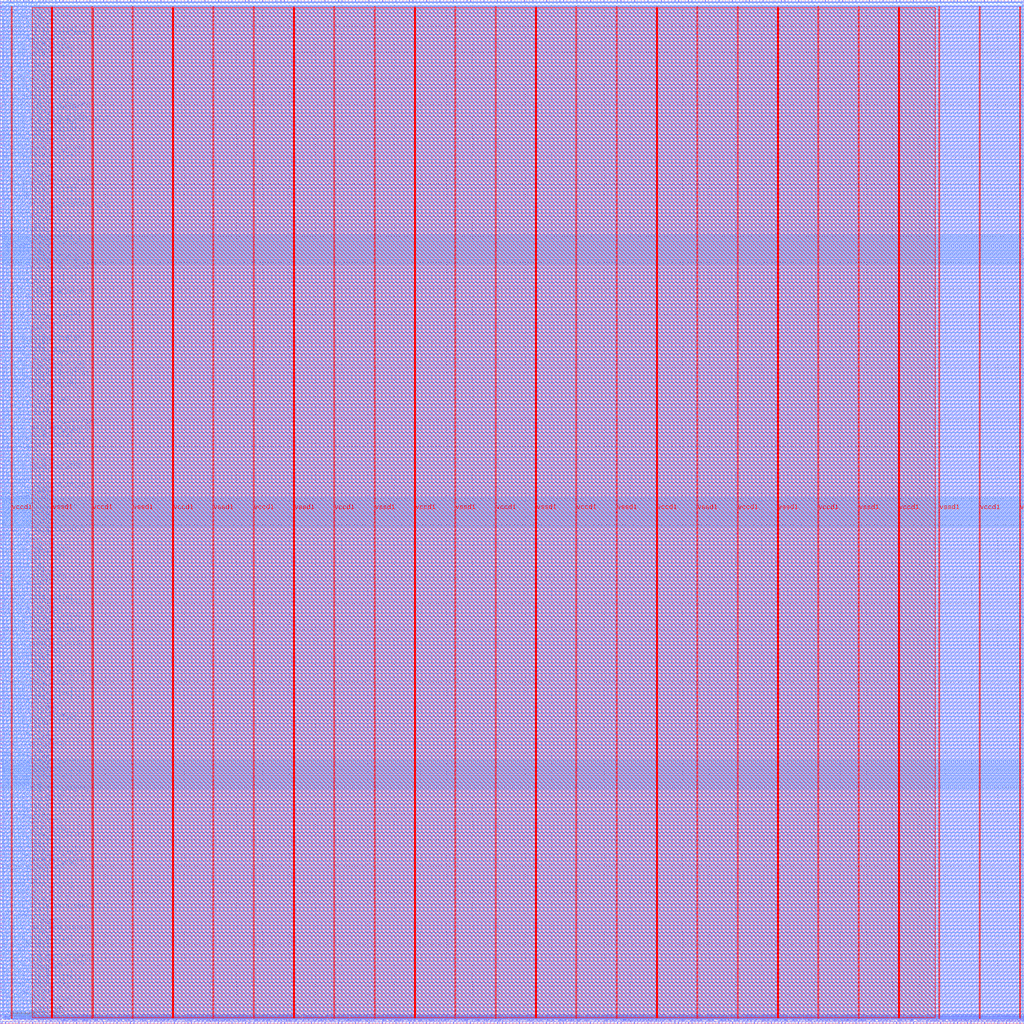
<source format=lef>
VERSION 5.7 ;
  NOWIREEXTENSIONATPIN ON ;
  DIVIDERCHAR "/" ;
  BUSBITCHARS "[]" ;
MACRO top
  CLASS BLOCK ;
  FOREIGN top ;
  ORIGIN 0.000 0.000 ;
  SIZE 1950.000 BY 1950.000 ;
  PIN clk
    DIRECTION INPUT ;
    USE SIGNAL ;
    PORT
      LAYER met3 ;
        RECT 1946.000 1009.840 1950.000 1010.440 ;
    END
  END clk
  PIN dcache_data_chip_en_1
    DIRECTION INPUT ;
    USE SIGNAL ;
    PORT
      LAYER met3 ;
        RECT 1946.000 605.240 1950.000 605.840 ;
    END
  END dcache_data_chip_en_1
  PIN dcache_data_chip_en_2
    DIRECTION INPUT ;
    USE SIGNAL ;
    PORT
      LAYER met2 ;
        RECT 1201.150 0.000 1201.430 4.000 ;
    END
  END dcache_data_chip_en_2
  PIN dcache_data_in_1[0]
    DIRECTION INPUT ;
    USE SIGNAL ;
    PORT
      LAYER met3 ;
        RECT 0.000 1883.640 4.000 1884.240 ;
    END
  END dcache_data_in_1[0]
  PIN dcache_data_in_1[10]
    DIRECTION INPUT ;
    USE SIGNAL ;
    PORT
      LAYER met3 ;
        RECT 1946.000 1111.840 1950.000 1112.440 ;
    END
  END dcache_data_in_1[10]
  PIN dcache_data_in_1[11]
    DIRECTION INPUT ;
    USE SIGNAL ;
    PORT
      LAYER met2 ;
        RECT 721.370 1946.000 721.650 1950.000 ;
    END
  END dcache_data_in_1[11]
  PIN dcache_data_in_1[12]
    DIRECTION INPUT ;
    USE SIGNAL ;
    PORT
      LAYER met3 ;
        RECT 0.000 1275.040 4.000 1275.640 ;
    END
  END dcache_data_in_1[12]
  PIN dcache_data_in_1[13]
    DIRECTION INPUT ;
    USE SIGNAL ;
    PORT
      LAYER met2 ;
        RECT 618.330 1946.000 618.610 1950.000 ;
    END
  END dcache_data_in_1[13]
  PIN dcache_data_in_1[14]
    DIRECTION INPUT ;
    USE SIGNAL ;
    PORT
      LAYER met2 ;
        RECT 1110.990 1946.000 1111.270 1950.000 ;
    END
  END dcache_data_in_1[14]
  PIN dcache_data_in_1[15]
    DIRECTION INPUT ;
    USE SIGNAL ;
    PORT
      LAYER met2 ;
        RECT 856.610 0.000 856.890 4.000 ;
    END
  END dcache_data_in_1[15]
  PIN dcache_data_in_1[16]
    DIRECTION INPUT ;
    USE SIGNAL ;
    PORT
      LAYER met2 ;
        RECT 1336.390 0.000 1336.670 4.000 ;
    END
  END dcache_data_in_1[16]
  PIN dcache_data_in_1[17]
    DIRECTION INPUT ;
    USE SIGNAL ;
    PORT
      LAYER met2 ;
        RECT 1046.590 0.000 1046.870 4.000 ;
    END
  END dcache_data_in_1[17]
  PIN dcache_data_in_1[18]
    DIRECTION INPUT ;
    USE SIGNAL ;
    PORT
      LAYER met2 ;
        RECT 235.150 1946.000 235.430 1950.000 ;
    END
  END dcache_data_in_1[18]
  PIN dcache_data_in_1[19]
    DIRECTION INPUT ;
    USE SIGNAL ;
    PORT
      LAYER met2 ;
        RECT 972.530 1946.000 972.810 1950.000 ;
    END
  END dcache_data_in_1[19]
  PIN dcache_data_in_1[1]
    DIRECTION INPUT ;
    USE SIGNAL ;
    PORT
      LAYER met2 ;
        RECT 1059.470 0.000 1059.750 4.000 ;
    END
  END dcache_data_in_1[1]
  PIN dcache_data_in_1[20]
    DIRECTION INPUT ;
    USE SIGNAL ;
    PORT
      LAYER met2 ;
        RECT 1893.450 1946.000 1893.730 1950.000 ;
    END
  END dcache_data_in_1[20]
  PIN dcache_data_in_1[21]
    DIRECTION INPUT ;
    USE SIGNAL ;
    PORT
      LAYER met2 ;
        RECT 669.850 0.000 670.130 4.000 ;
    END
  END dcache_data_in_1[21]
  PIN dcache_data_in_1[22]
    DIRECTION INPUT ;
    USE SIGNAL ;
    PORT
      LAYER met2 ;
        RECT 946.770 1946.000 947.050 1950.000 ;
    END
  END dcache_data_in_1[22]
  PIN dcache_data_in_1[23]
    DIRECTION INPUT ;
    USE SIGNAL ;
    PORT
      LAYER met2 ;
        RECT 486.310 1946.000 486.590 1950.000 ;
    END
  END dcache_data_in_1[23]
  PIN dcache_data_in_1[24]
    DIRECTION INPUT ;
    USE SIGNAL ;
    PORT
      LAYER met3 ;
        RECT 0.000 768.440 4.000 769.040 ;
    END
  END dcache_data_in_1[24]
  PIN dcache_data_in_1[25]
    DIRECTION INPUT ;
    USE SIGNAL ;
    PORT
      LAYER met3 ;
        RECT 0.000 1781.640 4.000 1782.240 ;
    END
  END dcache_data_in_1[25]
  PIN dcache_data_in_1[26]
    DIRECTION INPUT ;
    USE SIGNAL ;
    PORT
      LAYER met2 ;
        RECT 1072.350 1946.000 1072.630 1950.000 ;
    END
  END dcache_data_in_1[26]
  PIN dcache_data_in_1[27]
    DIRECTION INPUT ;
    USE SIGNAL ;
    PORT
      LAYER met2 ;
        RECT 1104.550 0.000 1104.830 4.000 ;
    END
  END dcache_data_in_1[27]
  PIN dcache_data_in_1[28]
    DIRECTION INPUT ;
    USE SIGNAL ;
    PORT
      LAYER met2 ;
        RECT 67.710 0.000 67.990 4.000 ;
    END
  END dcache_data_in_1[28]
  PIN dcache_data_in_1[29]
    DIRECTION INPUT ;
    USE SIGNAL ;
    PORT
      LAYER met3 ;
        RECT 0.000 1057.440 4.000 1058.040 ;
    END
  END dcache_data_in_1[29]
  PIN dcache_data_in_1[2]
    DIRECTION INPUT ;
    USE SIGNAL ;
    PORT
      LAYER met3 ;
        RECT 1946.000 996.240 1950.000 996.840 ;
    END
  END dcache_data_in_1[2]
  PIN dcache_data_in_1[30]
    DIRECTION INPUT ;
    USE SIGNAL ;
    PORT
      LAYER met2 ;
        RECT 1935.310 0.000 1935.590 4.000 ;
    END
  END dcache_data_in_1[30]
  PIN dcache_data_in_1[31]
    DIRECTION INPUT ;
    USE SIGNAL ;
    PORT
      LAYER met2 ;
        RECT 267.350 0.000 267.630 4.000 ;
    END
  END dcache_data_in_1[31]
  PIN dcache_data_in_1[3]
    DIRECTION INPUT ;
    USE SIGNAL ;
    PORT
      LAYER met2 ;
        RECT 843.730 0.000 844.010 4.000 ;
    END
  END dcache_data_in_1[3]
  PIN dcache_data_in_1[4]
    DIRECTION INPUT ;
    USE SIGNAL ;
    PORT
      LAYER met3 ;
        RECT 0.000 1577.640 4.000 1578.240 ;
    END
  END dcache_data_in_1[4]
  PIN dcache_data_in_1[5]
    DIRECTION INPUT ;
    USE SIGNAL ;
    PORT
      LAYER met2 ;
        RECT 1474.850 0.000 1475.130 4.000 ;
    END
  END dcache_data_in_1[5]
  PIN dcache_data_in_1[6]
    DIRECTION INPUT ;
    USE SIGNAL ;
    PORT
      LAYER met2 ;
        RECT 1233.350 0.000 1233.630 4.000 ;
    END
  END dcache_data_in_1[6]
  PIN dcache_data_in_1[7]
    DIRECTION INPUT ;
    USE SIGNAL ;
    PORT
      LAYER met3 ;
        RECT 1946.000 1390.640 1950.000 1391.240 ;
    END
  END dcache_data_in_1[7]
  PIN dcache_data_in_1[8]
    DIRECTION INPUT ;
    USE SIGNAL ;
    PORT
      LAYER met2 ;
        RECT 1265.550 0.000 1265.830 4.000 ;
    END
  END dcache_data_in_1[8]
  PIN dcache_data_in_1[9]
    DIRECTION INPUT ;
    USE SIGNAL ;
    PORT
      LAYER met2 ;
        RECT 553.930 1946.000 554.210 1950.000 ;
    END
  END dcache_data_in_1[9]
  PIN dcache_data_in_2[0]
    DIRECTION INPUT ;
    USE SIGNAL ;
    PORT
      LAYER met3 ;
        RECT 1946.000 1220.640 1950.000 1221.240 ;
    END
  END dcache_data_in_2[0]
  PIN dcache_data_in_2[10]
    DIRECTION INPUT ;
    USE SIGNAL ;
    PORT
      LAYER met3 ;
        RECT 0.000 1343.040 4.000 1343.640 ;
    END
  END dcache_data_in_2[10]
  PIN dcache_data_in_2[11]
    DIRECTION INPUT ;
    USE SIGNAL ;
    PORT
      LAYER met3 ;
        RECT 1946.000 652.840 1950.000 653.440 ;
    END
  END dcache_data_in_2[11]
  PIN dcache_data_in_2[12]
    DIRECTION INPUT ;
    USE SIGNAL ;
    PORT
      LAYER met2 ;
        RECT 1816.170 1946.000 1816.450 1950.000 ;
    END
  END dcache_data_in_2[12]
  PIN dcache_data_in_2[13]
    DIRECTION INPUT ;
    USE SIGNAL ;
    PORT
      LAYER met2 ;
        RECT 363.950 0.000 364.230 4.000 ;
    END
  END dcache_data_in_2[13]
  PIN dcache_data_in_2[14]
    DIRECTION INPUT ;
    USE SIGNAL ;
    PORT
      LAYER met3 ;
        RECT 0.000 1445.040 4.000 1445.640 ;
    END
  END dcache_data_in_2[14]
  PIN dcache_data_in_2[15]
    DIRECTION INPUT ;
    USE SIGNAL ;
    PORT
      LAYER met2 ;
        RECT 760.010 1946.000 760.290 1950.000 ;
    END
  END dcache_data_in_2[15]
  PIN dcache_data_in_2[16]
    DIRECTION INPUT ;
    USE SIGNAL ;
    PORT
      LAYER met2 ;
        RECT 1362.150 1946.000 1362.430 1950.000 ;
    END
  END dcache_data_in_2[16]
  PIN dcache_data_in_2[17]
    DIRECTION INPUT ;
    USE SIGNAL ;
    PORT
      LAYER met3 ;
        RECT 1946.000 516.840 1950.000 517.440 ;
    END
  END dcache_data_in_2[17]
  PIN dcache_data_in_2[18]
    DIRECTION INPUT ;
    USE SIGNAL ;
    PORT
      LAYER met3 ;
        RECT 0.000 1761.240 4.000 1761.840 ;
    END
  END dcache_data_in_2[18]
  PIN dcache_data_in_2[19]
    DIRECTION INPUT ;
    USE SIGNAL ;
    PORT
      LAYER met3 ;
        RECT 1946.000 153.040 1950.000 153.640 ;
    END
  END dcache_data_in_2[19]
  PIN dcache_data_in_2[1]
    DIRECTION INPUT ;
    USE SIGNAL ;
    PORT
      LAYER met2 ;
        RECT 502.410 0.000 502.690 4.000 ;
    END
  END dcache_data_in_2[1]
  PIN dcache_data_in_2[20]
    DIRECTION INPUT ;
    USE SIGNAL ;
    PORT
      LAYER met3 ;
        RECT 1946.000 1618.440 1950.000 1619.040 ;
    END
  END dcache_data_in_2[20]
  PIN dcache_data_in_2[21]
    DIRECTION INPUT ;
    USE SIGNAL ;
    PORT
      LAYER met3 ;
        RECT 0.000 323.040 4.000 323.640 ;
    END
  END dcache_data_in_2[21]
  PIN dcache_data_in_2[22]
    DIRECTION INPUT ;
    USE SIGNAL ;
    PORT
      LAYER met2 ;
        RECT 441.230 1946.000 441.510 1950.000 ;
    END
  END dcache_data_in_2[22]
  PIN dcache_data_in_2[23]
    DIRECTION INPUT ;
    USE SIGNAL ;
    PORT
      LAYER met3 ;
        RECT 1946.000 476.040 1950.000 476.640 ;
    END
  END dcache_data_in_2[23]
  PIN dcache_data_in_2[24]
    DIRECTION INPUT ;
    USE SIGNAL ;
    PORT
      LAYER met3 ;
        RECT 1946.000 1570.840 1950.000 1571.440 ;
    END
  END dcache_data_in_2[24]
  PIN dcache_data_in_2[25]
    DIRECTION INPUT ;
    USE SIGNAL ;
    PORT
      LAYER met2 ;
        RECT 682.730 1946.000 683.010 1950.000 ;
    END
  END dcache_data_in_2[25]
  PIN dcache_data_in_2[26]
    DIRECTION INPUT ;
    USE SIGNAL ;
    PORT
      LAYER met2 ;
        RECT 682.730 0.000 683.010 4.000 ;
    END
  END dcache_data_in_2[26]
  PIN dcache_data_in_2[27]
    DIRECTION INPUT ;
    USE SIGNAL ;
    PORT
      LAYER met2 ;
        RECT 460.550 0.000 460.830 4.000 ;
    END
  END dcache_data_in_2[27]
  PIN dcache_data_in_2[28]
    DIRECTION INPUT ;
    USE SIGNAL ;
    PORT
      LAYER met3 ;
        RECT 1946.000 329.840 1950.000 330.440 ;
    END
  END dcache_data_in_2[28]
  PIN dcache_data_in_2[29]
    DIRECTION INPUT ;
    USE SIGNAL ;
    PORT
      LAYER met3 ;
        RECT 1946.000 302.640 1950.000 303.240 ;
    END
  END dcache_data_in_2[29]
  PIN dcache_data_in_2[2]
    DIRECTION INPUT ;
    USE SIGNAL ;
    PORT
      LAYER met2 ;
        RECT 702.050 1946.000 702.330 1950.000 ;
    END
  END dcache_data_in_2[2]
  PIN dcache_data_in_2[30]
    DIRECTION INPUT ;
    USE SIGNAL ;
    PORT
      LAYER met3 ;
        RECT 0.000 1118.640 4.000 1119.240 ;
    END
  END dcache_data_in_2[30]
  PIN dcache_data_in_2[31]
    DIRECTION INPUT ;
    USE SIGNAL ;
    PORT
      LAYER met2 ;
        RECT 1310.630 1946.000 1310.910 1950.000 ;
    END
  END dcache_data_in_2[31]
  PIN dcache_data_in_2[3]
    DIRECTION INPUT ;
    USE SIGNAL ;
    PORT
      LAYER met2 ;
        RECT 1143.190 1946.000 1143.470 1950.000 ;
    END
  END dcache_data_in_2[3]
  PIN dcache_data_in_2[4]
    DIRECTION INPUT ;
    USE SIGNAL ;
    PORT
      LAYER met3 ;
        RECT 0.000 1700.040 4.000 1700.640 ;
    END
  END dcache_data_in_2[4]
  PIN dcache_data_in_2[5]
    DIRECTION INPUT ;
    USE SIGNAL ;
    PORT
      LAYER met2 ;
        RECT 1452.310 1946.000 1452.590 1950.000 ;
    END
  END dcache_data_in_2[5]
  PIN dcache_data_in_2[6]
    DIRECTION INPUT ;
    USE SIGNAL ;
    PORT
      LAYER met2 ;
        RECT 882.370 0.000 882.650 4.000 ;
    END
  END dcache_data_in_2[6]
  PIN dcache_data_in_2[7]
    DIRECTION INPUT ;
    USE SIGNAL ;
    PORT
      LAYER met3 ;
        RECT 0.000 1502.840 4.000 1503.440 ;
    END
  END dcache_data_in_2[7]
  PIN dcache_data_in_2[8]
    DIRECTION INPUT ;
    USE SIGNAL ;
    PORT
      LAYER met2 ;
        RECT 1033.710 1946.000 1033.990 1950.000 ;
    END
  END dcache_data_in_2[8]
  PIN dcache_data_in_2[9]
    DIRECTION INPUT ;
    USE SIGNAL ;
    PORT
      LAYER met3 ;
        RECT 0.000 295.840 4.000 296.440 ;
    END
  END dcache_data_in_2[9]
  PIN dcache_data_index_1[0]
    DIRECTION INPUT ;
    USE SIGNAL ;
    PORT
      LAYER met2 ;
        RECT 579.690 0.000 579.970 4.000 ;
    END
  END dcache_data_index_1[0]
  PIN dcache_data_index_1[1]
    DIRECTION INPUT ;
    USE SIGNAL ;
    PORT
      LAYER met3 ;
        RECT 1946.000 1754.440 1950.000 1755.040 ;
    END
  END dcache_data_index_1[1]
  PIN dcache_data_index_1[2]
    DIRECTION INPUT ;
    USE SIGNAL ;
    PORT
      LAYER met2 ;
        RECT 1867.690 0.000 1867.970 4.000 ;
    END
  END dcache_data_index_1[2]
  PIN dcache_data_index_1[3]
    DIRECTION INPUT ;
    USE SIGNAL ;
    PORT
      LAYER met2 ;
        RECT 927.450 0.000 927.730 4.000 ;
    END
  END dcache_data_index_1[3]
  PIN dcache_data_index_1[4]
    DIRECTION INPUT ;
    USE SIGNAL ;
    PORT
      LAYER met2 ;
        RECT 344.630 0.000 344.910 4.000 ;
    END
  END dcache_data_index_1[4]
  PIN dcache_data_index_1[5]
    DIRECTION INPUT ;
    USE SIGNAL ;
    PORT
      LAYER met3 ;
        RECT 1946.000 1904.040 1950.000 1904.640 ;
    END
  END dcache_data_index_1[5]
  PIN dcache_data_index_1[6]
    DIRECTION INPUT ;
    USE SIGNAL ;
    PORT
      LAYER met2 ;
        RECT 805.090 1946.000 805.370 1950.000 ;
    END
  END dcache_data_index_1[6]
  PIN dcache_data_index_1[7]
    DIRECTION INPUT ;
    USE SIGNAL ;
    PORT
      LAYER met2 ;
        RECT 241.590 1946.000 241.870 1950.000 ;
    END
  END dcache_data_index_1[7]
  PIN dcache_data_index_2[0]
    DIRECTION INPUT ;
    USE SIGNAL ;
    PORT
      LAYER met2 ;
        RECT 747.130 1946.000 747.410 1950.000 ;
    END
  END dcache_data_index_2[0]
  PIN dcache_data_index_2[1]
    DIRECTION INPUT ;
    USE SIGNAL ;
    PORT
      LAYER met2 ;
        RECT 515.290 0.000 515.570 4.000 ;
    END
  END dcache_data_index_2[1]
  PIN dcache_data_index_2[2]
    DIRECTION INPUT ;
    USE SIGNAL ;
    PORT
      LAYER met3 ;
        RECT 1946.000 584.840 1950.000 585.440 ;
    END
  END dcache_data_index_2[2]
  PIN dcache_data_index_2[3]
    DIRECTION INPUT ;
    USE SIGNAL ;
    PORT
      LAYER met2 ;
        RECT 396.150 0.000 396.430 4.000 ;
    END
  END dcache_data_index_2[3]
  PIN dcache_data_index_2[4]
    DIRECTION INPUT ;
    USE SIGNAL ;
    PORT
      LAYER met2 ;
        RECT 1545.690 1946.000 1545.970 1950.000 ;
    END
  END dcache_data_index_2[4]
  PIN dcache_data_index_2[5]
    DIRECTION INPUT ;
    USE SIGNAL ;
    PORT
      LAYER met2 ;
        RECT 1207.590 0.000 1207.870 4.000 ;
    END
  END dcache_data_index_2[5]
  PIN dcache_data_index_2[6]
    DIRECTION INPUT ;
    USE SIGNAL ;
    PORT
      LAYER met2 ;
        RECT 357.510 1946.000 357.790 1950.000 ;
    END
  END dcache_data_index_2[6]
  PIN dcache_data_index_2[7]
    DIRECTION INPUT ;
    USE SIGNAL ;
    PORT
      LAYER met3 ;
        RECT 1946.000 1424.640 1950.000 1425.240 ;
    END
  END dcache_data_index_2[7]
  PIN dcache_data_out_1[0]
    DIRECTION OUTPUT TRISTATE ;
    USE SIGNAL ;
    PORT
      LAYER met2 ;
        RECT 663.410 1946.000 663.690 1950.000 ;
    END
  END dcache_data_out_1[0]
  PIN dcache_data_out_1[10]
    DIRECTION OUTPUT TRISTATE ;
    USE SIGNAL ;
    PORT
      LAYER met2 ;
        RECT 985.410 1946.000 985.690 1950.000 ;
    END
  END dcache_data_out_1[10]
  PIN dcache_data_out_1[11]
    DIRECTION OUTPUT TRISTATE ;
    USE SIGNAL ;
    PORT
      LAYER met3 ;
        RECT 0.000 1557.240 4.000 1557.840 ;
    END
  END dcache_data_out_1[11]
  PIN dcache_data_out_1[12]
    DIRECTION OUTPUT TRISTATE ;
    USE SIGNAL ;
    PORT
      LAYER met2 ;
        RECT 1642.290 0.000 1642.570 4.000 ;
    END
  END dcache_data_out_1[12]
  PIN dcache_data_out_1[13]
    DIRECTION OUTPUT TRISTATE ;
    USE SIGNAL ;
    PORT
      LAYER met3 ;
        RECT 0.000 1679.640 4.000 1680.240 ;
    END
  END dcache_data_out_1[13]
  PIN dcache_data_out_1[14]
    DIRECTION OUTPUT TRISTATE ;
    USE SIGNAL ;
    PORT
      LAYER met2 ;
        RECT 1091.670 0.000 1091.950 4.000 ;
    END
  END dcache_data_out_1[14]
  PIN dcache_data_out_1[15]
    DIRECTION OUTPUT TRISTATE ;
    USE SIGNAL ;
    PORT
      LAYER met3 ;
        RECT 0.000 350.240 4.000 350.840 ;
    END
  END dcache_data_out_1[15]
  PIN dcache_data_out_1[16]
    DIRECTION OUTPUT TRISTATE ;
    USE SIGNAL ;
    PORT
      LAYER met3 ;
        RECT 1946.000 1557.240 1950.000 1557.840 ;
    END
  END dcache_data_out_1[16]
  PIN dcache_data_out_1[17]
    DIRECTION OUTPUT TRISTATE ;
    USE SIGNAL ;
    PORT
      LAYER met3 ;
        RECT 0.000 1302.240 4.000 1302.840 ;
    END
  END dcache_data_out_1[17]
  PIN dcache_data_out_1[18]
    DIRECTION OUTPUT TRISTATE ;
    USE SIGNAL ;
    PORT
      LAYER met3 ;
        RECT 0.000 1098.240 4.000 1098.840 ;
    END
  END dcache_data_out_1[18]
  PIN dcache_data_out_1[19]
    DIRECTION OUTPUT TRISTATE ;
    USE SIGNAL ;
    PORT
      LAYER met2 ;
        RECT 196.510 1946.000 196.790 1950.000 ;
    END
  END dcache_data_out_1[19]
  PIN dcache_data_out_1[1]
    DIRECTION OUTPUT TRISTATE ;
    USE SIGNAL ;
    PORT
      LAYER met2 ;
        RECT 9.750 0.000 10.030 4.000 ;
    END
  END dcache_data_out_1[1]
  PIN dcache_data_out_1[20]
    DIRECTION OUTPUT TRISTATE ;
    USE SIGNAL ;
    PORT
      LAYER met3 ;
        RECT 1946.000 1598.040 1950.000 1598.640 ;
    END
  END dcache_data_out_1[20]
  PIN dcache_data_out_1[21]
    DIRECTION OUTPUT TRISTATE ;
    USE SIGNAL ;
    PORT
      LAYER met3 ;
        RECT 1946.000 768.440 1950.000 769.040 ;
    END
  END dcache_data_out_1[21]
  PIN dcache_data_out_1[22]
    DIRECTION OUTPUT TRISTATE ;
    USE SIGNAL ;
    PORT
      LAYER met2 ;
        RECT 222.270 0.000 222.550 4.000 ;
    END
  END dcache_data_out_1[22]
  PIN dcache_data_out_1[23]
    DIRECTION OUTPUT TRISTATE ;
    USE SIGNAL ;
    PORT
      LAYER met2 ;
        RECT 1436.210 0.000 1436.490 4.000 ;
    END
  END dcache_data_out_1[23]
  PIN dcache_data_out_1[24]
    DIRECTION OUTPUT TRISTATE ;
    USE SIGNAL ;
    PORT
      LAYER met2 ;
        RECT 1661.610 0.000 1661.890 4.000 ;
    END
  END dcache_data_out_1[24]
  PIN dcache_data_out_1[25]
    DIRECTION OUTPUT TRISTATE ;
    USE SIGNAL ;
    PORT
      LAYER met3 ;
        RECT 0.000 612.040 4.000 612.640 ;
    END
  END dcache_data_out_1[25]
  PIN dcache_data_out_1[26]
    DIRECTION OUTPUT TRISTATE ;
    USE SIGNAL ;
    PORT
      LAYER met3 ;
        RECT 1946.000 829.640 1950.000 830.240 ;
    END
  END dcache_data_out_1[26]
  PIN dcache_data_out_1[27]
    DIRECTION OUTPUT TRISTATE ;
    USE SIGNAL ;
    PORT
      LAYER met2 ;
        RECT 573.250 0.000 573.530 4.000 ;
    END
  END dcache_data_out_1[27]
  PIN dcache_data_out_1[28]
    DIRECTION OUTPUT TRISTATE ;
    USE SIGNAL ;
    PORT
      LAYER met2 ;
        RECT 1558.570 1946.000 1558.850 1950.000 ;
    END
  END dcache_data_out_1[28]
  PIN dcache_data_out_1[29]
    DIRECTION OUTPUT TRISTATE ;
    USE SIGNAL ;
    PORT
      LAYER met2 ;
        RECT 1104.550 1946.000 1104.830 1950.000 ;
    END
  END dcache_data_out_1[29]
  PIN dcache_data_out_1[2]
    DIRECTION OUTPUT TRISTATE ;
    USE SIGNAL ;
    PORT
      LAYER met3 ;
        RECT 1946.000 1645.640 1950.000 1646.240 ;
    END
  END dcache_data_out_1[2]
  PIN dcache_data_out_1[30]
    DIRECTION OUTPUT TRISTATE ;
    USE SIGNAL ;
    PORT
      LAYER met3 ;
        RECT 0.000 659.640 4.000 660.240 ;
    END
  END dcache_data_out_1[30]
  PIN dcache_data_out_1[31]
    DIRECTION OUTPUT TRISTATE ;
    USE SIGNAL ;
    PORT
      LAYER met3 ;
        RECT 1946.000 673.240 1950.000 673.840 ;
    END
  END dcache_data_out_1[31]
  PIN dcache_data_out_1[3]
    DIRECTION OUTPUT TRISTATE ;
    USE SIGNAL ;
    PORT
      LAYER met2 ;
        RECT 0.090 1946.000 0.370 1950.000 ;
    END
  END dcache_data_out_1[3]
  PIN dcache_data_out_1[4]
    DIRECTION OUTPUT TRISTATE ;
    USE SIGNAL ;
    PORT
      LAYER met3 ;
        RECT 1946.000 1740.840 1950.000 1741.440 ;
    END
  END dcache_data_out_1[4]
  PIN dcache_data_out_1[5]
    DIRECTION OUTPUT TRISTATE ;
    USE SIGNAL ;
    PORT
      LAYER met2 ;
        RECT 949.990 0.000 950.270 4.000 ;
    END
  END dcache_data_out_1[5]
  PIN dcache_data_out_1[6]
    DIRECTION OUTPUT TRISTATE ;
    USE SIGNAL ;
    PORT
      LAYER met3 ;
        RECT 0.000 714.040 4.000 714.640 ;
    END
  END dcache_data_out_1[6]
  PIN dcache_data_out_1[7]
    DIRECTION OUTPUT TRISTATE ;
    USE SIGNAL ;
    PORT
      LAYER met2 ;
        RECT 170.750 0.000 171.030 4.000 ;
    END
  END dcache_data_out_1[7]
  PIN dcache_data_out_1[8]
    DIRECTION OUTPUT TRISTATE ;
    USE SIGNAL ;
    PORT
      LAYER met2 ;
        RECT 1941.750 0.000 1942.030 4.000 ;
    END
  END dcache_data_out_1[8]
  PIN dcache_data_out_1[9]
    DIRECTION OUTPUT TRISTATE ;
    USE SIGNAL ;
    PORT
      LAYER met2 ;
        RECT 273.790 0.000 274.070 4.000 ;
    END
  END dcache_data_out_1[9]
  PIN dcache_data_out_2[0]
    DIRECTION OUTPUT TRISTATE ;
    USE SIGNAL ;
    PORT
      LAYER met3 ;
        RECT 0.000 1050.640 4.000 1051.240 ;
    END
  END dcache_data_out_2[0]
  PIN dcache_data_out_2[10]
    DIRECTION OUTPUT TRISTATE ;
    USE SIGNAL ;
    PORT
      LAYER met3 ;
        RECT 1946.000 384.240 1950.000 384.840 ;
    END
  END dcache_data_out_2[10]
  PIN dcache_data_out_2[11]
    DIRECTION OUTPUT TRISTATE ;
    USE SIGNAL ;
    PORT
      LAYER met3 ;
        RECT 0.000 1659.240 4.000 1659.840 ;
    END
  END dcache_data_out_2[11]
  PIN dcache_data_out_2[12]
    DIRECTION OUTPUT TRISTATE ;
    USE SIGNAL ;
    PORT
      LAYER met3 ;
        RECT 1946.000 1659.240 1950.000 1659.840 ;
    END
  END dcache_data_out_2[12]
  PIN dcache_data_out_2[13]
    DIRECTION OUTPUT TRISTATE ;
    USE SIGNAL ;
    PORT
      LAYER met3 ;
        RECT 1946.000 1315.840 1950.000 1316.440 ;
    END
  END dcache_data_out_2[13]
  PIN dcache_data_out_2[14]
    DIRECTION OUTPUT TRISTATE ;
    USE SIGNAL ;
    PORT
      LAYER met2 ;
        RECT 325.310 1946.000 325.590 1950.000 ;
    END
  END dcache_data_out_2[14]
  PIN dcache_data_out_2[15]
    DIRECTION OUTPUT TRISTATE ;
    USE SIGNAL ;
    PORT
      LAYER met2 ;
        RECT 402.590 1946.000 402.870 1950.000 ;
    END
  END dcache_data_out_2[15]
  PIN dcache_data_out_2[16]
    DIRECTION OUTPUT TRISTATE ;
    USE SIGNAL ;
    PORT
      LAYER met3 ;
        RECT 1946.000 537.240 1950.000 537.840 ;
    END
  END dcache_data_out_2[16]
  PIN dcache_data_out_2[17]
    DIRECTION OUTPUT TRISTATE ;
    USE SIGNAL ;
    PORT
      LAYER met3 ;
        RECT 0.000 625.640 4.000 626.240 ;
    END
  END dcache_data_out_2[17]
  PIN dcache_data_out_2[18]
    DIRECTION OUTPUT TRISTATE ;
    USE SIGNAL ;
    PORT
      LAYER met3 ;
        RECT 1946.000 1166.240 1950.000 1166.840 ;
    END
  END dcache_data_out_2[18]
  PIN dcache_data_out_2[19]
    DIRECTION OUTPUT TRISTATE ;
    USE SIGNAL ;
    PORT
      LAYER met2 ;
        RECT 1214.030 1946.000 1214.310 1950.000 ;
    END
  END dcache_data_out_2[19]
  PIN dcache_data_out_2[1]
    DIRECTION OUTPUT TRISTATE ;
    USE SIGNAL ;
    PORT
      LAYER met2 ;
        RECT 428.350 0.000 428.630 4.000 ;
    END
  END dcache_data_out_2[1]
  PIN dcache_data_out_2[20]
    DIRECTION OUTPUT TRISTATE ;
    USE SIGNAL ;
    PORT
      LAYER met2 ;
        RECT 499.190 1946.000 499.470 1950.000 ;
    END
  END dcache_data_out_2[20]
  PIN dcache_data_out_2[21]
    DIRECTION OUTPUT TRISTATE ;
    USE SIGNAL ;
    PORT
      LAYER met2 ;
        RECT 1848.370 1946.000 1848.650 1950.000 ;
    END
  END dcache_data_out_2[21]
  PIN dcache_data_out_2[22]
    DIRECTION OUTPUT TRISTATE ;
    USE SIGNAL ;
    PORT
      LAYER met2 ;
        RECT 1085.230 1946.000 1085.510 1950.000 ;
    END
  END dcache_data_out_2[22]
  PIN dcache_data_out_2[23]
    DIRECTION OUTPUT TRISTATE ;
    USE SIGNAL ;
    PORT
      LAYER met3 ;
        RECT 0.000 302.640 4.000 303.240 ;
    END
  END dcache_data_out_2[23]
  PIN dcache_data_out_2[24]
    DIRECTION OUTPUT TRISTATE ;
    USE SIGNAL ;
    PORT
      LAYER met2 ;
        RECT 1835.490 1946.000 1835.770 1950.000 ;
    END
  END dcache_data_out_2[24]
  PIN dcache_data_out_2[25]
    DIRECTION OUTPUT TRISTATE ;
    USE SIGNAL ;
    PORT
      LAYER met2 ;
        RECT 3.310 0.000 3.590 4.000 ;
    END
  END dcache_data_out_2[25]
  PIN dcache_data_out_2[26]
    DIRECTION OUTPUT TRISTATE ;
    USE SIGNAL ;
    PORT
      LAYER met2 ;
        RECT 228.710 0.000 228.990 4.000 ;
    END
  END dcache_data_out_2[26]
  PIN dcache_data_out_2[27]
    DIRECTION OUTPUT TRISTATE ;
    USE SIGNAL ;
    PORT
      LAYER met3 ;
        RECT 1946.000 445.440 1950.000 446.040 ;
    END
  END dcache_data_out_2[27]
  PIN dcache_data_out_2[28]
    DIRECTION OUTPUT TRISTATE ;
    USE SIGNAL ;
    PORT
      LAYER met2 ;
        RECT 921.010 0.000 921.290 4.000 ;
    END
  END dcache_data_out_2[28]
  PIN dcache_data_out_2[29]
    DIRECTION OUTPUT TRISTATE ;
    USE SIGNAL ;
    PORT
      LAYER met3 ;
        RECT 0.000 979.240 4.000 979.840 ;
    END
  END dcache_data_out_2[29]
  PIN dcache_data_out_2[2]
    DIRECTION OUTPUT TRISTATE ;
    USE SIGNAL ;
    PORT
      LAYER met3 ;
        RECT 1946.000 125.840 1950.000 126.440 ;
    END
  END dcache_data_out_2[2]
  PIN dcache_data_out_2[30]
    DIRECTION OUTPUT TRISTATE ;
    USE SIGNAL ;
    PORT
      LAYER met2 ;
        RECT 492.750 1946.000 493.030 1950.000 ;
    END
  END dcache_data_out_2[30]
  PIN dcache_data_out_2[31]
    DIRECTION OUTPUT TRISTATE ;
    USE SIGNAL ;
    PORT
      LAYER met2 ;
        RECT 45.170 1946.000 45.450 1950.000 ;
    END
  END dcache_data_out_2[31]
  PIN dcache_data_out_2[3]
    DIRECTION OUTPUT TRISTATE ;
    USE SIGNAL ;
    PORT
      LAYER met3 ;
        RECT 0.000 465.840 4.000 466.440 ;
    END
  END dcache_data_out_2[3]
  PIN dcache_data_out_2[4]
    DIRECTION OUTPUT TRISTATE ;
    USE SIGNAL ;
    PORT
      LAYER met3 ;
        RECT 0.000 795.640 4.000 796.240 ;
    END
  END dcache_data_out_2[4]
  PIN dcache_data_out_2[5]
    DIRECTION OUTPUT TRISTATE ;
    USE SIGNAL ;
    PORT
      LAYER met2 ;
        RECT 753.570 0.000 753.850 4.000 ;
    END
  END dcache_data_out_2[5]
  PIN dcache_data_out_2[6]
    DIRECTION OUTPUT TRISTATE ;
    USE SIGNAL ;
    PORT
      LAYER met2 ;
        RECT 376.830 1946.000 377.110 1950.000 ;
    END
  END dcache_data_out_2[6]
  PIN dcache_data_out_2[7]
    DIRECTION OUTPUT TRISTATE ;
    USE SIGNAL ;
    PORT
      LAYER met3 ;
        RECT 1946.000 1727.240 1950.000 1727.840 ;
    END
  END dcache_data_out_2[7]
  PIN dcache_data_out_2[8]
    DIRECTION OUTPUT TRISTATE ;
    USE SIGNAL ;
    PORT
      LAYER met2 ;
        RECT 351.070 0.000 351.350 4.000 ;
    END
  END dcache_data_out_2[8]
  PIN dcache_data_out_2[9]
    DIRECTION OUTPUT TRISTATE ;
    USE SIGNAL ;
    PORT
      LAYER met3 ;
        RECT 0.000 1788.440 4.000 1789.040 ;
    END
  END dcache_data_out_2[9]
  PIN dcache_data_write_en_1
    DIRECTION INPUT ;
    USE SIGNAL ;
    PORT
      LAYER met3 ;
        RECT 1946.000 1336.240 1950.000 1336.840 ;
    END
  END dcache_data_write_en_1
  PIN dcache_data_write_en_2
    DIRECTION INPUT ;
    USE SIGNAL ;
    PORT
      LAYER met2 ;
        RECT 363.950 1946.000 364.230 1950.000 ;
    END
  END dcache_data_write_en_2
  PIN dcache_tag_chip_en
    DIRECTION INPUT ;
    USE SIGNAL ;
    PORT
      LAYER met2 ;
        RECT 1713.130 0.000 1713.410 4.000 ;
    END
  END dcache_tag_chip_en
  PIN dcache_tag_data_in[0]
    DIRECTION INPUT ;
    USE SIGNAL ;
    PORT
      LAYER met3 ;
        RECT 1946.000 234.640 1950.000 235.240 ;
    END
  END dcache_tag_data_in[0]
  PIN dcache_tag_data_in[10]
    DIRECTION INPUT ;
    USE SIGNAL ;
    PORT
      LAYER met2 ;
        RECT 132.110 1946.000 132.390 1950.000 ;
    END
  END dcache_tag_data_in[10]
  PIN dcache_tag_data_in[11]
    DIRECTION INPUT ;
    USE SIGNAL ;
    PORT
      LAYER met2 ;
        RECT 1796.850 0.000 1797.130 4.000 ;
    END
  END dcache_tag_data_in[11]
  PIN dcache_tag_data_in[12]
    DIRECTION INPUT ;
    USE SIGNAL ;
    PORT
      LAYER met3 ;
        RECT 1946.000 618.840 1950.000 619.440 ;
    END
  END dcache_tag_data_in[12]
  PIN dcache_tag_data_in[13]
    DIRECTION INPUT ;
    USE SIGNAL ;
    PORT
      LAYER met2 ;
        RECT 1461.970 0.000 1462.250 4.000 ;
    END
  END dcache_tag_data_in[13]
  PIN dcache_tag_data_in[14]
    DIRECTION INPUT ;
    USE SIGNAL ;
    PORT
      LAYER met2 ;
        RECT 753.570 1946.000 753.850 1950.000 ;
    END
  END dcache_tag_data_in[14]
  PIN dcache_tag_data_in[15]
    DIRECTION INPUT ;
    USE SIGNAL ;
    PORT
      LAYER met3 ;
        RECT 0.000 1125.440 4.000 1126.040 ;
    END
  END dcache_tag_data_in[15]
  PIN dcache_tag_data_in[16]
    DIRECTION INPUT ;
    USE SIGNAL ;
    PORT
      LAYER met3 ;
        RECT 0.000 1016.640 4.000 1017.240 ;
    END
  END dcache_tag_data_in[16]
  PIN dcache_tag_data_in[17]
    DIRECTION INPUT ;
    USE SIGNAL ;
    PORT
      LAYER met3 ;
        RECT 1946.000 1159.440 1950.000 1160.040 ;
    END
  END dcache_tag_data_in[17]
  PIN dcache_tag_data_in[18]
    DIRECTION INPUT ;
    USE SIGNAL ;
    PORT
      LAYER met3 ;
        RECT 1946.000 1247.840 1950.000 1248.440 ;
    END
  END dcache_tag_data_in[18]
  PIN dcache_tag_data_in[19]
    DIRECTION INPUT ;
    USE SIGNAL ;
    PORT
      LAYER met2 ;
        RECT 547.490 1946.000 547.770 1950.000 ;
    END
  END dcache_tag_data_in[19]
  PIN dcache_tag_data_in[1]
    DIRECTION INPUT ;
    USE SIGNAL ;
    PORT
      LAYER met3 ;
        RECT 0.000 741.240 4.000 741.840 ;
    END
  END dcache_tag_data_in[1]
  PIN dcache_tag_data_in[20]
    DIRECTION INPUT ;
    USE SIGNAL ;
    PORT
      LAYER met2 ;
        RECT 528.170 1946.000 528.450 1950.000 ;
    END
  END dcache_tag_data_in[20]
  PIN dcache_tag_data_in[21]
    DIRECTION INPUT ;
    USE SIGNAL ;
    PORT
      LAYER met2 ;
        RECT 1928.870 0.000 1929.150 4.000 ;
    END
  END dcache_tag_data_in[21]
  PIN dcache_tag_data_in[22]
    DIRECTION INPUT ;
    USE SIGNAL ;
    PORT
      LAYER met3 ;
        RECT 1946.000 1530.040 1950.000 1530.640 ;
    END
  END dcache_tag_data_in[22]
  PIN dcache_tag_data_in[23]
    DIRECTION INPUT ;
    USE SIGNAL ;
    PORT
      LAYER met2 ;
        RECT 1603.650 1946.000 1603.930 1950.000 ;
    END
  END dcache_tag_data_in[23]
  PIN dcache_tag_data_in[24]
    DIRECTION INPUT ;
    USE SIGNAL ;
    PORT
      LAYER met3 ;
        RECT 0.000 1740.840 4.000 1741.440 ;
    END
  END dcache_tag_data_in[24]
  PIN dcache_tag_data_in[25]
    DIRECTION INPUT ;
    USE SIGNAL ;
    PORT
      LAYER met3 ;
        RECT 1946.000 51.040 1950.000 51.640 ;
    END
  END dcache_tag_data_in[25]
  PIN dcache_tag_data_in[26]
    DIRECTION INPUT ;
    USE SIGNAL ;
    PORT
      LAYER met2 ;
        RECT 624.770 0.000 625.050 4.000 ;
    END
  END dcache_tag_data_in[26]
  PIN dcache_tag_data_in[27]
    DIRECTION INPUT ;
    USE SIGNAL ;
    PORT
      LAYER met2 ;
        RECT 1674.490 0.000 1674.770 4.000 ;
    END
  END dcache_tag_data_in[27]
  PIN dcache_tag_data_in[28]
    DIRECTION INPUT ;
    USE SIGNAL ;
    PORT
      LAYER met3 ;
        RECT 1946.000 1241.040 1950.000 1241.640 ;
    END
  END dcache_tag_data_in[28]
  PIN dcache_tag_data_in[29]
    DIRECTION INPUT ;
    USE SIGNAL ;
    PORT
      LAYER met2 ;
        RECT 1040.150 0.000 1040.430 4.000 ;
    END
  END dcache_tag_data_in[29]
  PIN dcache_tag_data_in[2]
    DIRECTION INPUT ;
    USE SIGNAL ;
    PORT
      LAYER met3 ;
        RECT 0.000 1693.240 4.000 1693.840 ;
    END
  END dcache_tag_data_in[2]
  PIN dcache_tag_data_in[30]
    DIRECTION INPUT ;
    USE SIGNAL ;
    PORT
      LAYER met3 ;
        RECT 1946.000 1604.840 1950.000 1605.440 ;
    END
  END dcache_tag_data_in[30]
  PIN dcache_tag_data_in[31]
    DIRECTION INPUT ;
    USE SIGNAL ;
    PORT
      LAYER met2 ;
        RECT 875.930 1946.000 876.210 1950.000 ;
    END
  END dcache_tag_data_in[31]
  PIN dcache_tag_data_in[3]
    DIRECTION INPUT ;
    USE SIGNAL ;
    PORT
      LAYER met3 ;
        RECT 0.000 418.240 4.000 418.840 ;
    END
  END dcache_tag_data_in[3]
  PIN dcache_tag_data_in[4]
    DIRECTION INPUT ;
    USE SIGNAL ;
    PORT
      LAYER met3 ;
        RECT 0.000 1247.840 4.000 1248.440 ;
    END
  END dcache_tag_data_in[4]
  PIN dcache_tag_data_in[5]
    DIRECTION INPUT ;
    USE SIGNAL ;
    PORT
      LAYER met2 ;
        RECT 177.190 0.000 177.470 4.000 ;
    END
  END dcache_tag_data_in[5]
  PIN dcache_tag_data_in[6]
    DIRECTION INPUT ;
    USE SIGNAL ;
    PORT
      LAYER met3 ;
        RECT 0.000 1234.240 4.000 1234.840 ;
    END
  END dcache_tag_data_in[6]
  PIN dcache_tag_data_in[7]
    DIRECTION INPUT ;
    USE SIGNAL ;
    PORT
      LAYER met3 ;
        RECT 0.000 1207.040 4.000 1207.640 ;
    END
  END dcache_tag_data_in[7]
  PIN dcache_tag_data_in[8]
    DIRECTION INPUT ;
    USE SIGNAL ;
    PORT
      LAYER met2 ;
        RECT 1265.550 1946.000 1265.830 1950.000 ;
    END
  END dcache_tag_data_in[8]
  PIN dcache_tag_data_in[9]
    DIRECTION INPUT ;
    USE SIGNAL ;
    PORT
      LAYER met3 ;
        RECT 0.000 1720.440 4.000 1721.040 ;
    END
  END dcache_tag_data_in[9]
  PIN dcache_tag_index[0]
    DIRECTION INPUT ;
    USE SIGNAL ;
    PORT
      LAYER met2 ;
        RECT 586.130 1946.000 586.410 1950.000 ;
    END
  END dcache_tag_index[0]
  PIN dcache_tag_index[1]
    DIRECTION INPUT ;
    USE SIGNAL ;
    PORT
      LAYER met2 ;
        RECT 1297.750 0.000 1298.030 4.000 ;
    END
  END dcache_tag_index[1]
  PIN dcache_tag_index[2]
    DIRECTION INPUT ;
    USE SIGNAL ;
    PORT
      LAYER met3 ;
        RECT 1946.000 1693.240 1950.000 1693.840 ;
    END
  END dcache_tag_index[2]
  PIN dcache_tag_index[3]
    DIRECTION INPUT ;
    USE SIGNAL ;
    PORT
      LAYER met3 ;
        RECT 1946.000 1611.640 1950.000 1612.240 ;
    END
  END dcache_tag_index[3]
  PIN dcache_tag_index[4]
    DIRECTION INPUT ;
    USE SIGNAL ;
    PORT
      LAYER met3 ;
        RECT 0.000 1734.040 4.000 1734.640 ;
    END
  END dcache_tag_index[4]
  PIN dcache_tag_index[5]
    DIRECTION INPUT ;
    USE SIGNAL ;
    PORT
      LAYER met3 ;
        RECT 0.000 1706.840 4.000 1707.440 ;
    END
  END dcache_tag_index[5]
  PIN dcache_tag_index[6]
    DIRECTION INPUT ;
    USE SIGNAL ;
    PORT
      LAYER met2 ;
        RECT 541.050 0.000 541.330 4.000 ;
    END
  END dcache_tag_index[6]
  PIN dcache_tag_index[7]
    DIRECTION INPUT ;
    USE SIGNAL ;
    PORT
      LAYER met3 ;
        RECT 0.000 578.040 4.000 578.640 ;
    END
  END dcache_tag_index[7]
  PIN dcache_tag_out[0]
    DIRECTION OUTPUT TRISTATE ;
    USE SIGNAL ;
    PORT
      LAYER met3 ;
        RECT 0.000 357.040 4.000 357.640 ;
    END
  END dcache_tag_out[0]
  PIN dcache_tag_out[10]
    DIRECTION OUTPUT TRISTATE ;
    USE SIGNAL ;
    PORT
      LAYER met3 ;
        RECT 0.000 153.040 4.000 153.640 ;
    END
  END dcache_tag_out[10]
  PIN dcache_tag_out[11]
    DIRECTION OUTPUT TRISTATE ;
    USE SIGNAL ;
    PORT
      LAYER met2 ;
        RECT 676.290 1946.000 676.570 1950.000 ;
    END
  END dcache_tag_out[11]
  PIN dcache_tag_out[12]
    DIRECTION OUTPUT TRISTATE ;
    USE SIGNAL ;
    PORT
      LAYER met3 ;
        RECT 1946.000 391.040 1950.000 391.640 ;
    END
  END dcache_tag_out[12]
  PIN dcache_tag_out[13]
    DIRECTION OUTPUT TRISTATE ;
    USE SIGNAL ;
    PORT
      LAYER met2 ;
        RECT 1381.470 1946.000 1381.750 1950.000 ;
    END
  END dcache_tag_out[13]
  PIN dcache_tag_out[14]
    DIRECTION OUTPUT TRISTATE ;
    USE SIGNAL ;
    PORT
      LAYER met2 ;
        RECT 1648.730 1946.000 1649.010 1950.000 ;
    END
  END dcache_tag_out[14]
  PIN dcache_tag_out[15]
    DIRECTION OUTPUT TRISTATE ;
    USE SIGNAL ;
    PORT
      LAYER met3 ;
        RECT 1946.000 30.640 1950.000 31.240 ;
    END
  END dcache_tag_out[15]
  PIN dcache_tag_out[16]
    DIRECTION OUTPUT TRISTATE ;
    USE SIGNAL ;
    PORT
      LAYER met2 ;
        RECT 998.290 1946.000 998.570 1950.000 ;
    END
  END dcache_tag_out[16]
  PIN dcache_tag_out[17]
    DIRECTION OUTPUT TRISTATE ;
    USE SIGNAL ;
    PORT
      LAYER met2 ;
        RECT 254.470 1946.000 254.750 1950.000 ;
    END
  END dcache_tag_out[17]
  PIN dcache_tag_out[18]
    DIRECTION OUTPUT TRISTATE ;
    USE SIGNAL ;
    PORT
      LAYER met3 ;
        RECT 0.000 1492.640 4.000 1493.240 ;
    END
  END dcache_tag_out[18]
  PIN dcache_tag_out[19]
    DIRECTION OUTPUT TRISTATE ;
    USE SIGNAL ;
    PORT
      LAYER met3 ;
        RECT 0.000 1336.240 4.000 1336.840 ;
    END
  END dcache_tag_out[19]
  PIN dcache_tag_out[1]
    DIRECTION OUTPUT TRISTATE ;
    USE SIGNAL ;
    PORT
      LAYER met3 ;
        RECT 0.000 1910.840 4.000 1911.440 ;
    END
  END dcache_tag_out[1]
  PIN dcache_tag_out[20]
    DIRECTION OUTPUT TRISTATE ;
    USE SIGNAL ;
    PORT
      LAYER met2 ;
        RECT 305.990 1946.000 306.270 1950.000 ;
    END
  END dcache_tag_out[20]
  PIN dcache_tag_out[21]
    DIRECTION OUTPUT TRISTATE ;
    USE SIGNAL ;
    PORT
      LAYER met2 ;
        RECT 1603.650 0.000 1603.930 4.000 ;
    END
  END dcache_tag_out[21]
  PIN dcache_tag_out[22]
    DIRECTION OUTPUT TRISTATE ;
    USE SIGNAL ;
    PORT
      LAYER met3 ;
        RECT 0.000 85.040 4.000 85.640 ;
    END
  END dcache_tag_out[22]
  PIN dcache_tag_out[23]
    DIRECTION OUTPUT TRISTATE ;
    USE SIGNAL ;
    PORT
      LAYER met2 ;
        RECT 811.530 0.000 811.810 4.000 ;
    END
  END dcache_tag_out[23]
  PIN dcache_tag_out[24]
    DIRECTION OUTPUT TRISTATE ;
    USE SIGNAL ;
    PORT
      LAYER met3 ;
        RECT 1946.000 510.040 1950.000 510.640 ;
    END
  END dcache_tag_out[24]
  PIN dcache_tag_out[25]
    DIRECTION OUTPUT TRISTATE ;
    USE SIGNAL ;
    PORT
      LAYER met2 ;
        RECT 119.230 1946.000 119.510 1950.000 ;
    END
  END dcache_tag_out[25]
  PIN dcache_tag_out[26]
    DIRECTION OUTPUT TRISTATE ;
    USE SIGNAL ;
    PORT
      LAYER met2 ;
        RECT 521.730 0.000 522.010 4.000 ;
    END
  END dcache_tag_out[26]
  PIN dcache_tag_out[27]
    DIRECTION OUTPUT TRISTATE ;
    USE SIGNAL ;
    PORT
      LAYER met2 ;
        RECT 338.190 1946.000 338.470 1950.000 ;
    END
  END dcache_tag_out[27]
  PIN dcache_tag_out[28]
    DIRECTION OUTPUT TRISTATE ;
    USE SIGNAL ;
    PORT
      LAYER met3 ;
        RECT 0.000 404.640 4.000 405.240 ;
    END
  END dcache_tag_out[28]
  PIN dcache_tag_out[29]
    DIRECTION OUTPUT TRISTATE ;
    USE SIGNAL ;
    PORT
      LAYER met2 ;
        RECT 1175.390 1946.000 1175.670 1950.000 ;
    END
  END dcache_tag_out[29]
  PIN dcache_tag_out[2]
    DIRECTION OUTPUT TRISTATE ;
    USE SIGNAL ;
    PORT
      LAYER met2 ;
        RECT 1304.190 0.000 1304.470 4.000 ;
    END
  END dcache_tag_out[2]
  PIN dcache_tag_out[30]
    DIRECTION OUTPUT TRISTATE ;
    USE SIGNAL ;
    PORT
      LAYER met3 ;
        RECT 1946.000 1455.240 1950.000 1455.840 ;
    END
  END dcache_tag_out[30]
  PIN dcache_tag_out[31]
    DIRECTION OUTPUT TRISTATE ;
    USE SIGNAL ;
    PORT
      LAYER met2 ;
        RECT 1513.490 0.000 1513.770 4.000 ;
    END
  END dcache_tag_out[31]
  PIN dcache_tag_out[3]
    DIRECTION OUTPUT TRISTATE ;
    USE SIGNAL ;
    PORT
      LAYER met2 ;
        RECT 54.830 0.000 55.110 4.000 ;
    END
  END dcache_tag_out[3]
  PIN dcache_tag_out[4]
    DIRECTION OUTPUT TRISTATE ;
    USE SIGNAL ;
    PORT
      LAYER met2 ;
        RECT 1822.610 0.000 1822.890 4.000 ;
    END
  END dcache_tag_out[4]
  PIN dcache_tag_out[5]
    DIRECTION OUTPUT TRISTATE ;
    USE SIGNAL ;
    PORT
      LAYER met3 ;
        RECT 1946.000 295.840 1950.000 296.440 ;
    END
  END dcache_tag_out[5]
  PIN dcache_tag_out[6]
    DIRECTION OUTPUT TRISTATE ;
    USE SIGNAL ;
    PORT
      LAYER met2 ;
        RECT 534.610 0.000 534.890 4.000 ;
    END
  END dcache_tag_out[6]
  PIN dcache_tag_out[7]
    DIRECTION OUTPUT TRISTATE ;
    USE SIGNAL ;
    PORT
      LAYER met3 ;
        RECT 0.000 64.640 4.000 65.240 ;
    END
  END dcache_tag_out[7]
  PIN dcache_tag_out[8]
    DIRECTION OUTPUT TRISTATE ;
    USE SIGNAL ;
    PORT
      LAYER met2 ;
        RECT 1439.430 1946.000 1439.710 1950.000 ;
    END
  END dcache_tag_out[8]
  PIN dcache_tag_out[9]
    DIRECTION OUTPUT TRISTATE ;
    USE SIGNAL ;
    PORT
      LAYER met2 ;
        RECT 1059.470 1946.000 1059.750 1950.000 ;
    END
  END dcache_tag_out[9]
  PIN dcache_tag_write_en
    DIRECTION INPUT ;
    USE SIGNAL ;
    PORT
      LAYER met3 ;
        RECT 1946.000 1829.240 1950.000 1829.840 ;
    END
  END dcache_tag_write_en
  PIN dcache_write_data_mask_1[0]
    DIRECTION INPUT ;
    USE SIGNAL ;
    PORT
      LAYER met3 ;
        RECT 0.000 1550.440 4.000 1551.040 ;
    END
  END dcache_write_data_mask_1[0]
  PIN dcache_write_data_mask_1[1]
    DIRECTION INPUT ;
    USE SIGNAL ;
    PORT
      LAYER met2 ;
        RECT 727.810 1946.000 728.090 1950.000 ;
    END
  END dcache_write_data_mask_1[1]
  PIN dcache_write_data_mask_1[2]
    DIRECTION INPUT ;
    USE SIGNAL ;
    PORT
      LAYER met2 ;
        RECT 1001.510 0.000 1001.790 4.000 ;
    END
  END dcache_write_data_mask_1[2]
  PIN dcache_write_data_mask_1[3]
    DIRECTION INPUT ;
    USE SIGNAL ;
    PORT
      LAYER met3 ;
        RECT 1946.000 1377.040 1950.000 1377.640 ;
    END
  END dcache_write_data_mask_1[3]
  PIN dcache_write_data_mask_2[0]
    DIRECTION INPUT ;
    USE SIGNAL ;
    PORT
      LAYER met2 ;
        RECT 914.570 0.000 914.850 4.000 ;
    END
  END dcache_write_data_mask_2[0]
  PIN dcache_write_data_mask_2[1]
    DIRECTION INPUT ;
    USE SIGNAL ;
    PORT
      LAYER met3 ;
        RECT 0.000 1713.640 4.000 1714.240 ;
    END
  END dcache_write_data_mask_2[1]
  PIN dcache_write_data_mask_2[2]
    DIRECTION INPUT ;
    USE SIGNAL ;
    PORT
      LAYER met2 ;
        RECT 1809.730 0.000 1810.010 4.000 ;
    END
  END dcache_write_data_mask_2[2]
  PIN dcache_write_data_mask_2[3]
    DIRECTION INPUT ;
    USE SIGNAL ;
    PORT
      LAYER met3 ;
        RECT 0.000 214.240 4.000 214.840 ;
    END
  END dcache_write_data_mask_2[3]
  PIN dcache_write_tag_mask[0]
    DIRECTION INPUT ;
    USE SIGNAL ;
    PORT
      LAYER met3 ;
        RECT 1946.000 1536.840 1950.000 1537.440 ;
    END
  END dcache_write_tag_mask[0]
  PIN dcache_write_tag_mask[1]
    DIRECTION INPUT ;
    USE SIGNAL ;
    PORT
      LAYER met2 ;
        RECT 1033.710 0.000 1033.990 4.000 ;
    END
  END dcache_write_tag_mask[1]
  PIN dcache_write_tag_mask[2]
    DIRECTION INPUT ;
    USE SIGNAL ;
    PORT
      LAYER met2 ;
        RECT 273.790 1946.000 274.070 1950.000 ;
    END
  END dcache_write_tag_mask[2]
  PIN dcache_write_tag_mask[3]
    DIRECTION INPUT ;
    USE SIGNAL ;
    PORT
      LAYER met3 ;
        RECT 1946.000 1071.040 1950.000 1071.640 ;
    END
  END dcache_write_tag_mask[3]
  PIN dram_addr0[0]
    DIRECTION INPUT ;
    USE SIGNAL ;
    PORT
      LAYER met3 ;
        RECT 0.000 945.240 4.000 945.840 ;
    END
  END dram_addr0[0]
  PIN dram_addr0[1]
    DIRECTION INPUT ;
    USE SIGNAL ;
    PORT
      LAYER met2 ;
        RECT 1726.010 1946.000 1726.290 1950.000 ;
    END
  END dram_addr0[1]
  PIN dram_addr0[2]
    DIRECTION INPUT ;
    USE SIGNAL ;
    PORT
      LAYER met3 ;
        RECT 1946.000 411.440 1950.000 412.040 ;
    END
  END dram_addr0[2]
  PIN dram_addr0[3]
    DIRECTION INPUT ;
    USE SIGNAL ;
    PORT
      LAYER met2 ;
        RECT 1413.670 1946.000 1413.950 1950.000 ;
    END
  END dram_addr0[3]
  PIN dram_addr0[4]
    DIRECTION INPUT ;
    USE SIGNAL ;
    PORT
      LAYER met2 ;
        RECT 740.690 1946.000 740.970 1950.000 ;
    END
  END dram_addr0[4]
  PIN dram_addr0[5]
    DIRECTION INPUT ;
    USE SIGNAL ;
    PORT
      LAYER met3 ;
        RECT 0.000 632.440 4.000 633.040 ;
    END
  END dram_addr0[5]
  PIN dram_addr0[6]
    DIRECTION INPUT ;
    USE SIGNAL ;
    PORT
      LAYER met2 ;
        RECT 1375.030 0.000 1375.310 4.000 ;
    END
  END dram_addr0[6]
  PIN dram_addr0[7]
    DIRECTION INPUT ;
    USE SIGNAL ;
    PORT
      LAYER met3 ;
        RECT 1946.000 1186.640 1950.000 1187.240 ;
    END
  END dram_addr0[7]
  PIN dram_clk0
    DIRECTION INPUT ;
    USE SIGNAL ;
    PORT
      LAYER met2 ;
        RECT 1571.450 1946.000 1571.730 1950.000 ;
    END
  END dram_clk0
  PIN dram_csb0
    DIRECTION INPUT ;
    USE SIGNAL ;
    PORT
      LAYER met3 ;
        RECT 0.000 1084.640 4.000 1085.240 ;
    END
  END dram_csb0
  PIN dram_din0[0]
    DIRECTION INPUT ;
    USE SIGNAL ;
    PORT
      LAYER met2 ;
        RECT 1500.610 1946.000 1500.890 1950.000 ;
    END
  END dram_din0[0]
  PIN dram_din0[10]
    DIRECTION INPUT ;
    USE SIGNAL ;
    PORT
      LAYER met2 ;
        RECT 1539.250 0.000 1539.530 4.000 ;
    END
  END dram_din0[10]
  PIN dram_din0[11]
    DIRECTION INPUT ;
    USE SIGNAL ;
    PORT
      LAYER met3 ;
        RECT 1946.000 404.640 1950.000 405.240 ;
    END
  END dram_din0[11]
  PIN dram_din0[12]
    DIRECTION INPUT ;
    USE SIGNAL ;
    PORT
      LAYER met3 ;
        RECT 0.000 1397.440 4.000 1398.040 ;
    END
  END dram_din0[12]
  PIN dram_din0[13]
    DIRECTION INPUT ;
    USE SIGNAL ;
    PORT
      LAYER met3 ;
        RECT 1946.000 1883.640 1950.000 1884.240 ;
    END
  END dram_din0[13]
  PIN dram_din0[14]
    DIRECTION INPUT ;
    USE SIGNAL ;
    PORT
      LAYER met3 ;
        RECT 1946.000 816.040 1950.000 816.640 ;
    END
  END dram_din0[14]
  PIN dram_din0[15]
    DIRECTION INPUT ;
    USE SIGNAL ;
    PORT
      LAYER met2 ;
        RECT 357.510 0.000 357.790 4.000 ;
    END
  END dram_din0[15]
  PIN dram_din0[16]
    DIRECTION INPUT ;
    USE SIGNAL ;
    PORT
      LAYER met3 ;
        RECT 0.000 516.840 4.000 517.440 ;
    END
  END dram_din0[16]
  PIN dram_din0[17]
    DIRECTION INPUT ;
    USE SIGNAL ;
    PORT
      LAYER met3 ;
        RECT 1946.000 1890.440 1950.000 1891.040 ;
    END
  END dram_din0[17]
  PIN dram_din0[18]
    DIRECTION INPUT ;
    USE SIGNAL ;
    PORT
      LAYER met3 ;
        RECT 1946.000 1431.440 1950.000 1432.040 ;
    END
  END dram_din0[18]
  PIN dram_din0[19]
    DIRECTION INPUT ;
    USE SIGNAL ;
    PORT
      LAYER met3 ;
        RECT 0.000 958.840 4.000 959.440 ;
    END
  END dram_din0[19]
  PIN dram_din0[1]
    DIRECTION INPUT ;
    USE SIGNAL ;
    PORT
      LAYER met2 ;
        RECT 779.330 0.000 779.610 4.000 ;
    END
  END dram_din0[1]
  PIN dram_din0[20]
    DIRECTION INPUT ;
    USE SIGNAL ;
    PORT
      LAYER met3 ;
        RECT 1946.000 962.240 1950.000 962.840 ;
    END
  END dram_din0[20]
  PIN dram_din0[21]
    DIRECTION INPUT ;
    USE SIGNAL ;
    PORT
      LAYER met2 ;
        RECT 933.890 1946.000 934.170 1950.000 ;
    END
  END dram_din0[21]
  PIN dram_din0[22]
    DIRECTION INPUT ;
    USE SIGNAL ;
    PORT
      LAYER met3 ;
        RECT 0.000 1917.640 4.000 1918.240 ;
    END
  END dram_din0[22]
  PIN dram_din0[23]
    DIRECTION INPUT ;
    USE SIGNAL ;
    PORT
      LAYER met2 ;
        RECT 389.710 0.000 389.990 4.000 ;
    END
  END dram_din0[23]
  PIN dram_din0[24]
    DIRECTION INPUT ;
    USE SIGNAL ;
    PORT
      LAYER met2 ;
        RECT 969.310 0.000 969.590 4.000 ;
    END
  END dram_din0[24]
  PIN dram_din0[25]
    DIRECTION INPUT ;
    USE SIGNAL ;
    PORT
      LAYER met3 ;
        RECT 0.000 537.240 4.000 537.840 ;
    END
  END dram_din0[25]
  PIN dram_din0[26]
    DIRECTION INPUT ;
    USE SIGNAL ;
    PORT
      LAYER met3 ;
        RECT 0.000 1009.840 4.000 1010.440 ;
    END
  END dram_din0[26]
  PIN dram_din0[27]
    DIRECTION INPUT ;
    USE SIGNAL ;
    PORT
      LAYER met3 ;
        RECT 0.000 112.240 4.000 112.840 ;
    END
  END dram_din0[27]
  PIN dram_din0[28]
    DIRECTION INPUT ;
    USE SIGNAL ;
    PORT
      LAYER met2 ;
        RECT 479.870 1946.000 480.150 1950.000 ;
    END
  END dram_din0[28]
  PIN dram_din0[29]
    DIRECTION INPUT ;
    USE SIGNAL ;
    PORT
      LAYER met2 ;
        RECT 1400.790 0.000 1401.070 4.000 ;
    END
  END dram_din0[29]
  PIN dram_din0[2]
    DIRECTION INPUT ;
    USE SIGNAL ;
    PORT
      LAYER met3 ;
        RECT 1946.000 646.040 1950.000 646.640 ;
    END
  END dram_din0[2]
  PIN dram_din0[30]
    DIRECTION INPUT ;
    USE SIGNAL ;
    PORT
      LAYER met2 ;
        RECT 1854.810 0.000 1855.090 4.000 ;
    END
  END dram_din0[30]
  PIN dram_din0[31]
    DIRECTION INPUT ;
    USE SIGNAL ;
    PORT
      LAYER met3 ;
        RECT 1946.000 105.440 1950.000 106.040 ;
    END
  END dram_din0[31]
  PIN dram_din0[3]
    DIRECTION INPUT ;
    USE SIGNAL ;
    PORT
      LAYER met3 ;
        RECT 0.000 1727.240 4.000 1727.840 ;
    END
  END dram_din0[3]
  PIN dram_din0[4]
    DIRECTION INPUT ;
    USE SIGNAL ;
    PORT
      LAYER met2 ;
        RECT 93.470 0.000 93.750 4.000 ;
    END
  END dram_din0[4]
  PIN dram_din0[5]
    DIRECTION INPUT ;
    USE SIGNAL ;
    PORT
      LAYER met2 ;
        RECT 995.070 0.000 995.350 4.000 ;
    END
  END dram_din0[5]
  PIN dram_din0[6]
    DIRECTION INPUT ;
    USE SIGNAL ;
    PORT
      LAYER met3 ;
        RECT 0.000 1288.640 4.000 1289.240 ;
    END
  END dram_din0[6]
  PIN dram_din0[7]
    DIRECTION INPUT ;
    USE SIGNAL ;
    PORT
      LAYER met2 ;
        RECT 1948.190 0.000 1948.470 4.000 ;
    END
  END dram_din0[7]
  PIN dram_din0[8]
    DIRECTION INPUT ;
    USE SIGNAL ;
    PORT
      LAYER met2 ;
        RECT 1668.050 1946.000 1668.330 1950.000 ;
    END
  END dram_din0[8]
  PIN dram_din0[9]
    DIRECTION INPUT ;
    USE SIGNAL ;
    PORT
      LAYER met3 ;
        RECT 1946.000 680.040 1950.000 680.640 ;
    END
  END dram_din0[9]
  PIN dram_dout0[0]
    DIRECTION OUTPUT TRISTATE ;
    USE SIGNAL ;
    PORT
      LAYER met2 ;
        RECT 959.650 1946.000 959.930 1950.000 ;
    END
  END dram_dout0[0]
  PIN dram_dout0[10]
    DIRECTION OUTPUT TRISTATE ;
    USE SIGNAL ;
    PORT
      LAYER met3 ;
        RECT 1946.000 496.440 1950.000 497.040 ;
    END
  END dram_dout0[10]
  PIN dram_dout0[11]
    DIRECTION OUTPUT TRISTATE ;
    USE SIGNAL ;
    PORT
      LAYER met2 ;
        RECT 1519.930 1946.000 1520.210 1950.000 ;
    END
  END dram_dout0[11]
  PIN dram_dout0[12]
    DIRECTION OUTPUT TRISTATE ;
    USE SIGNAL ;
    PORT
      LAYER met3 ;
        RECT 1946.000 1370.240 1950.000 1370.840 ;
    END
  END dram_dout0[12]
  PIN dram_dout0[13]
    DIRECTION OUTPUT TRISTATE ;
    USE SIGNAL ;
    PORT
      LAYER met3 ;
        RECT 0.000 1281.840 4.000 1282.440 ;
    END
  END dram_dout0[13]
  PIN dram_dout0[14]
    DIRECTION OUTPUT TRISTATE ;
    USE SIGNAL ;
    PORT
      LAYER met2 ;
        RECT 1304.190 1946.000 1304.470 1950.000 ;
    END
  END dram_dout0[14]
  PIN dram_dout0[15]
    DIRECTION OUTPUT TRISTATE ;
    USE SIGNAL ;
    PORT
      LAYER met3 ;
        RECT 0.000 1220.640 4.000 1221.240 ;
    END
  END dram_dout0[15]
  PIN dram_dout0[16]
    DIRECTION OUTPUT TRISTATE ;
    USE SIGNAL ;
    PORT
      LAYER met3 ;
        RECT 1946.000 119.040 1950.000 119.640 ;
    END
  END dram_dout0[16]
  PIN dram_dout0[17]
    DIRECTION OUTPUT TRISTATE ;
    USE SIGNAL ;
    PORT
      LAYER met3 ;
        RECT 0.000 1241.040 4.000 1241.640 ;
    END
  END dram_dout0[17]
  PIN dram_dout0[18]
    DIRECTION OUTPUT TRISTATE ;
    USE SIGNAL ;
    PORT
      LAYER met3 ;
        RECT 0.000 309.440 4.000 310.040 ;
    END
  END dram_dout0[18]
  PIN dram_dout0[19]
    DIRECTION OUTPUT TRISTATE ;
    USE SIGNAL ;
    PORT
      LAYER met3 ;
        RECT 1946.000 788.840 1950.000 789.440 ;
    END
  END dram_dout0[19]
  PIN dram_dout0[1]
    DIRECTION OUTPUT TRISTATE ;
    USE SIGNAL ;
    PORT
      LAYER met3 ;
        RECT 1946.000 890.840 1950.000 891.440 ;
    END
  END dram_dout0[1]
  PIN dram_dout0[20]
    DIRECTION OUTPUT TRISTATE ;
    USE SIGNAL ;
    PORT
      LAYER met3 ;
        RECT 0.000 139.440 4.000 140.040 ;
    END
  END dram_dout0[20]
  PIN dram_dout0[21]
    DIRECTION OUTPUT TRISTATE ;
    USE SIGNAL ;
    PORT
      LAYER met3 ;
        RECT 0.000 999.640 4.000 1000.240 ;
    END
  END dram_dout0[21]
  PIN dram_dout0[22]
    DIRECTION OUTPUT TRISTATE ;
    USE SIGNAL ;
    PORT
      LAYER met2 ;
        RECT 695.610 0.000 695.890 4.000 ;
    END
  END dram_dout0[22]
  PIN dram_dout0[23]
    DIRECTION OUTPUT TRISTATE ;
    USE SIGNAL ;
    PORT
      LAYER met2 ;
        RECT 650.530 0.000 650.810 4.000 ;
    END
  END dram_dout0[23]
  PIN dram_dout0[24]
    DIRECTION OUTPUT TRISTATE ;
    USE SIGNAL ;
    PORT
      LAYER met2 ;
        RECT 1413.670 0.000 1413.950 4.000 ;
    END
  END dram_dout0[24]
  PIN dram_dout0[25]
    DIRECTION OUTPUT TRISTATE ;
    USE SIGNAL ;
    PORT
      LAYER met2 ;
        RECT 190.070 1946.000 190.350 1950.000 ;
    END
  END dram_dout0[25]
  PIN dram_dout0[26]
    DIRECTION OUTPUT TRISTATE ;
    USE SIGNAL ;
    PORT
      LAYER met3 ;
        RECT 0.000 459.040 4.000 459.640 ;
    END
  END dram_dout0[26]
  PIN dram_dout0[27]
    DIRECTION OUTPUT TRISTATE ;
    USE SIGNAL ;
    PORT
      LAYER met3 ;
        RECT 1946.000 98.640 1950.000 99.240 ;
    END
  END dram_dout0[27]
  PIN dram_dout0[28]
    DIRECTION OUTPUT TRISTATE ;
    USE SIGNAL ;
    PORT
      LAYER met2 ;
        RECT 460.550 1946.000 460.830 1950.000 ;
    END
  END dram_dout0[28]
  PIN dram_dout0[29]
    DIRECTION OUTPUT TRISTATE ;
    USE SIGNAL ;
    PORT
      LAYER met2 ;
        RECT 798.650 1946.000 798.930 1950.000 ;
    END
  END dram_dout0[29]
  PIN dram_dout0[2]
    DIRECTION OUTPUT TRISTATE ;
    USE SIGNAL ;
    PORT
      LAYER met3 ;
        RECT 1946.000 1652.440 1950.000 1653.040 ;
    END
  END dram_dout0[2]
  PIN dram_dout0[30]
    DIRECTION OUTPUT TRISTATE ;
    USE SIGNAL ;
    PORT
      LAYER met2 ;
        RECT 260.910 1946.000 261.190 1950.000 ;
    END
  END dram_dout0[30]
  PIN dram_dout0[31]
    DIRECTION OUTPUT TRISTATE ;
    USE SIGNAL ;
    PORT
      LAYER met2 ;
        RECT 708.490 0.000 708.770 4.000 ;
    END
  END dram_dout0[31]
  PIN dram_dout0[3]
    DIRECTION OUTPUT TRISTATE ;
    USE SIGNAL ;
    PORT
      LAYER met3 ;
        RECT 1946.000 1207.040 1950.000 1207.640 ;
    END
  END dram_dout0[3]
  PIN dram_dout0[4]
    DIRECTION OUTPUT TRISTATE ;
    USE SIGNAL ;
    PORT
      LAYER met2 ;
        RECT 721.370 0.000 721.650 4.000 ;
    END
  END dram_dout0[4]
  PIN dram_dout0[5]
    DIRECTION OUTPUT TRISTATE ;
    USE SIGNAL ;
    PORT
      LAYER met2 ;
        RECT 1854.810 1946.000 1855.090 1950.000 ;
    END
  END dram_dout0[5]
  PIN dram_dout0[6]
    DIRECTION OUTPUT TRISTATE ;
    USE SIGNAL ;
    PORT
      LAYER met2 ;
        RECT 966.090 1946.000 966.370 1950.000 ;
    END
  END dram_dout0[6]
  PIN dram_dout0[7]
    DIRECTION OUTPUT TRISTATE ;
    USE SIGNAL ;
    PORT
      LAYER met2 ;
        RECT 454.110 0.000 454.390 4.000 ;
    END
  END dram_dout0[7]
  PIN dram_dout0[8]
    DIRECTION OUTPUT TRISTATE ;
    USE SIGNAL ;
    PORT
      LAYER met3 ;
        RECT 1946.000 248.240 1950.000 248.840 ;
    END
  END dram_dout0[8]
  PIN dram_dout0[9]
    DIRECTION OUTPUT TRISTATE ;
    USE SIGNAL ;
    PORT
      LAYER met2 ;
        RECT 1007.950 0.000 1008.230 4.000 ;
    END
  END dram_dout0[9]
  PIN dram_web0
    DIRECTION INPUT ;
    USE SIGNAL ;
    PORT
      LAYER met3 ;
        RECT 1946.000 1516.440 1950.000 1517.040 ;
    END
  END dram_web0
  PIN dram_wmask0[0]
    DIRECTION INPUT ;
    USE SIGNAL ;
    PORT
      LAYER met2 ;
        RECT 1329.950 1946.000 1330.230 1950.000 ;
    END
  END dram_wmask0[0]
  PIN dram_wmask0[1]
    DIRECTION INPUT ;
    USE SIGNAL ;
    PORT
      LAYER met2 ;
        RECT 1407.230 0.000 1407.510 4.000 ;
    END
  END dram_wmask0[1]
  PIN dram_wmask0[2]
    DIRECTION INPUT ;
    USE SIGNAL ;
    PORT
      LAYER met2 ;
        RECT 351.070 1946.000 351.350 1950.000 ;
    END
  END dram_wmask0[2]
  PIN dram_wmask0[3]
    DIRECTION INPUT ;
    USE SIGNAL ;
    PORT
      LAYER met2 ;
        RECT 1648.730 0.000 1649.010 4.000 ;
    END
  END dram_wmask0[3]
  PIN icache_data_chip_en
    DIRECTION INPUT ;
    USE SIGNAL ;
    PORT
      LAYER met2 ;
        RECT 792.210 0.000 792.490 4.000 ;
    END
  END icache_data_chip_en
  PIN icache_data_in[0]
    DIRECTION INPUT ;
    USE SIGNAL ;
    PORT
      LAYER met3 ;
        RECT 1946.000 1268.240 1950.000 1268.840 ;
    END
  END icache_data_in[0]
  PIN icache_data_in[10]
    DIRECTION INPUT ;
    USE SIGNAL ;
    PORT
      LAYER met2 ;
        RECT 32.290 1946.000 32.570 1950.000 ;
    END
  END icache_data_in[10]
  PIN icache_data_in[11]
    DIRECTION INPUT ;
    USE SIGNAL ;
    PORT
      LAYER met2 ;
        RECT 644.090 1946.000 644.370 1950.000 ;
    END
  END icache_data_in[11]
  PIN icache_data_in[12]
    DIRECTION INPUT ;
    USE SIGNAL ;
    PORT
      LAYER met2 ;
        RECT 927.450 1946.000 927.730 1950.000 ;
    END
  END icache_data_in[12]
  PIN icache_data_in[13]
    DIRECTION INPUT ;
    USE SIGNAL ;
    PORT
      LAYER met3 ;
        RECT 0.000 255.040 4.000 255.640 ;
    END
  END icache_data_in[13]
  PIN icache_data_in[14]
    DIRECTION INPUT ;
    USE SIGNAL ;
    PORT
      LAYER met2 ;
        RECT 1719.570 0.000 1719.850 4.000 ;
    END
  END icache_data_in[14]
  PIN icache_data_in[15]
    DIRECTION INPUT ;
    USE SIGNAL ;
    PORT
      LAYER met2 ;
        RECT 1065.910 1946.000 1066.190 1950.000 ;
    END
  END icache_data_in[15]
  PIN icache_data_in[16]
    DIRECTION INPUT ;
    USE SIGNAL ;
    PORT
      LAYER met2 ;
        RECT 1783.970 0.000 1784.250 4.000 ;
    END
  END icache_data_in[16]
  PIN icache_data_in[17]
    DIRECTION INPUT ;
    USE SIGNAL ;
    PORT
      LAYER met3 ;
        RECT 0.000 1836.040 4.000 1836.640 ;
    END
  END icache_data_in[17]
  PIN icache_data_in[18]
    DIRECTION INPUT ;
    USE SIGNAL ;
    PORT
      LAYER met2 ;
        RECT 1783.970 1946.000 1784.250 1950.000 ;
    END
  END icache_data_in[18]
  PIN icache_data_in[19]
    DIRECTION INPUT ;
    USE SIGNAL ;
    PORT
      LAYER met3 ;
        RECT 0.000 37.440 4.000 38.040 ;
    END
  END icache_data_in[19]
  PIN icache_data_in[1]
    DIRECTION INPUT ;
    USE SIGNAL ;
    PORT
      LAYER met3 ;
        RECT 0.000 564.440 4.000 565.040 ;
    END
  END icache_data_in[1]
  PIN icache_data_in[20]
    DIRECTION INPUT ;
    USE SIGNAL ;
    PORT
      LAYER met2 ;
        RECT 293.110 0.000 293.390 4.000 ;
    END
  END icache_data_in[20]
  PIN icache_data_in[21]
    DIRECTION INPUT ;
    USE SIGNAL ;
    PORT
      LAYER met2 ;
        RECT 1130.310 1946.000 1130.590 1950.000 ;
    END
  END icache_data_in[21]
  PIN icache_data_in[22]
    DIRECTION INPUT ;
    USE SIGNAL ;
    PORT
      LAYER met2 ;
        RECT 241.590 0.000 241.870 4.000 ;
    END
  END icache_data_in[22]
  PIN icache_data_in[23]
    DIRECTION INPUT ;
    USE SIGNAL ;
    PORT
      LAYER met3 ;
        RECT 0.000 10.240 4.000 10.840 ;
    END
  END icache_data_in[23]
  PIN icache_data_in[24]
    DIRECTION INPUT ;
    USE SIGNAL ;
    PORT
      LAYER met3 ;
        RECT 1946.000 323.040 1950.000 323.640 ;
    END
  END icache_data_in[24]
  PIN icache_data_in[25]
    DIRECTION INPUT ;
    USE SIGNAL ;
    PORT
      LAYER met2 ;
        RECT 1117.430 1946.000 1117.710 1950.000 ;
    END
  END icache_data_in[25]
  PIN icache_data_in[26]
    DIRECTION INPUT ;
    USE SIGNAL ;
    PORT
      LAYER met3 ;
        RECT 1946.000 809.240 1950.000 809.840 ;
    END
  END icache_data_in[26]
  PIN icache_data_in[27]
    DIRECTION INPUT ;
    USE SIGNAL ;
    PORT
      LAYER met3 ;
        RECT 0.000 639.240 4.000 639.840 ;
    END
  END icache_data_in[27]
  PIN icache_data_in[28]
    DIRECTION INPUT ;
    USE SIGNAL ;
    PORT
      LAYER met3 ;
        RECT 1946.000 503.240 1950.000 503.840 ;
    END
  END icache_data_in[28]
  PIN icache_data_in[29]
    DIRECTION INPUT ;
    USE SIGNAL ;
    PORT
      LAYER met2 ;
        RECT 1867.690 1946.000 1867.970 1950.000 ;
    END
  END icache_data_in[29]
  PIN icache_data_in[2]
    DIRECTION INPUT ;
    USE SIGNAL ;
    PORT
      LAYER met3 ;
        RECT 1946.000 1808.840 1950.000 1809.440 ;
    END
  END icache_data_in[2]
  PIN icache_data_in[30]
    DIRECTION INPUT ;
    USE SIGNAL ;
    PORT
      LAYER met3 ;
        RECT 1946.000 214.240 1950.000 214.840 ;
    END
  END icache_data_in[30]
  PIN icache_data_in[31]
    DIRECTION INPUT ;
    USE SIGNAL ;
    PORT
      LAYER met2 ;
        RECT 119.230 0.000 119.510 4.000 ;
    END
  END icache_data_in[31]
  PIN icache_data_in[3]
    DIRECTION INPUT ;
    USE SIGNAL ;
    PORT
      LAYER met3 ;
        RECT 0.000 227.840 4.000 228.440 ;
    END
  END icache_data_in[3]
  PIN icache_data_in[4]
    DIRECTION INPUT ;
    USE SIGNAL ;
    PORT
      LAYER met3 ;
        RECT 0.000 1856.440 4.000 1857.040 ;
    END
  END icache_data_in[4]
  PIN icache_data_in[5]
    DIRECTION INPUT ;
    USE SIGNAL ;
    PORT
      LAYER met2 ;
        RECT 1674.490 1946.000 1674.770 1950.000 ;
    END
  END icache_data_in[5]
  PIN icache_data_in[6]
    DIRECTION INPUT ;
    USE SIGNAL ;
    PORT
      LAYER met3 ;
        RECT 1946.000 904.440 1950.000 905.040 ;
    END
  END icache_data_in[6]
  PIN icache_data_in[7]
    DIRECTION INPUT ;
    USE SIGNAL ;
    PORT
      LAYER met2 ;
        RECT 248.030 0.000 248.310 4.000 ;
    END
  END icache_data_in[7]
  PIN icache_data_in[8]
    DIRECTION INPUT ;
    USE SIGNAL ;
    PORT
      LAYER met3 ;
        RECT 1946.000 924.840 1950.000 925.440 ;
    END
  END icache_data_in[8]
  PIN icache_data_in[9]
    DIRECTION INPUT ;
    USE SIGNAL ;
    PORT
      LAYER met3 ;
        RECT 0.000 1179.840 4.000 1180.440 ;
    END
  END icache_data_in[9]
  PIN icache_data_index[0]
    DIRECTION INPUT ;
    USE SIGNAL ;
    PORT
      LAYER met2 ;
        RECT 811.530 1946.000 811.810 1950.000 ;
    END
  END icache_data_index[0]
  PIN icache_data_index[1]
    DIRECTION INPUT ;
    USE SIGNAL ;
    PORT
      LAYER met3 ;
        RECT 1946.000 1666.040 1950.000 1666.640 ;
    END
  END icache_data_index[1]
  PIN icache_data_index[2]
    DIRECTION INPUT ;
    USE SIGNAL ;
    PORT
      LAYER met2 ;
        RECT 1680.930 0.000 1681.210 4.000 ;
    END
  END icache_data_index[2]
  PIN icache_data_index[3]
    DIRECTION INPUT ;
    USE SIGNAL ;
    PORT
      LAYER met3 ;
        RECT 0.000 1479.040 4.000 1479.640 ;
    END
  END icache_data_index[3]
  PIN icache_data_index[4]
    DIRECTION INPUT ;
    USE SIGNAL ;
    PORT
      LAYER met3 ;
        RECT 0.000 1268.240 4.000 1268.840 ;
    END
  END icache_data_index[4]
  PIN icache_data_index[5]
    DIRECTION INPUT ;
    USE SIGNAL ;
    PORT
      LAYER met2 ;
        RECT 1925.650 1946.000 1925.930 1950.000 ;
    END
  END icache_data_index[5]
  PIN icache_data_index[6]
    DIRECTION INPUT ;
    USE SIGNAL ;
    PORT
      LAYER met2 ;
        RECT 740.690 0.000 740.970 4.000 ;
    END
  END icache_data_index[6]
  PIN icache_data_index[7]
    DIRECTION INPUT ;
    USE SIGNAL ;
    PORT
      LAYER met2 ;
        RECT 1362.150 0.000 1362.430 4.000 ;
    END
  END icache_data_index[7]
  PIN icache_data_out[0]
    DIRECTION OUTPUT TRISTATE ;
    USE SIGNAL ;
    PORT
      LAYER met2 ;
        RECT 663.410 0.000 663.690 4.000 ;
    END
  END icache_data_out[0]
  PIN icache_data_out[10]
    DIRECTION OUTPUT TRISTATE ;
    USE SIGNAL ;
    PORT
      LAYER met3 ;
        RECT 1946.000 1679.640 1950.000 1680.240 ;
    END
  END icache_data_out[10]
  PIN icache_data_out[11]
    DIRECTION OUTPUT TRISTATE ;
    USE SIGNAL ;
    PORT
      LAYER met2 ;
        RECT 1020.830 0.000 1021.110 4.000 ;
    END
  END icache_data_out[11]
  PIN icache_data_out[12]
    DIRECTION OUTPUT TRISTATE ;
    USE SIGNAL ;
    PORT
      LAYER met2 ;
        RECT 54.830 1946.000 55.110 1950.000 ;
    END
  END icache_data_out[12]
  PIN icache_data_out[13]
    DIRECTION OUTPUT TRISTATE ;
    USE SIGNAL ;
    PORT
      LAYER met3 ;
        RECT 1946.000 734.440 1950.000 735.040 ;
    END
  END icache_data_out[13]
  PIN icache_data_out[14]
    DIRECTION OUTPUT TRISTATE ;
    USE SIGNAL ;
    PORT
      LAYER met3 ;
        RECT 0.000 1584.440 4.000 1585.040 ;
    END
  END icache_data_out[14]
  PIN icache_data_out[15]
    DIRECTION OUTPUT TRISTATE ;
    USE SIGNAL ;
    PORT
      LAYER met2 ;
        RECT 177.190 1946.000 177.470 1950.000 ;
    END
  END icache_data_out[15]
  PIN icache_data_out[16]
    DIRECTION OUTPUT TRISTATE ;
    USE SIGNAL ;
    PORT
      LAYER met3 ;
        RECT 0.000 316.240 4.000 316.840 ;
    END
  END icache_data_out[16]
  PIN icache_data_out[17]
    DIRECTION OUTPUT TRISTATE ;
    USE SIGNAL ;
    PORT
      LAYER met3 ;
        RECT 1946.000 275.440 1950.000 276.040 ;
    END
  END icache_data_out[17]
  PIN icache_data_out[18]
    DIRECTION OUTPUT TRISTATE ;
    USE SIGNAL ;
    PORT
      LAYER met3 ;
        RECT 0.000 1411.040 4.000 1411.640 ;
    END
  END icache_data_out[18]
  PIN icache_data_out[19]
    DIRECTION OUTPUT TRISTATE ;
    USE SIGNAL ;
    PORT
      LAYER met3 ;
        RECT 1946.000 282.240 1950.000 282.840 ;
    END
  END icache_data_out[19]
  PIN icache_data_out[1]
    DIRECTION OUTPUT TRISTATE ;
    USE SIGNAL ;
    PORT
      LAYER met2 ;
        RECT 428.350 1946.000 428.630 1950.000 ;
    END
  END icache_data_out[1]
  PIN icache_data_out[20]
    DIRECTION OUTPUT TRISTATE ;
    USE SIGNAL ;
    PORT
      LAYER met2 ;
        RECT 1796.850 1946.000 1797.130 1950.000 ;
    END
  END icache_data_out[20]
  PIN icache_data_out[21]
    DIRECTION OUTPUT TRISTATE ;
    USE SIGNAL ;
    PORT
      LAYER met2 ;
        RECT 1375.030 1946.000 1375.310 1950.000 ;
    END
  END icache_data_out[21]
  PIN icache_data_out[22]
    DIRECTION OUTPUT TRISTATE ;
    USE SIGNAL ;
    PORT
      LAYER met3 ;
        RECT 1946.000 1173.040 1950.000 1173.640 ;
    END
  END icache_data_out[22]
  PIN icache_data_out[23]
    DIRECTION OUTPUT TRISTATE ;
    USE SIGNAL ;
    PORT
      LAYER met3 ;
        RECT 1946.000 57.840 1950.000 58.440 ;
    END
  END icache_data_out[23]
  PIN icache_data_out[24]
    DIRECTION OUTPUT TRISTATE ;
    USE SIGNAL ;
    PORT
      LAYER met3 ;
        RECT 0.000 1645.640 4.000 1646.240 ;
    END
  END icache_data_out[24]
  PIN icache_data_out[25]
    DIRECTION OUTPUT TRISTATE ;
    USE SIGNAL ;
    PORT
      LAYER met3 ;
        RECT 0.000 1451.840 4.000 1452.440 ;
    END
  END icache_data_out[25]
  PIN icache_data_out[26]
    DIRECTION OUTPUT TRISTATE ;
    USE SIGNAL ;
    PORT
      LAYER met2 ;
        RECT 22.630 0.000 22.910 4.000 ;
    END
  END icache_data_out[26]
  PIN icache_data_out[27]
    DIRECTION OUTPUT TRISTATE ;
    USE SIGNAL ;
    PORT
      LAYER met2 ;
        RECT 125.670 0.000 125.950 4.000 ;
    END
  END icache_data_out[27]
  PIN icache_data_out[28]
    DIRECTION OUTPUT TRISTATE ;
    USE SIGNAL ;
    PORT
      LAYER met3 ;
        RECT 0.000 1213.840 4.000 1214.440 ;
    END
  END icache_data_out[28]
  PIN icache_data_out[29]
    DIRECTION OUTPUT TRISTATE ;
    USE SIGNAL ;
    PORT
      LAYER met3 ;
        RECT 0.000 571.240 4.000 571.840 ;
    END
  END icache_data_out[29]
  PIN icache_data_out[2]
    DIRECTION OUTPUT TRISTATE ;
    USE SIGNAL ;
    PORT
      LAYER met3 ;
        RECT 0.000 1111.840 4.000 1112.440 ;
    END
  END icache_data_out[2]
  PIN icache_data_out[30]
    DIRECTION OUTPUT TRISTATE ;
    USE SIGNAL ;
    PORT
      LAYER met2 ;
        RECT 560.370 1946.000 560.650 1950.000 ;
    END
  END icache_data_out[30]
  PIN icache_data_out[31]
    DIRECTION OUTPUT TRISTATE ;
    USE SIGNAL ;
    PORT
      LAYER met3 ;
        RECT 1946.000 836.440 1950.000 837.040 ;
    END
  END icache_data_out[31]
  PIN icache_data_out[3]
    DIRECTION OUTPUT TRISTATE ;
    USE SIGNAL ;
    PORT
      LAYER met3 ;
        RECT 0.000 748.040 4.000 748.640 ;
    END
  END icache_data_out[3]
  PIN icache_data_out[4]
    DIRECTION OUTPUT TRISTATE ;
    USE SIGNAL ;
    PORT
      LAYER met2 ;
        RECT 1342.830 1946.000 1343.110 1950.000 ;
    END
  END icache_data_out[4]
  PIN icache_data_out[5]
    DIRECTION OUTPUT TRISTATE ;
    USE SIGNAL ;
    PORT
      LAYER met2 ;
        RECT 1597.210 1946.000 1597.490 1950.000 ;
    END
  END icache_data_out[5]
  PIN icache_data_out[6]
    DIRECTION OUTPUT TRISTATE ;
    USE SIGNAL ;
    PORT
      LAYER met2 ;
        RECT 1239.790 0.000 1240.070 4.000 ;
    END
  END icache_data_out[6]
  PIN icache_data_out[7]
    DIRECTION OUTPUT TRISTATE ;
    USE SIGNAL ;
    PORT
      LAYER met3 ;
        RECT 0.000 1774.840 4.000 1775.440 ;
    END
  END icache_data_out[7]
  PIN icache_data_out[8]
    DIRECTION OUTPUT TRISTATE ;
    USE SIGNAL ;
    PORT
      LAYER met3 ;
        RECT 0.000 802.440 4.000 803.040 ;
    END
  END icache_data_out[8]
  PIN icache_data_out[9]
    DIRECTION OUTPUT TRISTATE ;
    USE SIGNAL ;
    PORT
      LAYER met2 ;
        RECT 396.150 1946.000 396.430 1950.000 ;
    END
  END icache_data_out[9]
  PIN icache_data_write_en
    DIRECTION INPUT ;
    USE SIGNAL ;
    PORT
      LAYER met3 ;
        RECT 0.000 1295.440 4.000 1296.040 ;
    END
  END icache_data_write_en
  PIN icache_tag_chip_en
    DIRECTION INPUT ;
    USE SIGNAL ;
    PORT
      LAYER met2 ;
        RECT 586.130 0.000 586.410 4.000 ;
    END
  END icache_tag_chip_en
  PIN icache_tag_data_in[0]
    DIRECTION INPUT ;
    USE SIGNAL ;
    PORT
      LAYER met3 ;
        RECT 0.000 105.440 4.000 106.040 ;
    END
  END icache_tag_data_in[0]
  PIN icache_tag_data_in[10]
    DIRECTION INPUT ;
    USE SIGNAL ;
    PORT
      LAYER met2 ;
        RECT 785.770 1946.000 786.050 1950.000 ;
    END
  END icache_tag_data_in[10]
  PIN icache_tag_data_in[11]
    DIRECTION INPUT ;
    USE SIGNAL ;
    PORT
      LAYER met2 ;
        RECT 1880.570 0.000 1880.850 4.000 ;
    END
  END icache_tag_data_in[11]
  PIN icache_tag_data_in[12]
    DIRECTION INPUT ;
    USE SIGNAL ;
    PORT
      LAYER met3 ;
        RECT 1946.000 1084.640 1950.000 1085.240 ;
    END
  END icache_tag_data_in[12]
  PIN icache_tag_data_in[13]
    DIRECTION INPUT ;
    USE SIGNAL ;
    PORT
      LAYER met2 ;
        RECT 1078.790 0.000 1079.070 4.000 ;
    END
  END icache_tag_data_in[13]
  PIN icache_tag_data_in[14]
    DIRECTION INPUT ;
    USE SIGNAL ;
    PORT
      LAYER met2 ;
        RECT 599.010 0.000 599.290 4.000 ;
    END
  END icache_tag_data_in[14]
  PIN icache_tag_data_in[15]
    DIRECTION INPUT ;
    USE SIGNAL ;
    PORT
      LAYER met3 ;
        RECT 0.000 493.040 4.000 493.640 ;
    END
  END icache_tag_data_in[15]
  PIN icache_tag_data_in[16]
    DIRECTION INPUT ;
    USE SIGNAL ;
    PORT
      LAYER met3 ;
        RECT 1946.000 1523.240 1950.000 1523.840 ;
    END
  END icache_tag_data_in[16]
  PIN icache_tag_data_in[17]
    DIRECTION INPUT ;
    USE SIGNAL ;
    PORT
      LAYER met3 ;
        RECT 1946.000 1761.240 1950.000 1761.840 ;
    END
  END icache_tag_data_in[17]
  PIN icache_tag_data_in[18]
    DIRECTION INPUT ;
    USE SIGNAL ;
    PORT
      LAYER met3 ;
        RECT 1946.000 1584.440 1950.000 1585.040 ;
    END
  END icache_tag_data_in[18]
  PIN icache_tag_data_in[19]
    DIRECTION INPUT ;
    USE SIGNAL ;
    PORT
      LAYER met3 ;
        RECT 0.000 1227.440 4.000 1228.040 ;
    END
  END icache_tag_data_in[19]
  PIN icache_tag_data_in[1]
    DIRECTION INPUT ;
    USE SIGNAL ;
    PORT
      LAYER met2 ;
        RECT 1481.290 0.000 1481.570 4.000 ;
    END
  END icache_tag_data_in[1]
  PIN icache_tag_data_in[20]
    DIRECTION INPUT ;
    USE SIGNAL ;
    PORT
      LAYER met3 ;
        RECT 0.000 173.440 4.000 174.040 ;
    END
  END icache_tag_data_in[20]
  PIN icache_tag_data_in[21]
    DIRECTION INPUT ;
    USE SIGNAL ;
    PORT
      LAYER met2 ;
        RECT 637.650 0.000 637.930 4.000 ;
    END
  END icache_tag_data_in[21]
  PIN icache_tag_data_in[22]
    DIRECTION INPUT ;
    USE SIGNAL ;
    PORT
      LAYER met2 ;
        RECT 956.430 0.000 956.710 4.000 ;
    END
  END icache_tag_data_in[22]
  PIN icache_tag_data_in[23]
    DIRECTION INPUT ;
    USE SIGNAL ;
    PORT
      LAYER met2 ;
        RECT 25.850 1946.000 26.130 1950.000 ;
    END
  END icache_tag_data_in[23]
  PIN icache_tag_data_in[24]
    DIRECTION INPUT ;
    USE SIGNAL ;
    PORT
      LAYER met3 ;
        RECT 0.000 119.040 4.000 119.640 ;
    END
  END icache_tag_data_in[24]
  PIN icache_tag_data_in[25]
    DIRECTION INPUT ;
    USE SIGNAL ;
    PORT
      LAYER met3 ;
        RECT 1946.000 1550.440 1950.000 1551.040 ;
    END
  END icache_tag_data_in[25]
  PIN icache_tag_data_in[26]
    DIRECTION INPUT ;
    USE SIGNAL ;
    PORT
      LAYER met2 ;
        RECT 991.850 1946.000 992.130 1950.000 ;
    END
  END icache_tag_data_in[26]
  PIN icache_tag_data_in[27]
    DIRECTION INPUT ;
    USE SIGNAL ;
    PORT
      LAYER met2 ;
        RECT 1500.610 0.000 1500.890 4.000 ;
    END
  END icache_tag_data_in[27]
  PIN icache_tag_data_in[28]
    DIRECTION INPUT ;
    USE SIGNAL ;
    PORT
      LAYER met3 ;
        RECT 1946.000 1193.440 1950.000 1194.040 ;
    END
  END icache_tag_data_in[28]
  PIN icache_tag_data_in[29]
    DIRECTION INPUT ;
    USE SIGNAL ;
    PORT
      LAYER met3 ;
        RECT 0.000 1598.040 4.000 1598.640 ;
    END
  END icache_tag_data_in[29]
  PIN icache_tag_data_in[2]
    DIRECTION INPUT ;
    USE SIGNAL ;
    PORT
      LAYER met3 ;
        RECT 0.000 1383.840 4.000 1384.440 ;
    END
  END icache_tag_data_in[2]
  PIN icache_tag_data_in[30]
    DIRECTION INPUT ;
    USE SIGNAL ;
    PORT
      LAYER met3 ;
        RECT 1946.000 1411.040 1950.000 1411.640 ;
    END
  END icache_tag_data_in[30]
  PIN icache_tag_data_in[31]
    DIRECTION INPUT ;
    USE SIGNAL ;
    PORT
      LAYER met3 ;
        RECT 0.000 438.640 4.000 439.240 ;
    END
  END icache_tag_data_in[31]
  PIN icache_tag_data_in[3]
    DIRECTION INPUT ;
    USE SIGNAL ;
    PORT
      LAYER met2 ;
        RECT 1745.330 1946.000 1745.610 1950.000 ;
    END
  END icache_tag_data_in[3]
  PIN icache_tag_data_in[4]
    DIRECTION INPUT ;
    USE SIGNAL ;
    PORT
      LAYER met3 ;
        RECT 0.000 78.240 4.000 78.840 ;
    END
  END icache_tag_data_in[4]
  PIN icache_tag_data_in[5]
    DIRECTION INPUT ;
    USE SIGNAL ;
    PORT
      LAYER met3 ;
        RECT 1946.000 659.640 1950.000 660.240 ;
    END
  END icache_tag_data_in[5]
  PIN icache_tag_data_in[6]
    DIRECTION INPUT ;
    USE SIGNAL ;
    PORT
      LAYER met3 ;
        RECT 1946.000 200.640 1950.000 201.240 ;
    END
  END icache_tag_data_in[6]
  PIN icache_tag_data_in[7]
    DIRECTION INPUT ;
    USE SIGNAL ;
    PORT
      LAYER met2 ;
        RECT 1841.930 1946.000 1842.210 1950.000 ;
    END
  END icache_tag_data_in[7]
  PIN icache_tag_data_in[8]
    DIRECTION INPUT ;
    USE SIGNAL ;
    PORT
      LAYER met3 ;
        RECT 1946.000 17.040 1950.000 17.640 ;
    END
  END icache_tag_data_in[8]
  PIN icache_tag_data_in[9]
    DIRECTION INPUT ;
    USE SIGNAL ;
    PORT
      LAYER met3 ;
        RECT 0.000 931.640 4.000 932.240 ;
    END
  END icache_tag_data_in[9]
  PIN icache_tag_index[0]
    DIRECTION INPUT ;
    USE SIGNAL ;
    PORT
      LAYER met3 ;
        RECT 1946.000 1863.240 1950.000 1863.840 ;
    END
  END icache_tag_index[0]
  PIN icache_tag_index[1]
    DIRECTION INPUT ;
    USE SIGNAL ;
    PORT
      LAYER met3 ;
        RECT 1946.000 1564.040 1950.000 1564.640 ;
    END
  END icache_tag_index[1]
  PIN icache_tag_index[2]
    DIRECTION INPUT ;
    USE SIGNAL ;
    PORT
      LAYER met2 ;
        RECT 1700.250 0.000 1700.530 4.000 ;
    END
  END icache_tag_index[2]
  PIN icache_tag_index[3]
    DIRECTION INPUT ;
    USE SIGNAL ;
    PORT
      LAYER met3 ;
        RECT 1946.000 911.240 1950.000 911.840 ;
    END
  END icache_tag_index[3]
  PIN icache_tag_index[4]
    DIRECTION INPUT ;
    USE SIGNAL ;
    PORT
      LAYER met2 ;
        RECT 1040.150 1946.000 1040.430 1950.000 ;
    END
  END icache_tag_index[4]
  PIN icache_tag_index[5]
    DIRECTION INPUT ;
    USE SIGNAL ;
    PORT
      LAYER met2 ;
        RECT 1887.010 0.000 1887.290 4.000 ;
    END
  END icache_tag_index[5]
  PIN icache_tag_index[6]
    DIRECTION INPUT ;
    USE SIGNAL ;
    PORT
      LAYER met3 ;
        RECT 1946.000 1917.640 1950.000 1918.240 ;
    END
  END icache_tag_index[6]
  PIN icache_tag_index[7]
    DIRECTION INPUT ;
    USE SIGNAL ;
    PORT
      LAYER met3 ;
        RECT 1946.000 1064.240 1950.000 1064.840 ;
    END
  END icache_tag_index[7]
  PIN icache_tag_out[0]
    DIRECTION OUTPUT TRISTATE ;
    USE SIGNAL ;
    PORT
      LAYER met2 ;
        RECT 772.890 0.000 773.170 4.000 ;
    END
  END icache_tag_out[0]
  PIN icache_tag_out[10]
    DIRECTION OUTPUT TRISTATE ;
    USE SIGNAL ;
    PORT
      LAYER met2 ;
        RECT 714.930 0.000 715.210 4.000 ;
    END
  END icache_tag_out[10]
  PIN icache_tag_out[11]
    DIRECTION OUTPUT TRISTATE ;
    USE SIGNAL ;
    PORT
      LAYER met3 ;
        RECT 0.000 754.840 4.000 755.440 ;
    END
  END icache_tag_out[11]
  PIN icache_tag_out[12]
    DIRECTION OUTPUT TRISTATE ;
    USE SIGNAL ;
    PORT
      LAYER met2 ;
        RECT 940.330 0.000 940.610 4.000 ;
    END
  END icache_tag_out[12]
  PIN icache_tag_out[13]
    DIRECTION OUTPUT TRISTATE ;
    USE SIGNAL ;
    PORT
      LAYER met2 ;
        RECT 1278.430 1946.000 1278.710 1950.000 ;
    END
  END icache_tag_out[13]
  PIN icache_tag_out[14]
    DIRECTION OUTPUT TRISTATE ;
    USE SIGNAL ;
    PORT
      LAYER met2 ;
        RECT 505.630 1946.000 505.910 1950.000 ;
    END
  END icache_tag_out[14]
  PIN icache_tag_out[15]
    DIRECTION OUTPUT TRISTATE ;
    USE SIGNAL ;
    PORT
      LAYER met3 ;
        RECT 1946.000 1931.240 1950.000 1931.840 ;
    END
  END icache_tag_out[15]
  PIN icache_tag_out[16]
    DIRECTION OUTPUT TRISTATE ;
    USE SIGNAL ;
    PORT
      LAYER met3 ;
        RECT 1946.000 948.640 1950.000 949.240 ;
    END
  END icache_tag_out[16]
  PIN icache_tag_out[17]
    DIRECTION OUTPUT TRISTATE ;
    USE SIGNAL ;
    PORT
      LAYER met2 ;
        RECT 1474.850 1946.000 1475.130 1950.000 ;
    END
  END icache_tag_out[17]
  PIN icache_tag_out[18]
    DIRECTION OUTPUT TRISTATE ;
    USE SIGNAL ;
    PORT
      LAYER met2 ;
        RECT 1944.970 1946.000 1945.250 1950.000 ;
    END
  END icache_tag_out[18]
  PIN icache_tag_out[19]
    DIRECTION OUTPUT TRISTATE ;
    USE SIGNAL ;
    PORT
      LAYER met2 ;
        RECT 605.450 1946.000 605.730 1950.000 ;
    END
  END icache_tag_out[19]
  PIN icache_tag_out[1]
    DIRECTION OUTPUT TRISTATE ;
    USE SIGNAL ;
    PORT
      LAYER met3 ;
        RECT 0.000 897.640 4.000 898.240 ;
    END
  END icache_tag_out[1]
  PIN icache_tag_out[20]
    DIRECTION OUTPUT TRISTATE ;
    USE SIGNAL ;
    PORT
      LAYER met3 ;
        RECT 1946.000 1125.440 1950.000 1126.040 ;
    END
  END icache_tag_out[20]
  PIN icache_tag_out[21]
    DIRECTION OUTPUT TRISTATE ;
    USE SIGNAL ;
    PORT
      LAYER met2 ;
        RECT 1745.330 0.000 1745.610 4.000 ;
    END
  END icache_tag_out[21]
  PIN icache_tag_out[22]
    DIRECTION OUTPUT TRISTATE ;
    USE SIGNAL ;
    PORT
      LAYER met2 ;
        RECT 260.910 0.000 261.190 4.000 ;
    END
  END icache_tag_out[22]
  PIN icache_tag_out[23]
    DIRECTION OUTPUT TRISTATE ;
    USE SIGNAL ;
    PORT
      LAYER met2 ;
        RECT 1758.210 1946.000 1758.490 1950.000 ;
    END
  END icache_tag_out[23]
  PIN icache_tag_out[24]
    DIRECTION OUTPUT TRISTATE ;
    USE SIGNAL ;
    PORT
      LAYER met3 ;
        RECT 0.000 1849.640 4.000 1850.240 ;
    END
  END icache_tag_out[24]
  PIN icache_tag_out[25]
    DIRECTION OUTPUT TRISTATE ;
    USE SIGNAL ;
    PORT
      LAYER met2 ;
        RECT 222.270 1946.000 222.550 1950.000 ;
    END
  END icache_tag_out[25]
  PIN icache_tag_out[26]
    DIRECTION OUTPUT TRISTATE ;
    USE SIGNAL ;
    PORT
      LAYER met3 ;
        RECT 0.000 618.840 4.000 619.440 ;
    END
  END icache_tag_out[26]
  PIN icache_tag_out[27]
    DIRECTION OUTPUT TRISTATE ;
    USE SIGNAL ;
    PORT
      LAYER met3 ;
        RECT 0.000 1390.640 4.000 1391.240 ;
    END
  END icache_tag_out[27]
  PIN icache_tag_out[28]
    DIRECTION OUTPUT TRISTATE ;
    USE SIGNAL ;
    PORT
      LAYER met2 ;
        RECT 1732.450 1946.000 1732.730 1950.000 ;
    END
  END icache_tag_out[28]
  PIN icache_tag_out[29]
    DIRECTION OUTPUT TRISTATE ;
    USE SIGNAL ;
    PORT
      LAYER met2 ;
        RECT 1693.810 1946.000 1694.090 1950.000 ;
    END
  END icache_tag_out[29]
  PIN icache_tag_out[2]
    DIRECTION OUTPUT TRISTATE ;
    USE SIGNAL ;
    PORT
      LAYER met2 ;
        RECT 560.370 0.000 560.650 4.000 ;
    END
  END icache_tag_out[2]
  PIN icache_tag_out[30]
    DIRECTION OUTPUT TRISTATE ;
    USE SIGNAL ;
    PORT
      LAYER met2 ;
        RECT 1507.050 1946.000 1507.330 1950.000 ;
    END
  END icache_tag_out[30]
  PIN icache_tag_out[31]
    DIRECTION OUTPUT TRISTATE ;
    USE SIGNAL ;
    PORT
      LAYER met3 ;
        RECT 0.000 1747.640 4.000 1748.240 ;
    END
  END icache_tag_out[31]
  PIN icache_tag_out[3]
    DIRECTION OUTPUT TRISTATE ;
    USE SIGNAL ;
    PORT
      LAYER met3 ;
        RECT 1946.000 1179.840 1950.000 1180.440 ;
    END
  END icache_tag_out[3]
  PIN icache_tag_out[4]
    DIRECTION OUTPUT TRISTATE ;
    USE SIGNAL ;
    PORT
      LAYER met2 ;
        RECT 1938.530 1946.000 1938.810 1950.000 ;
    END
  END icache_tag_out[4]
  PIN icache_tag_out[5]
    DIRECTION OUTPUT TRISTATE ;
    USE SIGNAL ;
    PORT
      LAYER met3 ;
        RECT 1946.000 462.440 1950.000 463.040 ;
    END
  END icache_tag_out[5]
  PIN icache_tag_out[6]
    DIRECTION OUTPUT TRISTATE ;
    USE SIGNAL ;
    PORT
      LAYER met2 ;
        RECT 1123.870 0.000 1124.150 4.000 ;
    END
  END icache_tag_out[6]
  PIN icache_tag_out[7]
    DIRECTION OUTPUT TRISTATE ;
    USE SIGNAL ;
    PORT
      LAYER met2 ;
        RECT 1835.490 0.000 1835.770 4.000 ;
    END
  END icache_tag_out[7]
  PIN icache_tag_out[8]
    DIRECTION OUTPUT TRISTATE ;
    USE SIGNAL ;
    PORT
      LAYER met3 ;
        RECT 1946.000 863.640 1950.000 864.240 ;
    END
  END icache_tag_out[8]
  PIN icache_tag_out[9]
    DIRECTION OUTPUT TRISTATE ;
    USE SIGNAL ;
    PORT
      LAYER met2 ;
        RECT 1001.510 1946.000 1001.790 1950.000 ;
    END
  END icache_tag_out[9]
  PIN icache_tag_write_en
    DIRECTION INPUT ;
    USE SIGNAL ;
    PORT
      LAYER met2 ;
        RECT 1610.090 0.000 1610.370 4.000 ;
    END
  END icache_tag_write_en
  PIN icache_write_data_mask[0]
    DIRECTION INPUT ;
    USE SIGNAL ;
    PORT
      LAYER met3 ;
        RECT 1946.000 469.240 1950.000 469.840 ;
    END
  END icache_write_data_mask[0]
  PIN icache_write_data_mask[1]
    DIRECTION INPUT ;
    USE SIGNAL ;
    PORT
      LAYER met2 ;
        RECT 1539.250 1946.000 1539.530 1950.000 ;
    END
  END icache_write_data_mask[1]
  PIN icache_write_data_mask[2]
    DIRECTION INPUT ;
    USE SIGNAL ;
    PORT
      LAYER met3 ;
        RECT 0.000 1876.840 4.000 1877.440 ;
    END
  END icache_write_data_mask[2]
  PIN icache_write_data_mask[3]
    DIRECTION INPUT ;
    USE SIGNAL ;
    PORT
      LAYER met3 ;
        RECT 1946.000 1502.840 1950.000 1503.440 ;
    END
  END icache_write_data_mask[3]
  PIN icache_write_tag_mask[0]
    DIRECTION INPUT ;
    USE SIGNAL ;
    PORT
      LAYER met2 ;
        RECT 1426.550 1946.000 1426.830 1950.000 ;
    END
  END icache_write_tag_mask[0]
  PIN icache_write_tag_mask[1]
    DIRECTION INPUT ;
    USE SIGNAL ;
    PORT
      LAYER met2 ;
        RECT 1156.070 0.000 1156.350 4.000 ;
    END
  END icache_write_tag_mask[1]
  PIN icache_write_tag_mask[2]
    DIRECTION INPUT ;
    USE SIGNAL ;
    PORT
      LAYER met3 ;
        RECT 0.000 1139.040 4.000 1139.640 ;
    END
  END icache_write_tag_mask[2]
  PIN icache_write_tag_mask[3]
    DIRECTION INPUT ;
    USE SIGNAL ;
    PORT
      LAYER met3 ;
        RECT 0.000 1431.440 4.000 1432.040 ;
    END
  END icache_write_tag_mask[3]
  PIN io_in[0]
    DIRECTION INPUT ;
    USE SIGNAL ;
    PORT
      LAYER met2 ;
        RECT 1336.390 1946.000 1336.670 1950.000 ;
    END
  END io_in[0]
  PIN io_in[10]
    DIRECTION INPUT ;
    USE SIGNAL ;
    PORT
      LAYER met2 ;
        RECT 1713.130 1946.000 1713.410 1950.000 ;
    END
  END io_in[10]
  PIN io_in[11]
    DIRECTION INPUT ;
    USE SIGNAL ;
    PORT
      LAYER met2 ;
        RECT 1922.430 0.000 1922.710 4.000 ;
    END
  END io_in[11]
  PIN io_in[12]
    DIRECTION INPUT ;
    USE SIGNAL ;
    PORT
      LAYER met2 ;
        RECT 1771.090 0.000 1771.370 4.000 ;
    END
  END io_in[12]
  PIN io_in[13]
    DIRECTION INPUT ;
    USE SIGNAL ;
    PORT
      LAYER met3 ;
        RECT 1946.000 714.040 1950.000 714.640 ;
    END
  END io_in[13]
  PIN io_in[14]
    DIRECTION INPUT ;
    USE SIGNAL ;
    PORT
      LAYER met2 ;
        RECT 74.150 0.000 74.430 4.000 ;
    END
  END io_in[14]
  PIN io_in[15]
    DIRECTION INPUT ;
    USE SIGNAL ;
    PORT
      LAYER met3 ;
        RECT 1946.000 975.840 1950.000 976.440 ;
    END
  END io_in[15]
  PIN io_in[16]
    DIRECTION INPUT ;
    USE SIGNAL ;
    PORT
      LAYER met3 ;
        RECT 0.000 1618.440 4.000 1619.040 ;
    END
  END io_in[16]
  PIN io_in[17]
    DIRECTION INPUT ;
    USE SIGNAL ;
    PORT
      LAYER met2 ;
        RECT 772.890 1946.000 773.170 1950.000 ;
    END
  END io_in[17]
  PIN io_in[18]
    DIRECTION INPUT ;
    USE SIGNAL ;
    PORT
      LAYER met3 ;
        RECT 0.000 1193.440 4.000 1194.040 ;
    END
  END io_in[18]
  PIN io_in[19]
    DIRECTION INPUT ;
    USE SIGNAL ;
    PORT
      LAYER met3 ;
        RECT 0.000 1829.240 4.000 1829.840 ;
    END
  END io_in[19]
  PIN io_in[1]
    DIRECTION INPUT ;
    USE SIGNAL ;
    PORT
      LAYER met2 ;
        RECT 792.210 1946.000 792.490 1950.000 ;
    END
  END io_in[1]
  PIN io_in[20]
    DIRECTION INPUT ;
    USE SIGNAL ;
    PORT
      LAYER met2 ;
        RECT 1400.790 1946.000 1401.070 1950.000 ;
    END
  END io_in[20]
  PIN io_in[21]
    DIRECTION INPUT ;
    USE SIGNAL ;
    PORT
      LAYER met3 ;
        RECT 1946.000 85.040 1950.000 85.640 ;
    END
  END io_in[21]
  PIN io_in[22]
    DIRECTION INPUT ;
    USE SIGNAL ;
    PORT
      LAYER met2 ;
        RECT 1668.050 0.000 1668.330 4.000 ;
    END
  END io_in[22]
  PIN io_in[23]
    DIRECTION INPUT ;
    USE SIGNAL ;
    PORT
      LAYER met3 ;
        RECT 1946.000 748.040 1950.000 748.640 ;
    END
  END io_in[23]
  PIN io_in[24]
    DIRECTION INPUT ;
    USE SIGNAL ;
    PORT
      LAYER met2 ;
        RECT 1558.570 0.000 1558.850 4.000 ;
    END
  END io_in[24]
  PIN io_in[25]
    DIRECTION INPUT ;
    USE SIGNAL ;
    PORT
      LAYER met2 ;
        RECT 1565.010 0.000 1565.290 4.000 ;
    END
  END io_in[25]
  PIN io_in[26]
    DIRECTION INPUT ;
    USE SIGNAL ;
    PORT
      LAYER met3 ;
        RECT 1946.000 1016.640 1950.000 1017.240 ;
    END
  END io_in[26]
  PIN io_in[27]
    DIRECTION INPUT ;
    USE SIGNAL ;
    PORT
      LAYER met3 ;
        RECT 0.000 248.240 4.000 248.840 ;
    END
  END io_in[27]
  PIN io_in[28]
    DIRECTION INPUT ;
    USE SIGNAL ;
    PORT
      LAYER met2 ;
        RECT 466.990 1946.000 467.270 1950.000 ;
    END
  END io_in[28]
  PIN io_in[29]
    DIRECTION INPUT ;
    USE SIGNAL ;
    PORT
      LAYER met3 ;
        RECT 0.000 57.840 4.000 58.440 ;
    END
  END io_in[29]
  PIN io_in[2]
    DIRECTION INPUT ;
    USE SIGNAL ;
    PORT
      LAYER met2 ;
        RECT 299.550 1946.000 299.830 1950.000 ;
    END
  END io_in[2]
  PIN io_in[30]
    DIRECTION INPUT ;
    USE SIGNAL ;
    PORT
      LAYER met3 ;
        RECT 0.000 234.640 4.000 235.240 ;
    END
  END io_in[30]
  PIN io_in[31]
    DIRECTION INPUT ;
    USE SIGNAL ;
    PORT
      LAYER met3 ;
        RECT 1946.000 897.640 1950.000 898.240 ;
    END
  END io_in[31]
  PIN io_in[32]
    DIRECTION INPUT ;
    USE SIGNAL ;
    PORT
      LAYER met3 ;
        RECT 0.000 370.640 4.000 371.240 ;
    END
  END io_in[32]
  PIN io_in[33]
    DIRECTION INPUT ;
    USE SIGNAL ;
    PORT
      LAYER met2 ;
        RECT 1014.390 1946.000 1014.670 1950.000 ;
    END
  END io_in[33]
  PIN io_in[34]
    DIRECTION INPUT ;
    USE SIGNAL ;
    PORT
      LAYER met2 ;
        RECT 67.710 1946.000 67.990 1950.000 ;
    END
  END io_in[34]
  PIN io_in[35]
    DIRECTION INPUT ;
    USE SIGNAL ;
    PORT
      LAYER met2 ;
        RECT 144.990 1946.000 145.270 1950.000 ;
    END
  END io_in[35]
  PIN io_in[36]
    DIRECTION INPUT ;
    USE SIGNAL ;
    PORT
      LAYER met3 ;
        RECT 0.000 1349.840 4.000 1350.440 ;
    END
  END io_in[36]
  PIN io_in[37]
    DIRECTION INPUT ;
    USE SIGNAL ;
    PORT
      LAYER met3 ;
        RECT 1946.000 132.640 1950.000 133.240 ;
    END
  END io_in[37]
  PIN io_in[3]
    DIRECTION INPUT ;
    USE SIGNAL ;
    PORT
      LAYER met3 ;
        RECT 0.000 23.840 4.000 24.440 ;
    END
  END io_in[3]
  PIN io_in[4]
    DIRECTION INPUT ;
    USE SIGNAL ;
    PORT
      LAYER met3 ;
        RECT 1946.000 1543.640 1950.000 1544.240 ;
    END
  END io_in[4]
  PIN io_in[5]
    DIRECTION INPUT ;
    USE SIGNAL ;
    PORT
      LAYER met2 ;
        RECT 553.930 0.000 554.210 4.000 ;
    END
  END io_in[5]
  PIN io_in[6]
    DIRECTION INPUT ;
    USE SIGNAL ;
    PORT
      LAYER met3 ;
        RECT 0.000 918.040 4.000 918.640 ;
    END
  END io_in[6]
  PIN io_in[7]
    DIRECTION INPUT ;
    USE SIGNAL ;
    PORT
      LAYER met3 ;
        RECT 0.000 1370.240 4.000 1370.840 ;
    END
  END io_in[7]
  PIN io_in[8]
    DIRECTION INPUT ;
    USE SIGNAL ;
    PORT
      LAYER met3 ;
        RECT 1946.000 700.440 1950.000 701.040 ;
    END
  END io_in[8]
  PIN io_in[9]
    DIRECTION INPUT ;
    USE SIGNAL ;
    PORT
      LAYER met3 ;
        RECT 0.000 1200.240 4.000 1200.840 ;
    END
  END io_in[9]
  PIN io_oeb[0]
    DIRECTION OUTPUT TRISTATE ;
    USE SIGNAL ;
    PORT
      LAYER met2 ;
        RECT 1552.130 1946.000 1552.410 1950.000 ;
    END
  END io_oeb[0]
  PIN io_oeb[10]
    DIRECTION OUTPUT TRISTATE ;
    USE SIGNAL ;
    PORT
      LAYER met2 ;
        RECT 312.430 0.000 312.710 4.000 ;
    END
  END io_oeb[10]
  PIN io_oeb[11]
    DIRECTION OUTPUT TRISTATE ;
    USE SIGNAL ;
    PORT
      LAYER met3 ;
        RECT 0.000 241.440 4.000 242.040 ;
    END
  END io_oeb[11]
  PIN io_oeb[12]
    DIRECTION OUTPUT TRISTATE ;
    USE SIGNAL ;
    PORT
      LAYER met2 ;
        RECT 1545.690 0.000 1545.970 4.000 ;
    END
  END io_oeb[12]
  PIN io_oeb[13]
    DIRECTION OUTPUT TRISTATE ;
    USE SIGNAL ;
    PORT
      LAYER met2 ;
        RECT 1565.010 1946.000 1565.290 1950.000 ;
    END
  END io_oeb[13]
  PIN io_oeb[14]
    DIRECTION OUTPUT TRISTATE ;
    USE SIGNAL ;
    PORT
      LAYER met3 ;
        RECT 1946.000 377.440 1950.000 378.040 ;
    END
  END io_oeb[14]
  PIN io_oeb[15]
    DIRECTION OUTPUT TRISTATE ;
    USE SIGNAL ;
    PORT
      LAYER met3 ;
        RECT 1946.000 1343.040 1950.000 1343.640 ;
    END
  END io_oeb[15]
  PIN io_oeb[16]
    DIRECTION OUTPUT TRISTATE ;
    USE SIGNAL ;
    PORT
      LAYER met3 ;
        RECT 1946.000 918.040 1950.000 918.640 ;
    END
  END io_oeb[16]
  PIN io_oeb[17]
    DIRECTION OUTPUT TRISTATE ;
    USE SIGNAL ;
    PORT
      LAYER met2 ;
        RECT 1948.190 1946.000 1948.470 1950.000 ;
    END
  END io_oeb[17]
  PIN io_oeb[18]
    DIRECTION OUTPUT TRISTATE ;
    USE SIGNAL ;
    PORT
      LAYER met2 ;
        RECT 132.110 0.000 132.390 4.000 ;
    END
  END io_oeb[18]
  PIN io_oeb[19]
    DIRECTION OUTPUT TRISTATE ;
    USE SIGNAL ;
    PORT
      LAYER met3 ;
        RECT 0.000 788.840 4.000 789.440 ;
    END
  END io_oeb[19]
  PIN io_oeb[1]
    DIRECTION OUTPUT TRISTATE ;
    USE SIGNAL ;
    PORT
      LAYER met3 ;
        RECT 1946.000 1938.040 1950.000 1938.640 ;
    END
  END io_oeb[1]
  PIN io_oeb[20]
    DIRECTION OUTPUT TRISTATE ;
    USE SIGNAL ;
    PORT
      LAYER met2 ;
        RECT 1317.070 1946.000 1317.350 1950.000 ;
    END
  END io_oeb[20]
  PIN io_oeb[21]
    DIRECTION OUTPUT TRISTATE ;
    USE SIGNAL ;
    PORT
      LAYER met2 ;
        RECT 383.270 0.000 383.550 4.000 ;
    END
  END io_oeb[21]
  PIN io_oeb[22]
    DIRECTION OUTPUT TRISTATE ;
    USE SIGNAL ;
    PORT
      LAYER met2 ;
        RECT 1136.750 0.000 1137.030 4.000 ;
    END
  END io_oeb[22]
  PIN io_oeb[23]
    DIRECTION OUTPUT TRISTATE ;
    USE SIGNAL ;
    PORT
      LAYER met3 ;
        RECT 0.000 1530.040 4.000 1530.640 ;
    END
  END io_oeb[23]
  PIN io_oeb[24]
    DIRECTION OUTPUT TRISTATE ;
    USE SIGNAL ;
    PORT
      LAYER met2 ;
        RECT 402.590 0.000 402.870 4.000 ;
    END
  END io_oeb[24]
  PIN io_oeb[25]
    DIRECTION OUTPUT TRISTATE ;
    USE SIGNAL ;
    PORT
      LAYER met3 ;
        RECT 1946.000 625.640 1950.000 626.240 ;
    END
  END io_oeb[25]
  PIN io_oeb[26]
    DIRECTION OUTPUT TRISTATE ;
    USE SIGNAL ;
    PORT
      LAYER met2 ;
        RECT 528.170 0.000 528.450 4.000 ;
    END
  END io_oeb[26]
  PIN io_oeb[27]
    DIRECTION OUTPUT TRISTATE ;
    USE SIGNAL ;
    PORT
      LAYER met2 ;
        RECT 518.510 1946.000 518.790 1950.000 ;
    END
  END io_oeb[27]
  PIN io_oeb[28]
    DIRECTION OUTPUT TRISTATE ;
    USE SIGNAL ;
    PORT
      LAYER met2 ;
        RECT 1909.550 0.000 1909.830 4.000 ;
    END
  END io_oeb[28]
  PIN io_oeb[29]
    DIRECTION OUTPUT TRISTATE ;
    USE SIGNAL ;
    PORT
      LAYER met3 ;
        RECT 1946.000 1638.840 1950.000 1639.440 ;
    END
  END io_oeb[29]
  PIN io_oeb[2]
    DIRECTION OUTPUT TRISTATE ;
    USE SIGNAL ;
    PORT
      LAYER met3 ;
        RECT 0.000 1329.440 4.000 1330.040 ;
    END
  END io_oeb[2]
  PIN io_oeb[30]
    DIRECTION OUTPUT TRISTATE ;
    USE SIGNAL ;
    PORT
      LAYER met3 ;
        RECT 0.000 1904.040 4.000 1904.640 ;
    END
  END io_oeb[30]
  PIN io_oeb[31]
    DIRECTION OUTPUT TRISTATE ;
    USE SIGNAL ;
    PORT
      LAYER met3 ;
        RECT 1946.000 564.440 1950.000 565.040 ;
    END
  END io_oeb[31]
  PIN io_oeb[32]
    DIRECTION OUTPUT TRISTATE ;
    USE SIGNAL ;
    PORT
      LAYER met3 ;
        RECT 1946.000 139.440 1950.000 140.040 ;
    END
  END io_oeb[32]
  PIN io_oeb[33]
    DIRECTION OUTPUT TRISTATE ;
    USE SIGNAL ;
    PORT
      LAYER met2 ;
        RECT 1487.730 0.000 1488.010 4.000 ;
    END
  END io_oeb[33]
  PIN io_oeb[34]
    DIRECTION OUTPUT TRISTATE ;
    USE SIGNAL ;
    PORT
      LAYER met3 ;
        RECT 1946.000 1822.440 1950.000 1823.040 ;
    END
  END io_oeb[34]
  PIN io_oeb[35]
    DIRECTION OUTPUT TRISTATE ;
    USE SIGNAL ;
    PORT
      LAYER met3 ;
        RECT 1946.000 316.240 1950.000 316.840 ;
    END
  END io_oeb[35]
  PIN io_oeb[36]
    DIRECTION OUTPUT TRISTATE ;
    USE SIGNAL ;
    PORT
      LAYER met2 ;
        RECT 1323.510 1946.000 1323.790 1950.000 ;
    END
  END io_oeb[36]
  PIN io_oeb[37]
    DIRECTION OUTPUT TRISTATE ;
    USE SIGNAL ;
    PORT
      LAYER met3 ;
        RECT 0.000 822.840 4.000 823.440 ;
    END
  END io_oeb[37]
  PIN io_oeb[3]
    DIRECTION OUTPUT TRISTATE ;
    USE SIGNAL ;
    PORT
      LAYER met3 ;
        RECT 1946.000 1417.840 1950.000 1418.440 ;
    END
  END io_oeb[3]
  PIN io_oeb[4]
    DIRECTION OUTPUT TRISTATE ;
    USE SIGNAL ;
    PORT
      LAYER met3 ;
        RECT 1946.000 268.640 1950.000 269.240 ;
    END
  END io_oeb[4]
  PIN io_oeb[5]
    DIRECTION OUTPUT TRISTATE ;
    USE SIGNAL ;
    PORT
      LAYER met2 ;
        RECT 1874.130 1946.000 1874.410 1950.000 ;
    END
  END io_oeb[5]
  PIN io_oeb[6]
    DIRECTION OUTPUT TRISTATE ;
    USE SIGNAL ;
    PORT
      LAYER met2 ;
        RECT 1687.370 1946.000 1687.650 1950.000 ;
    END
  END io_oeb[6]
  PIN io_oeb[7]
    DIRECTION OUTPUT TRISTATE ;
    USE SIGNAL ;
    PORT
      LAYER met2 ;
        RECT 1590.770 1946.000 1591.050 1950.000 ;
    END
  END io_oeb[7]
  PIN io_oeb[8]
    DIRECTION OUTPUT TRISTATE ;
    USE SIGNAL ;
    PORT
      LAYER met2 ;
        RECT 631.210 0.000 631.490 4.000 ;
    END
  END io_oeb[8]
  PIN io_oeb[9]
    DIRECTION OUTPUT TRISTATE ;
    USE SIGNAL ;
    PORT
      LAYER met3 ;
        RECT 1946.000 571.240 1950.000 571.840 ;
    END
  END io_oeb[9]
  PIN io_out[0]
    DIRECTION OUTPUT TRISTATE ;
    USE SIGNAL ;
    PORT
      LAYER met2 ;
        RECT 1349.270 1946.000 1349.550 1950.000 ;
    END
  END io_out[0]
  PIN io_out[10]
    DIRECTION OUTPUT TRISTATE ;
    USE SIGNAL ;
    PORT
      LAYER met3 ;
        RECT 0.000 1652.440 4.000 1653.040 ;
    END
  END io_out[10]
  PIN io_out[11]
    DIRECTION OUTPUT TRISTATE ;
    USE SIGNAL ;
    PORT
      LAYER met2 ;
        RECT 837.290 0.000 837.570 4.000 ;
    END
  END io_out[11]
  PIN io_out[12]
    DIRECTION OUTPUT TRISTATE ;
    USE SIGNAL ;
    PORT
      LAYER met2 ;
        RECT 875.930 0.000 876.210 4.000 ;
    END
  END io_out[12]
  PIN io_out[13]
    DIRECTION OUTPUT TRISTATE ;
    USE SIGNAL ;
    PORT
      LAYER met3 ;
        RECT 0.000 1424.640 4.000 1425.240 ;
    END
  END io_out[13]
  PIN io_out[14]
    DIRECTION OUTPUT TRISTATE ;
    USE SIGNAL ;
    PORT
      LAYER met2 ;
        RECT 547.490 0.000 547.770 4.000 ;
    END
  END io_out[14]
  PIN io_out[15]
    DIRECTION OUTPUT TRISTATE ;
    USE SIGNAL ;
    PORT
      LAYER met3 ;
        RECT 0.000 431.840 4.000 432.440 ;
    END
  END io_out[15]
  PIN io_out[16]
    DIRECTION OUTPUT TRISTATE ;
    USE SIGNAL ;
    PORT
      LAYER met2 ;
        RECT 611.890 0.000 612.170 4.000 ;
    END
  END io_out[16]
  PIN io_out[17]
    DIRECTION OUTPUT TRISTATE ;
    USE SIGNAL ;
    PORT
      LAYER met2 ;
        RECT 202.950 0.000 203.230 4.000 ;
    END
  END io_out[17]
  PIN io_out[18]
    DIRECTION OUTPUT TRISTATE ;
    USE SIGNAL ;
    PORT
      LAYER met3 ;
        RECT 1946.000 1788.440 1950.000 1789.040 ;
    END
  END io_out[18]
  PIN io_out[19]
    DIRECTION OUTPUT TRISTATE ;
    USE SIGNAL ;
    PORT
      LAYER met3 ;
        RECT 0.000 1499.440 4.000 1500.040 ;
    END
  END io_out[19]
  PIN io_out[1]
    DIRECTION OUTPUT TRISTATE ;
    USE SIGNAL ;
    PORT
      LAYER met3 ;
        RECT 1946.000 557.640 1950.000 558.240 ;
    END
  END io_out[1]
  PIN io_out[20]
    DIRECTION OUTPUT TRISTATE ;
    USE SIGNAL ;
    PORT
      LAYER met2 ;
        RECT 6.530 1946.000 6.810 1950.000 ;
    END
  END io_out[20]
  PIN io_out[21]
    DIRECTION OUTPUT TRISTATE ;
    USE SIGNAL ;
    PORT
      LAYER met2 ;
        RECT 106.350 1946.000 106.630 1950.000 ;
    END
  END io_out[21]
  PIN io_out[22]
    DIRECTION OUTPUT TRISTATE ;
    USE SIGNAL ;
    PORT
      LAYER met2 ;
        RECT 48.390 1946.000 48.670 1950.000 ;
    END
  END io_out[22]
  PIN io_out[23]
    DIRECTION OUTPUT TRISTATE ;
    USE SIGNAL ;
    PORT
      LAYER met2 ;
        RECT 895.250 1946.000 895.530 1950.000 ;
    END
  END io_out[23]
  PIN io_out[24]
    DIRECTION OUTPUT TRISTATE ;
    USE SIGNAL ;
    PORT
      LAYER met3 ;
        RECT 0.000 1077.840 4.000 1078.440 ;
    END
  END io_out[24]
  PIN io_out[25]
    DIRECTION OUTPUT TRISTATE ;
    USE SIGNAL ;
    PORT
      LAYER met3 ;
        RECT 0.000 911.240 4.000 911.840 ;
    END
  END io_out[25]
  PIN io_out[26]
    DIRECTION OUTPUT TRISTATE ;
    USE SIGNAL ;
    PORT
      LAYER met2 ;
        RECT 901.690 0.000 901.970 4.000 ;
    END
  END io_out[26]
  PIN io_out[27]
    DIRECTION OUTPUT TRISTATE ;
    USE SIGNAL ;
    PORT
      LAYER met3 ;
        RECT 0.000 550.840 4.000 551.440 ;
    END
  END io_out[27]
  PIN io_out[28]
    DIRECTION OUTPUT TRISTATE ;
    USE SIGNAL ;
    PORT
      LAYER met3 ;
        RECT 0.000 1309.040 4.000 1309.640 ;
    END
  END io_out[28]
  PIN io_out[29]
    DIRECTION OUTPUT TRISTATE ;
    USE SIGNAL ;
    PORT
      LAYER met2 ;
        RECT 1590.770 0.000 1591.050 4.000 ;
    END
  END io_out[29]
  PIN io_out[2]
    DIRECTION OUTPUT TRISTATE ;
    USE SIGNAL ;
    PORT
      LAYER met2 ;
        RECT 921.010 1946.000 921.290 1950.000 ;
    END
  END io_out[2]
  PIN io_out[30]
    DIRECTION OUTPUT TRISTATE ;
    USE SIGNAL ;
    PORT
      LAYER met3 ;
        RECT 0.000 1822.440 4.000 1823.040 ;
    END
  END io_out[30]
  PIN io_out[31]
    DIRECTION OUTPUT TRISTATE ;
    USE SIGNAL ;
    PORT
      LAYER met3 ;
        RECT 0.000 646.040 4.000 646.640 ;
    END
  END io_out[31]
  PIN io_out[32]
    DIRECTION OUTPUT TRISTATE ;
    USE SIGNAL ;
    PORT
      LAYER met3 ;
        RECT 1946.000 1003.040 1950.000 1003.640 ;
    END
  END io_out[32]
  PIN io_out[33]
    DIRECTION OUTPUT TRISTATE ;
    USE SIGNAL ;
    PORT
      LAYER met2 ;
        RECT 1887.010 1946.000 1887.290 1950.000 ;
    END
  END io_out[33]
  PIN io_out[34]
    DIRECTION OUTPUT TRISTATE ;
    USE SIGNAL ;
    PORT
      LAYER met2 ;
        RECT 1027.270 1946.000 1027.550 1950.000 ;
    END
  END io_out[34]
  PIN io_out[35]
    DIRECTION OUTPUT TRISTATE ;
    USE SIGNAL ;
    PORT
      LAYER met2 ;
        RECT 1481.290 1946.000 1481.570 1950.000 ;
    END
  END io_out[35]
  PIN io_out[36]
    DIRECTION OUTPUT TRISTATE ;
    USE SIGNAL ;
    PORT
      LAYER met3 ;
        RECT 0.000 870.440 4.000 871.040 ;
    END
  END io_out[36]
  PIN io_out[37]
    DIRECTION OUTPUT TRISTATE ;
    USE SIGNAL ;
    PORT
      LAYER met3 ;
        RECT 1946.000 1713.640 1950.000 1714.240 ;
    END
  END io_out[37]
  PIN io_out[3]
    DIRECTION OUTPUT TRISTATE ;
    USE SIGNAL ;
    PORT
      LAYER met3 ;
        RECT 1946.000 1747.640 1950.000 1748.240 ;
    END
  END io_out[3]
  PIN io_out[4]
    DIRECTION OUTPUT TRISTATE ;
    USE SIGNAL ;
    PORT
      LAYER met2 ;
        RECT 1919.210 1946.000 1919.490 1950.000 ;
    END
  END io_out[4]
  PIN io_out[5]
    DIRECTION OUTPUT TRISTATE ;
    USE SIGNAL ;
    PORT
      LAYER met2 ;
        RECT 843.730 1946.000 844.010 1950.000 ;
    END
  END io_out[5]
  PIN io_out[6]
    DIRECTION OUTPUT TRISTATE ;
    USE SIGNAL ;
    PORT
      LAYER met2 ;
        RECT 389.710 1946.000 389.990 1950.000 ;
    END
  END io_out[6]
  PIN io_out[7]
    DIRECTION OUTPUT TRISTATE ;
    USE SIGNAL ;
    PORT
      LAYER met3 ;
        RECT 1946.000 438.640 1950.000 439.240 ;
    END
  END io_out[7]
  PIN io_out[8]
    DIRECTION OUTPUT TRISTATE ;
    USE SIGNAL ;
    PORT
      LAYER met3 ;
        RECT 0.000 30.640 4.000 31.240 ;
    END
  END io_out[8]
  PIN io_out[9]
    DIRECTION OUTPUT TRISTATE ;
    USE SIGNAL ;
    PORT
      LAYER met3 ;
        RECT 1946.000 64.640 1950.000 65.240 ;
    END
  END io_out[9]
  PIN iram_addr0[0]
    DIRECTION INPUT ;
    USE SIGNAL ;
    PORT
      LAYER met2 ;
        RECT 1532.810 0.000 1533.090 4.000 ;
    END
  END iram_addr0[0]
  PIN iram_addr0[1]
    DIRECTION INPUT ;
    USE SIGNAL ;
    PORT
      LAYER met3 ;
        RECT 0.000 1802.040 4.000 1802.640 ;
    END
  END iram_addr0[1]
  PIN iram_addr0[2]
    DIRECTION INPUT ;
    USE SIGNAL ;
    PORT
      LAYER met2 ;
        RECT 447.670 1946.000 447.950 1950.000 ;
    END
  END iram_addr0[2]
  PIN iram_addr0[3]
    DIRECTION INPUT ;
    USE SIGNAL ;
    PORT
      LAYER met2 ;
        RECT 190.070 0.000 190.350 4.000 ;
    END
  END iram_addr0[3]
  PIN iram_addr0[4]
    DIRECTION INPUT ;
    USE SIGNAL ;
    PORT
      LAYER met3 ;
        RECT 1946.000 1281.840 1950.000 1282.440 ;
    END
  END iram_addr0[4]
  PIN iram_addr0[5]
    DIRECTION INPUT ;
    USE SIGNAL ;
    PORT
      LAYER met2 ;
        RECT 318.870 0.000 319.150 4.000 ;
    END
  END iram_addr0[5]
  PIN iram_addr0[6]
    DIRECTION INPUT ;
    USE SIGNAL ;
    PORT
      LAYER met2 ;
        RECT 1726.010 0.000 1726.290 4.000 ;
    END
  END iram_addr0[6]
  PIN iram_addr0[7]
    DIRECTION INPUT ;
    USE SIGNAL ;
    PORT
      LAYER met3 ;
        RECT 0.000 1863.240 4.000 1863.840 ;
    END
  END iram_addr0[7]
  PIN iram_clk0
    DIRECTION INPUT ;
    USE SIGNAL ;
    PORT
      LAYER met3 ;
        RECT 1946.000 1802.040 1950.000 1802.640 ;
    END
  END iram_clk0
  PIN iram_csb0_A
    DIRECTION INPUT ;
    USE SIGNAL ;
    PORT
      LAYER met2 ;
        RECT 99.910 1946.000 100.190 1950.000 ;
    END
  END iram_csb0_A
  PIN iram_csb0_B
    DIRECTION INPUT ;
    USE SIGNAL ;
    PORT
      LAYER met2 ;
        RECT 1027.270 0.000 1027.550 4.000 ;
    END
  END iram_csb0_B
  PIN iram_din0[0]
    DIRECTION INPUT ;
    USE SIGNAL ;
    PORT
      LAYER met3 ;
        RECT 0.000 282.240 4.000 282.840 ;
    END
  END iram_din0[0]
  PIN iram_din0[10]
    DIRECTION INPUT ;
    USE SIGNAL ;
    PORT
      LAYER met3 ;
        RECT 1946.000 1275.040 1950.000 1275.640 ;
    END
  END iram_din0[10]
  PIN iram_din0[11]
    DIRECTION INPUT ;
    USE SIGNAL ;
    PORT
      LAYER met3 ;
        RECT 0.000 680.040 4.000 680.640 ;
    END
  END iram_din0[11]
  PIN iram_din0[12]
    DIRECTION INPUT ;
    USE SIGNAL ;
    PORT
      LAYER met2 ;
        RECT 1526.370 1946.000 1526.650 1950.000 ;
    END
  END iram_din0[12]
  PIN iram_din0[13]
    DIRECTION INPUT ;
    USE SIGNAL ;
    PORT
      LAYER met3 ;
        RECT 0.000 1043.840 4.000 1044.440 ;
    END
  END iram_din0[13]
  PIN iram_din0[14]
    DIRECTION INPUT ;
    USE SIGNAL ;
    PORT
      LAYER met2 ;
        RECT 421.910 1946.000 422.190 1950.000 ;
    END
  END iram_din0[14]
  PIN iram_din0[15]
    DIRECTION INPUT ;
    USE SIGNAL ;
    PORT
      LAYER met3 ;
        RECT 0.000 707.240 4.000 707.840 ;
    END
  END iram_din0[15]
  PIN iram_din0[16]
    DIRECTION INPUT ;
    USE SIGNAL ;
    PORT
      LAYER met2 ;
        RECT 1162.510 0.000 1162.790 4.000 ;
    END
  END iram_din0[16]
  PIN iram_din0[17]
    DIRECTION INPUT ;
    USE SIGNAL ;
    PORT
      LAYER met3 ;
        RECT 0.000 1754.440 4.000 1755.040 ;
    END
  END iram_din0[17]
  PIN iram_din0[18]
    DIRECTION INPUT ;
    USE SIGNAL ;
    PORT
      LAYER met2 ;
        RECT 144.990 0.000 145.270 4.000 ;
    END
  END iram_din0[18]
  PIN iram_din0[19]
    DIRECTION INPUT ;
    USE SIGNAL ;
    PORT
      LAYER met2 ;
        RECT 1803.290 1946.000 1803.570 1950.000 ;
    END
  END iram_din0[19]
  PIN iram_din0[1]
    DIRECTION INPUT ;
    USE SIGNAL ;
    PORT
      LAYER met2 ;
        RECT 541.050 1946.000 541.330 1950.000 ;
    END
  END iram_din0[1]
  PIN iram_din0[20]
    DIRECTION INPUT ;
    USE SIGNAL ;
    PORT
      LAYER met2 ;
        RECT 112.790 0.000 113.070 4.000 ;
    END
  END iram_din0[20]
  PIN iram_din0[21]
    DIRECTION INPUT ;
    USE SIGNAL ;
    PORT
      LAYER met3 ;
        RECT 0.000 734.440 4.000 735.040 ;
    END
  END iram_din0[21]
  PIN iram_din0[22]
    DIRECTION INPUT ;
    USE SIGNAL ;
    PORT
      LAYER met2 ;
        RECT 1771.090 1946.000 1771.370 1950.000 ;
    END
  END iram_din0[22]
  PIN iram_din0[23]
    DIRECTION INPUT ;
    USE SIGNAL ;
    PORT
      LAYER met3 ;
        RECT 0.000 1611.640 4.000 1612.240 ;
    END
  END iram_din0[23]
  PIN iram_din0[24]
    DIRECTION INPUT ;
    USE SIGNAL ;
    PORT
      LAYER met2 ;
        RECT 1117.430 0.000 1117.710 4.000 ;
    END
  END iram_din0[24]
  PIN iram_din0[25]
    DIRECTION INPUT ;
    USE SIGNAL ;
    PORT
      LAYER met3 ;
        RECT 0.000 1523.240 4.000 1523.840 ;
    END
  END iram_din0[25]
  PIN iram_din0[26]
    DIRECTION INPUT ;
    USE SIGNAL ;
    PORT
      LAYER met3 ;
        RECT 1946.000 187.040 1950.000 187.640 ;
    END
  END iram_din0[26]
  PIN iram_din0[27]
    DIRECTION INPUT ;
    USE SIGNAL ;
    PORT
      LAYER met3 ;
        RECT 0.000 761.640 4.000 762.240 ;
    END
  END iram_din0[27]
  PIN iram_din0[28]
    DIRECTION INPUT ;
    USE SIGNAL ;
    PORT
      LAYER met2 ;
        RECT 1829.050 0.000 1829.330 4.000 ;
    END
  END iram_din0[28]
  PIN iram_din0[29]
    DIRECTION INPUT ;
    USE SIGNAL ;
    PORT
      LAYER met2 ;
        RECT 1355.710 1946.000 1355.990 1950.000 ;
    END
  END iram_din0[29]
  PIN iram_din0[2]
    DIRECTION INPUT ;
    USE SIGNAL ;
    PORT
      LAYER met2 ;
        RECT 138.550 0.000 138.830 4.000 ;
    END
  END iram_din0[2]
  PIN iram_din0[30]
    DIRECTION INPUT ;
    USE SIGNAL ;
    PORT
      LAYER met3 ;
        RECT 0.000 816.040 4.000 816.640 ;
    END
  END iram_din0[30]
  PIN iram_din0[31]
    DIRECTION INPUT ;
    USE SIGNAL ;
    PORT
      LAYER met3 ;
        RECT 1946.000 357.040 1950.000 357.640 ;
    END
  END iram_din0[31]
  PIN iram_din0[3]
    DIRECTION INPUT ;
    USE SIGNAL ;
    PORT
      LAYER met3 ;
        RECT 0.000 1166.240 4.000 1166.840 ;
    END
  END iram_din0[3]
  PIN iram_din0[4]
    DIRECTION INPUT ;
    USE SIGNAL ;
    PORT
      LAYER met2 ;
        RECT 370.390 0.000 370.670 4.000 ;
    END
  END iram_din0[4]
  PIN iram_din0[5]
    DIRECTION INPUT ;
    USE SIGNAL ;
    PORT
      LAYER met3 ;
        RECT 1946.000 370.640 1950.000 371.240 ;
    END
  END iram_din0[5]
  PIN iram_din0[6]
    DIRECTION INPUT ;
    USE SIGNAL ;
    PORT
      LAYER met2 ;
        RECT 1584.330 1946.000 1584.610 1950.000 ;
    END
  END iram_din0[6]
  PIN iram_din0[7]
    DIRECTION INPUT ;
    USE SIGNAL ;
    PORT
      LAYER met2 ;
        RECT 1188.270 1946.000 1188.550 1950.000 ;
    END
  END iram_din0[7]
  PIN iram_din0[8]
    DIRECTION INPUT ;
    USE SIGNAL ;
    PORT
      LAYER met2 ;
        RECT 566.810 1946.000 567.090 1950.000 ;
    END
  END iram_din0[8]
  PIN iram_din0[9]
    DIRECTION INPUT ;
    USE SIGNAL ;
    PORT
      LAYER met3 ;
        RECT 1946.000 1686.440 1950.000 1687.040 ;
    END
  END iram_din0[9]
  PIN iram_dout0_A[0]
    DIRECTION OUTPUT TRISTATE ;
    USE SIGNAL ;
    PORT
      LAYER met3 ;
        RECT 0.000 809.240 4.000 809.840 ;
    END
  END iram_dout0_A[0]
  PIN iram_dout0_A[10]
    DIRECTION OUTPUT TRISTATE ;
    USE SIGNAL ;
    PORT
      LAYER met2 ;
        RECT 1207.590 1946.000 1207.870 1950.000 ;
    END
  END iram_dout0_A[10]
  PIN iram_dout0_A[11]
    DIRECTION OUTPUT TRISTATE ;
    USE SIGNAL ;
    PORT
      LAYER met3 ;
        RECT 1946.000 1322.640 1950.000 1323.240 ;
    END
  END iram_dout0_A[11]
  PIN iram_dout0_A[12]
    DIRECTION OUTPUT TRISTATE ;
    USE SIGNAL ;
    PORT
      LAYER met2 ;
        RECT 1597.210 0.000 1597.490 4.000 ;
    END
  END iram_dout0_A[12]
  PIN iram_dout0_A[13]
    DIRECTION OUTPUT TRISTATE ;
    USE SIGNAL ;
    PORT
      LAYER met3 ;
        RECT 1946.000 931.640 1950.000 932.240 ;
    END
  END iram_dout0_A[13]
  PIN iram_dout0_A[14]
    DIRECTION OUTPUT TRISTATE ;
    USE SIGNAL ;
    PORT
      LAYER met2 ;
        RECT 280.230 0.000 280.510 4.000 ;
    END
  END iram_dout0_A[14]
  PIN iram_dout0_A[15]
    DIRECTION OUTPUT TRISTATE ;
    USE SIGNAL ;
    PORT
      LAYER met3 ;
        RECT 1946.000 720.840 1950.000 721.440 ;
    END
  END iram_dout0_A[15]
  PIN iram_dout0_A[16]
    DIRECTION OUTPUT TRISTATE ;
    USE SIGNAL ;
    PORT
      LAYER met2 ;
        RECT 830.850 1946.000 831.130 1950.000 ;
    END
  END iram_dout0_A[16]
  PIN iram_dout0_A[17]
    DIRECTION OUTPUT TRISTATE ;
    USE SIGNAL ;
    PORT
      LAYER met2 ;
        RECT 624.770 1946.000 625.050 1950.000 ;
    END
  END iram_dout0_A[17]
  PIN iram_dout0_A[18]
    DIRECTION OUTPUT TRISTATE ;
    USE SIGNAL ;
    PORT
      LAYER met3 ;
        RECT 1946.000 632.440 1950.000 633.040 ;
    END
  END iram_dout0_A[18]
  PIN iram_dout0_A[19]
    DIRECTION OUTPUT TRISTATE ;
    USE SIGNAL ;
    PORT
      LAYER met2 ;
        RECT 695.610 1946.000 695.890 1950.000 ;
    END
  END iram_dout0_A[19]
  PIN iram_dout0_A[1]
    DIRECTION OUTPUT TRISTATE ;
    USE SIGNAL ;
    PORT
      LAYER met2 ;
        RECT 817.970 1946.000 818.250 1950.000 ;
    END
  END iram_dout0_A[1]
  PIN iram_dout0_A[20]
    DIRECTION OUTPUT TRISTATE ;
    USE SIGNAL ;
    PORT
      LAYER met3 ;
        RECT 1946.000 146.240 1950.000 146.840 ;
    END
  END iram_dout0_A[20]
  PIN iram_dout0_A[21]
    DIRECTION OUTPUT TRISTATE ;
    USE SIGNAL ;
    PORT
      LAYER met3 ;
        RECT 0.000 397.840 4.000 398.440 ;
    END
  END iram_dout0_A[21]
  PIN iram_dout0_A[22]
    DIRECTION OUTPUT TRISTATE ;
    USE SIGNAL ;
    PORT
      LAYER met3 ;
        RECT 1946.000 1897.240 1950.000 1897.840 ;
    END
  END iram_dout0_A[22]
  PIN iram_dout0_A[23]
    DIRECTION OUTPUT TRISTATE ;
    USE SIGNAL ;
    PORT
      LAYER met3 ;
        RECT 1946.000 591.640 1950.000 592.240 ;
    END
  END iram_dout0_A[23]
  PIN iram_dout0_A[24]
    DIRECTION OUTPUT TRISTATE ;
    USE SIGNAL ;
    PORT
      LAYER met2 ;
        RECT 953.210 1946.000 953.490 1950.000 ;
    END
  END iram_dout0_A[24]
  PIN iram_dout0_A[25]
    DIRECTION OUTPUT TRISTATE ;
    USE SIGNAL ;
    PORT
      LAYER met2 ;
        RECT 1156.070 1946.000 1156.350 1950.000 ;
    END
  END iram_dout0_A[25]
  PIN iram_dout0_A[26]
    DIRECTION OUTPUT TRISTATE ;
    USE SIGNAL ;
    PORT
      LAYER met3 ;
        RECT 1946.000 1468.840 1950.000 1469.440 ;
    END
  END iram_dout0_A[26]
  PIN iram_dout0_A[27]
    DIRECTION OUTPUT TRISTATE ;
    USE SIGNAL ;
    PORT
      LAYER met3 ;
        RECT 0.000 1030.240 4.000 1030.840 ;
    END
  END iram_dout0_A[27]
  PIN iram_dout0_A[28]
    DIRECTION OUTPUT TRISTATE ;
    USE SIGNAL ;
    PORT
      LAYER met2 ;
        RECT 708.490 1946.000 708.770 1950.000 ;
    END
  END iram_dout0_A[28]
  PIN iram_dout0_A[29]
    DIRECTION OUTPUT TRISTATE ;
    USE SIGNAL ;
    PORT
      LAYER met3 ;
        RECT 0.000 425.040 4.000 425.640 ;
    END
  END iram_dout0_A[29]
  PIN iram_dout0_A[2]
    DIRECTION OUTPUT TRISTATE ;
    USE SIGNAL ;
    PORT
      LAYER met3 ;
        RECT 0.000 693.640 4.000 694.240 ;
    END
  END iram_dout0_A[2]
  PIN iram_dout0_A[30]
    DIRECTION OUTPUT TRISTATE ;
    USE SIGNAL ;
    PORT
      LAYER met3 ;
        RECT 1946.000 363.840 1950.000 364.440 ;
    END
  END iram_dout0_A[30]
  PIN iram_dout0_A[31]
    DIRECTION OUTPUT TRISTATE ;
    USE SIGNAL ;
    PORT
      LAYER met3 ;
        RECT 0.000 1570.840 4.000 1571.440 ;
    END
  END iram_dout0_A[31]
  PIN iram_dout0_A[3]
    DIRECTION OUTPUT TRISTATE ;
    USE SIGNAL ;
    PORT
      LAYER met3 ;
        RECT 1946.000 1057.440 1950.000 1058.040 ;
    END
  END iram_dout0_A[3]
  PIN iram_dout0_A[4]
    DIRECTION OUTPUT TRISTATE ;
    USE SIGNAL ;
    PORT
      LAYER met2 ;
        RECT 1201.150 1946.000 1201.430 1950.000 ;
    END
  END iram_dout0_A[4]
  PIN iram_dout0_A[5]
    DIRECTION OUTPUT TRISTATE ;
    USE SIGNAL ;
    PORT
      LAYER met2 ;
        RECT 566.810 0.000 567.090 4.000 ;
    END
  END iram_dout0_A[5]
  PIN iram_dout0_A[6]
    DIRECTION OUTPUT TRISTATE ;
    USE SIGNAL ;
    PORT
      LAYER met3 ;
        RECT 1946.000 1023.440 1950.000 1024.040 ;
    END
  END iram_dout0_A[6]
  PIN iram_dout0_A[7]
    DIRECTION OUTPUT TRISTATE ;
    USE SIGNAL ;
    PORT
      LAYER met3 ;
        RECT 1946.000 1700.040 1950.000 1700.640 ;
    END
  END iram_dout0_A[7]
  PIN iram_dout0_A[8]
    DIRECTION OUTPUT TRISTATE ;
    USE SIGNAL ;
    PORT
      LAYER met3 ;
        RECT 0.000 700.440 4.000 701.040 ;
    END
  END iram_dout0_A[8]
  PIN iram_dout0_A[9]
    DIRECTION OUTPUT TRISTATE ;
    USE SIGNAL ;
    PORT
      LAYER met2 ;
        RECT 138.550 1946.000 138.830 1950.000 ;
    END
  END iram_dout0_A[9]
  PIN iram_dout0_B[0]
    DIRECTION OUTPUT TRISTATE ;
    USE SIGNAL ;
    PORT
      LAYER met3 ;
        RECT 1946.000 1849.640 1950.000 1850.240 ;
    END
  END iram_dout0_B[0]
  PIN iram_dout0_B[10]
    DIRECTION OUTPUT TRISTATE ;
    USE SIGNAL ;
    PORT
      LAYER met3 ;
        RECT 0.000 952.040 4.000 952.640 ;
    END
  END iram_dout0_B[10]
  PIN iram_dout0_B[11]
    DIRECTION OUTPUT TRISTATE ;
    USE SIGNAL ;
    PORT
      LAYER met2 ;
        RECT 863.050 1946.000 863.330 1950.000 ;
    END
  END iram_dout0_B[11]
  PIN iram_dout0_B[12]
    DIRECTION OUTPUT TRISTATE ;
    USE SIGNAL ;
    PORT
      LAYER met2 ;
        RECT 1072.350 0.000 1072.630 4.000 ;
    END
  END iram_dout0_B[12]
  PIN iram_dout0_B[13]
    DIRECTION OUTPUT TRISTATE ;
    USE SIGNAL ;
    PORT
      LAYER met2 ;
        RECT 473.430 1946.000 473.710 1950.000 ;
    END
  END iram_dout0_B[13]
  PIN iram_dout0_B[14]
    DIRECTION OUTPUT TRISTATE ;
    USE SIGNAL ;
    PORT
      LAYER met2 ;
        RECT 1519.930 0.000 1520.210 4.000 ;
    END
  END iram_dout0_B[14]
  PIN iram_dout0_B[15]
    DIRECTION OUTPUT TRISTATE ;
    USE SIGNAL ;
    PORT
      LAYER met2 ;
        RECT 1532.810 1946.000 1533.090 1950.000 ;
    END
  END iram_dout0_B[15]
  PIN iram_dout0_B[16]
    DIRECTION OUTPUT TRISTATE ;
    USE SIGNAL ;
    PORT
      LAYER met3 ;
        RECT 1946.000 955.440 1950.000 956.040 ;
    END
  END iram_dout0_B[16]
  PIN iram_dout0_B[17]
    DIRECTION OUTPUT TRISTATE ;
    USE SIGNAL ;
    PORT
      LAYER met3 ;
        RECT 1946.000 707.240 1950.000 707.840 ;
    END
  END iram_dout0_B[17]
  PIN iram_dout0_B[18]
    DIRECTION OUTPUT TRISTATE ;
    USE SIGNAL ;
    PORT
      LAYER met2 ;
        RECT 888.810 0.000 889.090 4.000 ;
    END
  END iram_dout0_B[18]
  PIN iram_dout0_B[19]
    DIRECTION OUTPUT TRISTATE ;
    USE SIGNAL ;
    PORT
      LAYER met3 ;
        RECT 0.000 146.240 4.000 146.840 ;
    END
  END iram_dout0_B[19]
  PIN iram_dout0_B[1]
    DIRECTION OUTPUT TRISTATE ;
    USE SIGNAL ;
    PORT
      LAYER met2 ;
        RECT 299.550 0.000 299.830 4.000 ;
    END
  END iram_dout0_B[1]
  PIN iram_dout0_B[20]
    DIRECTION OUTPUT TRISTATE ;
    USE SIGNAL ;
    PORT
      LAYER met3 ;
        RECT 1946.000 523.640 1950.000 524.240 ;
    END
  END iram_dout0_B[20]
  PIN iram_dout0_B[21]
    DIRECTION OUTPUT TRISTATE ;
    USE SIGNAL ;
    PORT
      LAYER met2 ;
        RECT 1751.770 1946.000 1752.050 1950.000 ;
    END
  END iram_dout0_B[21]
  PIN iram_dout0_B[22]
    DIRECTION OUTPUT TRISTATE ;
    USE SIGNAL ;
    PORT
      LAYER met3 ;
        RECT 1946.000 1105.040 1950.000 1105.640 ;
    END
  END iram_dout0_B[22]
  PIN iram_dout0_B[23]
    DIRECTION OUTPUT TRISTATE ;
    USE SIGNAL ;
    PORT
      LAYER met3 ;
        RECT 1946.000 1781.640 1950.000 1782.240 ;
    END
  END iram_dout0_B[23]
  PIN iram_dout0_B[24]
    DIRECTION OUTPUT TRISTATE ;
    USE SIGNAL ;
    PORT
      LAYER met2 ;
        RECT 1706.690 1946.000 1706.970 1950.000 ;
    END
  END iram_dout0_B[24]
  PIN iram_dout0_B[25]
    DIRECTION OUTPUT TRISTATE ;
    USE SIGNAL ;
    PORT
      LAYER met3 ;
        RECT 0.000 523.640 4.000 524.240 ;
    END
  END iram_dout0_B[25]
  PIN iram_dout0_B[26]
    DIRECTION OUTPUT TRISTATE ;
    USE SIGNAL ;
    PORT
      LAYER met3 ;
        RECT 1946.000 482.840 1950.000 483.440 ;
    END
  END iram_dout0_B[26]
  PIN iram_dout0_B[27]
    DIRECTION OUTPUT TRISTATE ;
    USE SIGNAL ;
    PORT
      LAYER met2 ;
        RECT 1616.530 0.000 1616.810 4.000 ;
    END
  END iram_dout0_B[27]
  PIN iram_dout0_B[28]
    DIRECTION OUTPUT TRISTATE ;
    USE SIGNAL ;
    PORT
      LAYER met3 ;
        RECT 0.000 1632.040 4.000 1632.640 ;
    END
  END iram_dout0_B[28]
  PIN iram_dout0_B[29]
    DIRECTION OUTPUT TRISTATE ;
    USE SIGNAL ;
    PORT
      LAYER met3 ;
        RECT 1946.000 166.640 1950.000 167.240 ;
    END
  END iram_dout0_B[29]
  PIN iram_dout0_B[2]
    DIRECTION OUTPUT TRISTATE ;
    USE SIGNAL ;
    PORT
      LAYER met2 ;
        RECT 1381.470 0.000 1381.750 4.000 ;
    END
  END iram_dout0_B[2]
  PIN iram_dout0_B[30]
    DIRECTION OUTPUT TRISTATE ;
    USE SIGNAL ;
    PORT
      LAYER met3 ;
        RECT 0.000 71.440 4.000 72.040 ;
    END
  END iram_dout0_B[30]
  PIN iram_dout0_B[31]
    DIRECTION OUTPUT TRISTATE ;
    USE SIGNAL ;
    PORT
      LAYER met3 ;
        RECT 1946.000 1870.040 1950.000 1870.640 ;
    END
  END iram_dout0_B[31]
  PIN iram_dout0_B[3]
    DIRECTION OUTPUT TRISTATE ;
    USE SIGNAL ;
    PORT
      LAYER met2 ;
        RECT 830.850 0.000 831.130 4.000 ;
    END
  END iram_dout0_B[3]
  PIN iram_dout0_B[4]
    DIRECTION OUTPUT TRISTATE ;
    USE SIGNAL ;
    PORT
      LAYER met2 ;
        RECT 1687.370 0.000 1687.650 4.000 ;
    END
  END iram_dout0_B[4]
  PIN iram_dout0_B[5]
    DIRECTION OUTPUT TRISTATE ;
    USE SIGNAL ;
    PORT
      LAYER met2 ;
        RECT 183.630 1946.000 183.910 1950.000 ;
    END
  END iram_dout0_B[5]
  PIN iram_dout0_B[6]
    DIRECTION OUTPUT TRISTATE ;
    USE SIGNAL ;
    PORT
      LAYER met2 ;
        RECT 1291.310 0.000 1291.590 4.000 ;
    END
  END iram_dout0_B[6]
  PIN iram_dout0_B[7]
    DIRECTION OUTPUT TRISTATE ;
    USE SIGNAL ;
    PORT
      LAYER met2 ;
        RECT 325.310 0.000 325.590 4.000 ;
    END
  END iram_dout0_B[7]
  PIN iram_dout0_B[8]
    DIRECTION OUTPUT TRISTATE ;
    USE SIGNAL ;
    PORT
      LAYER met2 ;
        RECT 151.430 1946.000 151.710 1950.000 ;
    END
  END iram_dout0_B[8]
  PIN iram_dout0_B[9]
    DIRECTION OUTPUT TRISTATE ;
    USE SIGNAL ;
    PORT
      LAYER met3 ;
        RECT 0.000 98.640 4.000 99.240 ;
    END
  END iram_dout0_B[9]
  PIN iram_web0
    DIRECTION INPUT ;
    USE SIGNAL ;
    PORT
      LAYER met2 ;
        RECT 1284.870 1946.000 1285.150 1950.000 ;
    END
  END iram_web0
  PIN iram_wmask0[0]
    DIRECTION INPUT ;
    USE SIGNAL ;
    PORT
      LAYER met3 ;
        RECT 0.000 1591.240 4.000 1591.840 ;
    END
  END iram_wmask0[0]
  PIN iram_wmask0[1]
    DIRECTION INPUT ;
    USE SIGNAL ;
    PORT
      LAYER met3 ;
        RECT 0.000 384.240 4.000 384.840 ;
    END
  END iram_wmask0[1]
  PIN iram_wmask0[2]
    DIRECTION INPUT ;
    USE SIGNAL ;
    PORT
      LAYER met3 ;
        RECT 1946.000 530.440 1950.000 531.040 ;
    END
  END iram_wmask0[2]
  PIN iram_wmask0[3]
    DIRECTION INPUT ;
    USE SIGNAL ;
    PORT
      LAYER met2 ;
        RECT 1903.110 0.000 1903.390 4.000 ;
    END
  END iram_wmask0[3]
  PIN la_data_in[0]
    DIRECTION INPUT ;
    USE SIGNAL ;
    PORT
      LAYER met2 ;
        RECT 978.970 1946.000 979.250 1950.000 ;
    END
  END la_data_in[0]
  PIN la_data_in[100]
    DIRECTION INPUT ;
    USE SIGNAL ;
    PORT
      LAYER met2 ;
        RECT 1610.090 1946.000 1610.370 1950.000 ;
    END
  END la_data_in[100]
  PIN la_data_in[101]
    DIRECTION INPUT ;
    USE SIGNAL ;
    PORT
      LAYER met2 ;
        RECT 534.610 1946.000 534.890 1950.000 ;
    END
  END la_data_in[101]
  PIN la_data_in[102]
    DIRECTION INPUT ;
    USE SIGNAL ;
    PORT
      LAYER met2 ;
        RECT 61.270 0.000 61.550 4.000 ;
    END
  END la_data_in[102]
  PIN la_data_in[103]
    DIRECTION INPUT ;
    USE SIGNAL ;
    PORT
      LAYER met3 ;
        RECT 1946.000 1475.640 1950.000 1476.240 ;
    END
  END la_data_in[103]
  PIN la_data_in[104]
    DIRECTION INPUT ;
    USE SIGNAL ;
    PORT
      LAYER met2 ;
        RECT 1655.170 0.000 1655.450 4.000 ;
    END
  END la_data_in[104]
  PIN la_data_in[105]
    DIRECTION INPUT ;
    USE SIGNAL ;
    PORT
      LAYER met2 ;
        RECT 1777.530 1946.000 1777.810 1950.000 ;
    END
  END la_data_in[105]
  PIN la_data_in[106]
    DIRECTION INPUT ;
    USE SIGNAL ;
    PORT
      LAYER met2 ;
        RECT 1629.410 1946.000 1629.690 1950.000 ;
    END
  END la_data_in[106]
  PIN la_data_in[107]
    DIRECTION INPUT ;
    USE SIGNAL ;
    PORT
      LAYER met3 ;
        RECT 0.000 1458.640 4.000 1459.240 ;
    END
  END la_data_in[107]
  PIN la_data_in[108]
    DIRECTION INPUT ;
    USE SIGNAL ;
    PORT
      LAYER met2 ;
        RECT 669.850 1946.000 670.130 1950.000 ;
    END
  END la_data_in[108]
  PIN la_data_in[109]
    DIRECTION INPUT ;
    USE SIGNAL ;
    PORT
      LAYER met3 ;
        RECT 1946.000 180.240 1950.000 180.840 ;
    END
  END la_data_in[109]
  PIN la_data_in[10]
    DIRECTION INPUT ;
    USE SIGNAL ;
    PORT
      LAYER met3 ;
        RECT 0.000 1897.240 4.000 1897.840 ;
    END
  END la_data_in[10]
  PIN la_data_in[110]
    DIRECTION INPUT ;
    USE SIGNAL ;
    PORT
      LAYER met2 ;
        RECT 1239.790 1946.000 1240.070 1950.000 ;
    END
  END la_data_in[110]
  PIN la_data_in[111]
    DIRECTION INPUT ;
    USE SIGNAL ;
    PORT
      LAYER met2 ;
        RECT 798.650 0.000 798.930 4.000 ;
    END
  END la_data_in[111]
  PIN la_data_in[112]
    DIRECTION INPUT ;
    USE SIGNAL ;
    PORT
      LAYER met3 ;
        RECT 0.000 1356.640 4.000 1357.240 ;
    END
  END la_data_in[112]
  PIN la_data_in[113]
    DIRECTION INPUT ;
    USE SIGNAL ;
    PORT
      LAYER met3 ;
        RECT 1946.000 1037.040 1950.000 1037.640 ;
    END
  END la_data_in[113]
  PIN la_data_in[114]
    DIRECTION INPUT ;
    USE SIGNAL ;
    PORT
      LAYER met2 ;
        RECT 228.710 1946.000 228.990 1950.000 ;
    END
  END la_data_in[114]
  PIN la_data_in[115]
    DIRECTION INPUT ;
    USE SIGNAL ;
    PORT
      LAYER met3 ;
        RECT 0.000 377.440 4.000 378.040 ;
    END
  END la_data_in[115]
  PIN la_data_in[116]
    DIRECTION INPUT ;
    USE SIGNAL ;
    PORT
      LAYER met3 ;
        RECT 1946.000 693.640 1950.000 694.240 ;
    END
  END la_data_in[116]
  PIN la_data_in[117]
    DIRECTION INPUT ;
    USE SIGNAL ;
    PORT
      LAYER met3 ;
        RECT 0.000 666.440 4.000 667.040 ;
    END
  END la_data_in[117]
  PIN la_data_in[118]
    DIRECTION INPUT ;
    USE SIGNAL ;
    PORT
      LAYER met3 ;
        RECT 1946.000 350.240 1950.000 350.840 ;
    END
  END la_data_in[118]
  PIN la_data_in[119]
    DIRECTION INPUT ;
    USE SIGNAL ;
    PORT
      LAYER met3 ;
        RECT 1946.000 1438.240 1950.000 1438.840 ;
    END
  END la_data_in[119]
  PIN la_data_in[11]
    DIRECTION INPUT ;
    USE SIGNAL ;
    PORT
      LAYER met2 ;
        RECT 1053.030 0.000 1053.310 4.000 ;
    END
  END la_data_in[11]
  PIN la_data_in[120]
    DIRECTION INPUT ;
    USE SIGNAL ;
    PORT
      LAYER met2 ;
        RECT 895.250 0.000 895.530 4.000 ;
    END
  END la_data_in[120]
  PIN la_data_in[121]
    DIRECTION INPUT ;
    USE SIGNAL ;
    PORT
      LAYER met3 ;
        RECT 0.000 850.040 4.000 850.640 ;
    END
  END la_data_in[121]
  PIN la_data_in[122]
    DIRECTION INPUT ;
    USE SIGNAL ;
    PORT
      LAYER met3 ;
        RECT 1946.000 336.640 1950.000 337.240 ;
    END
  END la_data_in[122]
  PIN la_data_in[123]
    DIRECTION INPUT ;
    USE SIGNAL ;
    PORT
      LAYER met3 ;
        RECT 1946.000 1200.240 1950.000 1200.840 ;
    END
  END la_data_in[123]
  PIN la_data_in[124]
    DIRECTION INPUT ;
    USE SIGNAL ;
    PORT
      LAYER met3 ;
        RECT 1946.000 754.840 1950.000 755.440 ;
    END
  END la_data_in[124]
  PIN la_data_in[125]
    DIRECTION INPUT ;
    USE SIGNAL ;
    PORT
      LAYER met3 ;
        RECT 1946.000 1091.440 1950.000 1092.040 ;
    END
  END la_data_in[125]
  PIN la_data_in[126]
    DIRECTION INPUT ;
    USE SIGNAL ;
    PORT
      LAYER met3 ;
        RECT 1946.000 397.840 1950.000 398.440 ;
    END
  END la_data_in[126]
  PIN la_data_in[127]
    DIRECTION INPUT ;
    USE SIGNAL ;
    PORT
      LAYER met2 ;
        RECT 1622.970 0.000 1623.250 4.000 ;
    END
  END la_data_in[127]
  PIN la_data_in[12]
    DIRECTION INPUT ;
    USE SIGNAL ;
    PORT
      LAYER met3 ;
        RECT 1946.000 1842.840 1950.000 1843.440 ;
    END
  END la_data_in[12]
  PIN la_data_in[13]
    DIRECTION INPUT ;
    USE SIGNAL ;
    PORT
      LAYER met3 ;
        RECT 1946.000 71.440 1950.000 72.040 ;
    END
  END la_data_in[13]
  PIN la_data_in[14]
    DIRECTION INPUT ;
    USE SIGNAL ;
    PORT
      LAYER met3 ;
        RECT 0.000 863.640 4.000 864.240 ;
    END
  END la_data_in[14]
  PIN la_data_in[15]
    DIRECTION INPUT ;
    USE SIGNAL ;
    PORT
      LAYER met2 ;
        RECT 1513.490 1946.000 1513.770 1950.000 ;
    END
  END la_data_in[15]
  PIN la_data_in[16]
    DIRECTION INPUT ;
    USE SIGNAL ;
    PORT
      LAYER met2 ;
        RECT 1577.890 1946.000 1578.170 1950.000 ;
    END
  END la_data_in[16]
  PIN la_data_in[17]
    DIRECTION INPUT ;
    USE SIGNAL ;
    PORT
      LAYER met3 ;
        RECT 1946.000 343.440 1950.000 344.040 ;
    END
  END la_data_in[17]
  PIN la_data_in[18]
    DIRECTION INPUT ;
    USE SIGNAL ;
    PORT
      LAYER met2 ;
        RECT 1841.930 0.000 1842.210 4.000 ;
    END
  END la_data_in[18]
  PIN la_data_in[19]
    DIRECTION INPUT ;
    USE SIGNAL ;
    PORT
      LAYER met2 ;
        RECT 1149.630 1946.000 1149.910 1950.000 ;
    END
  END la_data_in[19]
  PIN la_data_in[1]
    DIRECTION INPUT ;
    USE SIGNAL ;
    PORT
      LAYER met2 ;
        RECT 267.350 1946.000 267.630 1950.000 ;
    END
  END la_data_in[1]
  PIN la_data_in[20]
    DIRECTION INPUT ;
    USE SIGNAL ;
    PORT
      LAYER met2 ;
        RECT 286.670 1946.000 286.950 1950.000 ;
    END
  END la_data_in[20]
  PIN la_data_in[21]
    DIRECTION INPUT ;
    USE SIGNAL ;
    PORT
      LAYER met2 ;
        RECT 1149.630 0.000 1149.910 4.000 ;
    END
  END la_data_in[21]
  PIN la_data_in[22]
    DIRECTION INPUT ;
    USE SIGNAL ;
    PORT
      LAYER met2 ;
        RECT 1181.830 0.000 1182.110 4.000 ;
    END
  END la_data_in[22]
  PIN la_data_in[23]
    DIRECTION INPUT ;
    USE SIGNAL ;
    PORT
      LAYER met2 ;
        RECT 1252.670 0.000 1252.950 4.000 ;
    END
  END la_data_in[23]
  PIN la_data_in[24]
    DIRECTION INPUT ;
    USE SIGNAL ;
    PORT
      LAYER met3 ;
        RECT 1946.000 1118.640 1950.000 1119.240 ;
    END
  END la_data_in[24]
  PIN la_data_in[25]
    DIRECTION INPUT ;
    USE SIGNAL ;
    PORT
      LAYER met2 ;
        RECT 1738.890 0.000 1739.170 4.000 ;
    END
  END la_data_in[25]
  PIN la_data_in[26]
    DIRECTION INPUT ;
    USE SIGNAL ;
    PORT
      LAYER met3 ;
        RECT 0.000 1132.240 4.000 1132.840 ;
    END
  END la_data_in[26]
  PIN la_data_in[27]
    DIRECTION INPUT ;
    USE SIGNAL ;
    PORT
      LAYER met2 ;
        RECT 441.230 0.000 441.510 4.000 ;
    END
  END la_data_in[27]
  PIN la_data_in[28]
    DIRECTION INPUT ;
    USE SIGNAL ;
    PORT
      LAYER met3 ;
        RECT 1946.000 666.440 1950.000 667.040 ;
    END
  END la_data_in[28]
  PIN la_data_in[29]
    DIRECTION INPUT ;
    USE SIGNAL ;
    PORT
      LAYER met3 ;
        RECT 1946.000 795.640 1950.000 796.240 ;
    END
  END la_data_in[29]
  PIN la_data_in[2]
    DIRECTION INPUT ;
    USE SIGNAL ;
    PORT
      LAYER met3 ;
        RECT 0.000 1890.440 4.000 1891.040 ;
    END
  END la_data_in[2]
  PIN la_data_in[30]
    DIRECTION INPUT ;
    USE SIGNAL ;
    PORT
      LAYER met3 ;
        RECT 1946.000 1254.640 1950.000 1255.240 ;
    END
  END la_data_in[30]
  PIN la_data_in[31]
    DIRECTION INPUT ;
    USE SIGNAL ;
    PORT
      LAYER met2 ;
        RECT 524.950 1946.000 525.230 1950.000 ;
    END
  END la_data_in[31]
  PIN la_data_in[32]
    DIRECTION INPUT ;
    USE SIGNAL ;
    PORT
      LAYER met2 ;
        RECT 1680.930 1946.000 1681.210 1950.000 ;
    END
  END la_data_in[32]
  PIN la_data_in[33]
    DIRECTION INPUT ;
    USE SIGNAL ;
    PORT
      LAYER met2 ;
        RECT 656.970 1946.000 657.250 1950.000 ;
    END
  END la_data_in[33]
  PIN la_data_in[34]
    DIRECTION INPUT ;
    USE SIGNAL ;
    PORT
      LAYER met3 ;
        RECT 0.000 530.440 4.000 531.040 ;
    END
  END la_data_in[34]
  PIN la_data_in[35]
    DIRECTION INPUT ;
    USE SIGNAL ;
    PORT
      LAYER met2 ;
        RECT 1758.210 0.000 1758.490 4.000 ;
    END
  END la_data_in[35]
  PIN la_data_in[36]
    DIRECTION INPUT ;
    USE SIGNAL ;
    PORT
      LAYER met2 ;
        RECT 80.590 1946.000 80.870 1950.000 ;
    END
  END la_data_in[36]
  PIN la_data_in[37]
    DIRECTION INPUT ;
    USE SIGNAL ;
    PORT
      LAYER met3 ;
        RECT 0.000 544.040 4.000 544.640 ;
    END
  END la_data_in[37]
  PIN la_data_in[38]
    DIRECTION INPUT ;
    USE SIGNAL ;
    PORT
      LAYER met3 ;
        RECT 0.000 180.240 4.000 180.840 ;
    END
  END la_data_in[38]
  PIN la_data_in[39]
    DIRECTION INPUT ;
    USE SIGNAL ;
    PORT
      LAYER met3 ;
        RECT 1946.000 455.640 1950.000 456.240 ;
    END
  END la_data_in[39]
  PIN la_data_in[3]
    DIRECTION INPUT ;
    USE SIGNAL ;
    PORT
      LAYER met2 ;
        RECT 1143.190 0.000 1143.470 4.000 ;
    END
  END la_data_in[3]
  PIN la_data_in[40]
    DIRECTION INPUT ;
    USE SIGNAL ;
    PORT
      LAYER met2 ;
        RECT 80.590 0.000 80.870 4.000 ;
    END
  END la_data_in[40]
  PIN la_data_in[41]
    DIRECTION INPUT ;
    USE SIGNAL ;
    PORT
      LAYER met3 ;
        RECT 0.000 1604.840 4.000 1605.440 ;
    END
  END la_data_in[41]
  PIN la_data_in[42]
    DIRECTION INPUT ;
    USE SIGNAL ;
    PORT
      LAYER met3 ;
        RECT 0.000 1944.840 4.000 1945.440 ;
    END
  END la_data_in[42]
  PIN la_data_in[43]
    DIRECTION INPUT ;
    USE SIGNAL ;
    PORT
      LAYER met2 ;
        RECT 1085.230 0.000 1085.510 4.000 ;
    END
  END la_data_in[43]
  PIN la_data_in[44]
    DIRECTION INPUT ;
    USE SIGNAL ;
    PORT
      LAYER met2 ;
        RECT 901.690 1946.000 901.970 1950.000 ;
    END
  END la_data_in[44]
  PIN la_data_in[45]
    DIRECTION INPUT ;
    USE SIGNAL ;
    PORT
      LAYER met3 ;
        RECT 1946.000 1302.240 1950.000 1302.840 ;
    END
  END la_data_in[45]
  PIN la_data_in[46]
    DIRECTION INPUT ;
    USE SIGNAL ;
    PORT
      LAYER met3 ;
        RECT 1946.000 255.040 1950.000 255.640 ;
    END
  END la_data_in[46]
  PIN la_data_in[47]
    DIRECTION INPUT ;
    USE SIGNAL ;
    PORT
      LAYER met3 ;
        RECT 1946.000 1509.640 1950.000 1510.240 ;
    END
  END la_data_in[47]
  PIN la_data_in[48]
    DIRECTION INPUT ;
    USE SIGNAL ;
    PORT
      LAYER met3 ;
        RECT 1946.000 448.840 1950.000 449.440 ;
    END
  END la_data_in[48]
  PIN la_data_in[49]
    DIRECTION INPUT ;
    USE SIGNAL ;
    PORT
      LAYER met3 ;
        RECT 1946.000 782.040 1950.000 782.640 ;
    END
  END la_data_in[49]
  PIN la_data_in[4]
    DIRECTION INPUT ;
    USE SIGNAL ;
    PORT
      LAYER met2 ;
        RECT 1494.170 0.000 1494.450 4.000 ;
    END
  END la_data_in[4]
  PIN la_data_in[50]
    DIRECTION INPUT ;
    USE SIGNAL ;
    PORT
      LAYER met2 ;
        RECT 785.770 0.000 786.050 4.000 ;
    END
  END la_data_in[50]
  PIN la_data_in[51]
    DIRECTION INPUT ;
    USE SIGNAL ;
    PORT
      LAYER met2 ;
        RECT 1394.350 0.000 1394.630 4.000 ;
    END
  END la_data_in[51]
  PIN la_data_in[52]
    DIRECTION INPUT ;
    USE SIGNAL ;
    PORT
      LAYER met2 ;
        RECT 16.190 0.000 16.470 4.000 ;
    END
  END la_data_in[52]
  PIN la_data_in[53]
    DIRECTION INPUT ;
    USE SIGNAL ;
    PORT
      LAYER met2 ;
        RECT 940.330 1946.000 940.610 1950.000 ;
    END
  END la_data_in[53]
  PIN la_data_in[54]
    DIRECTION INPUT ;
    USE SIGNAL ;
    PORT
      LAYER met3 ;
        RECT 1946.000 1404.240 1950.000 1404.840 ;
    END
  END la_data_in[54]
  PIN la_data_in[55]
    DIRECTION INPUT ;
    USE SIGNAL ;
    PORT
      LAYER met2 ;
        RECT 1091.670 1946.000 1091.950 1950.000 ;
    END
  END la_data_in[55]
  PIN la_data_in[56]
    DIRECTION INPUT ;
    USE SIGNAL ;
    PORT
      LAYER met3 ;
        RECT 0.000 924.840 4.000 925.440 ;
    END
  END la_data_in[56]
  PIN la_data_in[57]
    DIRECTION INPUT ;
    USE SIGNAL ;
    PORT
      LAYER met3 ;
        RECT 0.000 829.640 4.000 830.240 ;
    END
  END la_data_in[57]
  PIN la_data_in[58]
    DIRECTION INPUT ;
    USE SIGNAL ;
    PORT
      LAYER met2 ;
        RECT 41.950 0.000 42.230 4.000 ;
    END
  END la_data_in[58]
  PIN la_data_in[59]
    DIRECTION INPUT ;
    USE SIGNAL ;
    PORT
      LAYER met3 ;
        RECT 1946.000 989.440 1950.000 990.040 ;
    END
  END la_data_in[59]
  PIN la_data_in[5]
    DIRECTION INPUT ;
    USE SIGNAL ;
    PORT
      LAYER met3 ;
        RECT 1946.000 1132.240 1950.000 1132.840 ;
    END
  END la_data_in[5]
  PIN la_data_in[60]
    DIRECTION INPUT ;
    USE SIGNAL ;
    PORT
      LAYER met3 ;
        RECT 1946.000 1462.040 1950.000 1462.640 ;
    END
  END la_data_in[60]
  PIN la_data_in[61]
    DIRECTION INPUT ;
    USE SIGNAL ;
    PORT
      LAYER met2 ;
        RECT 689.170 1946.000 689.450 1950.000 ;
    END
  END la_data_in[61]
  PIN la_data_in[62]
    DIRECTION INPUT ;
    USE SIGNAL ;
    PORT
      LAYER met2 ;
        RECT 1822.610 1946.000 1822.890 1950.000 ;
    END
  END la_data_in[62]
  PIN la_data_in[63]
    DIRECTION INPUT ;
    USE SIGNAL ;
    PORT
      LAYER met2 ;
        RECT 805.090 0.000 805.370 4.000 ;
    END
  END la_data_in[63]
  PIN la_data_in[64]
    DIRECTION INPUT ;
    USE SIGNAL ;
    PORT
      LAYER met2 ;
        RECT 1053.030 1946.000 1053.310 1950.000 ;
    END
  END la_data_in[64]
  PIN la_data_in[65]
    DIRECTION INPUT ;
    USE SIGNAL ;
    PORT
      LAYER met2 ;
        RECT 421.910 0.000 422.190 4.000 ;
    END
  END la_data_in[65]
  PIN la_data_in[66]
    DIRECTION INPUT ;
    USE SIGNAL ;
    PORT
      LAYER met2 ;
        RECT 1471.630 1946.000 1471.910 1950.000 ;
    END
  END la_data_in[66]
  PIN la_data_in[67]
    DIRECTION INPUT ;
    USE SIGNAL ;
    PORT
      LAYER met3 ;
        RECT 1946.000 1349.840 1950.000 1350.440 ;
    END
  END la_data_in[67]
  PIN la_data_in[68]
    DIRECTION INPUT ;
    USE SIGNAL ;
    PORT
      LAYER met2 ;
        RECT 1271.990 1946.000 1272.270 1950.000 ;
    END
  END la_data_in[68]
  PIN la_data_in[69]
    DIRECTION INPUT ;
    USE SIGNAL ;
    PORT
      LAYER met2 ;
        RECT 1809.730 1946.000 1810.010 1950.000 ;
    END
  END la_data_in[69]
  PIN la_data_in[6]
    DIRECTION INPUT ;
    USE SIGNAL ;
    PORT
      LAYER met2 ;
        RECT 125.670 1946.000 125.950 1950.000 ;
    END
  END la_data_in[6]
  PIN la_data_in[70]
    DIRECTION INPUT ;
    USE SIGNAL ;
    PORT
      LAYER met2 ;
        RECT 248.030 1946.000 248.310 1950.000 ;
    END
  END la_data_in[70]
  PIN la_data_in[71]
    DIRECTION INPUT ;
    USE SIGNAL ;
    PORT
      LAYER met2 ;
        RECT 1407.230 1946.000 1407.510 1950.000 ;
    END
  END la_data_in[71]
  PIN la_data_in[72]
    DIRECTION INPUT ;
    USE SIGNAL ;
    PORT
      LAYER met2 ;
        RECT 1194.710 1946.000 1194.990 1950.000 ;
    END
  END la_data_in[72]
  PIN la_data_in[73]
    DIRECTION INPUT ;
    USE SIGNAL ;
    PORT
      LAYER met2 ;
        RECT 1445.870 1946.000 1446.150 1950.000 ;
    END
  END la_data_in[73]
  PIN la_data_in[74]
    DIRECTION INPUT ;
    USE SIGNAL ;
    PORT
      LAYER met2 ;
        RECT 409.030 1946.000 409.310 1950.000 ;
    END
  END la_data_in[74]
  PIN la_data_in[75]
    DIRECTION INPUT ;
    USE SIGNAL ;
    PORT
      LAYER met3 ;
        RECT 0.000 782.040 4.000 782.640 ;
    END
  END la_data_in[75]
  PIN la_data_in[76]
    DIRECTION INPUT ;
    USE SIGNAL ;
    PORT
      LAYER met3 ;
        RECT 0.000 1186.640 4.000 1187.240 ;
    END
  END la_data_in[76]
  PIN la_data_in[77]
    DIRECTION INPUT ;
    USE SIGNAL ;
    PORT
      LAYER met3 ;
        RECT 0.000 1465.440 4.000 1466.040 ;
    END
  END la_data_in[77]
  PIN la_data_in[78]
    DIRECTION INPUT ;
    USE SIGNAL ;
    PORT
      LAYER met3 ;
        RECT 0.000 1938.040 4.000 1938.640 ;
    END
  END la_data_in[78]
  PIN la_data_in[79]
    DIRECTION INPUT ;
    USE SIGNAL ;
    PORT
      LAYER met2 ;
        RECT 962.870 0.000 963.150 4.000 ;
    END
  END la_data_in[79]
  PIN la_data_in[7]
    DIRECTION INPUT ;
    USE SIGNAL ;
    PORT
      LAYER met3 ;
        RECT 1946.000 1363.440 1950.000 1364.040 ;
    END
  END la_data_in[7]
  PIN la_data_in[80]
    DIRECTION INPUT ;
    USE SIGNAL ;
    PORT
      LAYER met2 ;
        RECT 1220.470 1946.000 1220.750 1950.000 ;
    END
  END la_data_in[80]
  PIN la_data_in[81]
    DIRECTION INPUT ;
    USE SIGNAL ;
    PORT
      LAYER met2 ;
        RECT 579.690 1946.000 579.970 1950.000 ;
    END
  END la_data_in[81]
  PIN la_data_in[82]
    DIRECTION INPUT ;
    USE SIGNAL ;
    PORT
      LAYER met3 ;
        RECT 0.000 343.440 4.000 344.040 ;
    END
  END la_data_in[82]
  PIN la_data_in[83]
    DIRECTION INPUT ;
    USE SIGNAL ;
    PORT
      LAYER met3 ;
        RECT 0.000 584.840 4.000 585.440 ;
    END
  END la_data_in[83]
  PIN la_data_in[84]
    DIRECTION INPUT ;
    USE SIGNAL ;
    PORT
      LAYER met2 ;
        RECT 434.790 1946.000 435.070 1950.000 ;
    END
  END la_data_in[84]
  PIN la_data_in[85]
    DIRECTION INPUT ;
    USE SIGNAL ;
    PORT
      LAYER met2 ;
        RECT 476.650 0.000 476.930 4.000 ;
    END
  END la_data_in[85]
  PIN la_data_in[86]
    DIRECTION INPUT ;
    USE SIGNAL ;
    PORT
      LAYER met2 ;
        RECT 599.010 1946.000 599.290 1950.000 ;
    END
  END la_data_in[86]
  PIN la_data_in[87]
    DIRECTION INPUT ;
    USE SIGNAL ;
    PORT
      LAYER met2 ;
        RECT 1246.230 0.000 1246.510 4.000 ;
    END
  END la_data_in[87]
  PIN la_data_in[88]
    DIRECTION INPUT ;
    USE SIGNAL ;
    PORT
      LAYER met3 ;
        RECT 0.000 938.440 4.000 939.040 ;
    END
  END la_data_in[88]
  PIN la_data_in[89]
    DIRECTION INPUT ;
    USE SIGNAL ;
    PORT
      LAYER met3 ;
        RECT 0.000 591.640 4.000 592.240 ;
    END
  END la_data_in[89]
  PIN la_data_in[8]
    DIRECTION INPUT ;
    USE SIGNAL ;
    PORT
      LAYER met3 ;
        RECT 1946.000 775.240 1950.000 775.840 ;
    END
  END la_data_in[8]
  PIN la_data_in[90]
    DIRECTION INPUT ;
    USE SIGNAL ;
    PORT
      LAYER met3 ;
        RECT 1946.000 982.640 1950.000 983.240 ;
    END
  END la_data_in[90]
  PIN la_data_in[91]
    DIRECTION INPUT ;
    USE SIGNAL ;
    PORT
      LAYER met2 ;
        RECT 631.210 1946.000 631.490 1950.000 ;
    END
  END la_data_in[91]
  PIN la_data_in[92]
    DIRECTION INPUT ;
    USE SIGNAL ;
    PORT
      LAYER met2 ;
        RECT 1487.730 1946.000 1488.010 1950.000 ;
    END
  END la_data_in[92]
  PIN la_data_in[93]
    DIRECTION INPUT ;
    USE SIGNAL ;
    PORT
      LAYER met2 ;
        RECT 908.130 0.000 908.410 4.000 ;
    END
  END la_data_in[93]
  PIN la_data_in[94]
    DIRECTION INPUT ;
    USE SIGNAL ;
    PORT
      LAYER met3 ;
        RECT 0.000 91.840 4.000 92.440 ;
    END
  END la_data_in[94]
  PIN la_data_in[95]
    DIRECTION INPUT ;
    USE SIGNAL ;
    PORT
      LAYER met2 ;
        RECT 1194.710 0.000 1194.990 4.000 ;
    END
  END la_data_in[95]
  PIN la_data_in[96]
    DIRECTION INPUT ;
    USE SIGNAL ;
    PORT
      LAYER met2 ;
        RECT 1349.270 0.000 1349.550 4.000 ;
    END
  END la_data_in[96]
  PIN la_data_in[97]
    DIRECTION INPUT ;
    USE SIGNAL ;
    PORT
      LAYER met3 ;
        RECT 1946.000 1795.240 1950.000 1795.840 ;
    END
  END la_data_in[97]
  PIN la_data_in[98]
    DIRECTION INPUT ;
    USE SIGNAL ;
    PORT
      LAYER met2 ;
        RECT 1136.750 1946.000 1137.030 1950.000 ;
    END
  END la_data_in[98]
  PIN la_data_in[99]
    DIRECTION INPUT ;
    USE SIGNAL ;
    PORT
      LAYER met3 ;
        RECT 1946.000 945.240 1950.000 945.840 ;
    END
  END la_data_in[99]
  PIN la_data_in[9]
    DIRECTION INPUT ;
    USE SIGNAL ;
    PORT
      LAYER met2 ;
        RECT 882.370 1946.000 882.650 1950.000 ;
    END
  END la_data_in[9]
  PIN la_data_out[0]
    DIRECTION OUTPUT TRISTATE ;
    USE SIGNAL ;
    PORT
      LAYER met2 ;
        RECT 1098.110 0.000 1098.390 4.000 ;
    END
  END la_data_out[0]
  PIN la_data_out[100]
    DIRECTION OUTPUT TRISTATE ;
    USE SIGNAL ;
    PORT
      LAYER met2 ;
        RECT 592.570 0.000 592.850 4.000 ;
    END
  END la_data_out[100]
  PIN la_data_out[101]
    DIRECTION OUTPUT TRISTATE ;
    USE SIGNAL ;
    PORT
      LAYER met3 ;
        RECT 0.000 1686.440 4.000 1687.040 ;
    END
  END la_data_out[101]
  PIN la_data_out[102]
    DIRECTION OUTPUT TRISTATE ;
    USE SIGNAL ;
    PORT
      LAYER met2 ;
        RECT 1803.290 0.000 1803.570 4.000 ;
    END
  END la_data_out[102]
  PIN la_data_out[103]
    DIRECTION OUTPUT TRISTATE ;
    USE SIGNAL ;
    PORT
      LAYER met3 ;
        RECT 1946.000 1720.440 1950.000 1721.040 ;
    END
  END la_data_out[103]
  PIN la_data_out[104]
    DIRECTION OUTPUT TRISTATE ;
    USE SIGNAL ;
    PORT
      LAYER met2 ;
        RECT 727.810 0.000 728.090 4.000 ;
    END
  END la_data_out[104]
  PIN la_data_out[105]
    DIRECTION OUTPUT TRISTATE ;
    USE SIGNAL ;
    PORT
      LAYER met2 ;
        RECT 1297.750 1946.000 1298.030 1950.000 ;
    END
  END la_data_out[105]
  PIN la_data_out[106]
    DIRECTION OUTPUT TRISTATE ;
    USE SIGNAL ;
    PORT
      LAYER met2 ;
        RECT 766.450 1946.000 766.730 1950.000 ;
    END
  END la_data_out[106]
  PIN la_data_out[107]
    DIRECTION OUTPUT TRISTATE ;
    USE SIGNAL ;
    PORT
      LAYER met3 ;
        RECT 0.000 843.240 4.000 843.840 ;
    END
  END la_data_out[107]
  PIN la_data_out[108]
    DIRECTION OUTPUT TRISTATE ;
    USE SIGNAL ;
    PORT
      LAYER met3 ;
        RECT 0.000 1091.440 4.000 1092.040 ;
    END
  END la_data_out[108]
  PIN la_data_out[109]
    DIRECTION OUTPUT TRISTATE ;
    USE SIGNAL ;
    PORT
      LAYER met3 ;
        RECT 0.000 1870.040 4.000 1870.640 ;
    END
  END la_data_out[109]
  PIN la_data_out[10]
    DIRECTION OUTPUT TRISTATE ;
    USE SIGNAL ;
    PORT
      LAYER met3 ;
        RECT 1946.000 1836.040 1950.000 1836.640 ;
    END
  END la_data_out[10]
  PIN la_data_out[110]
    DIRECTION OUTPUT TRISTATE ;
    USE SIGNAL ;
    PORT
      LAYER met2 ;
        RECT 714.930 1946.000 715.210 1950.000 ;
    END
  END la_data_out[110]
  PIN la_data_out[111]
    DIRECTION OUTPUT TRISTATE ;
    USE SIGNAL ;
    PORT
      LAYER met2 ;
        RECT 933.890 0.000 934.170 4.000 ;
    END
  END la_data_out[111]
  PIN la_data_out[112]
    DIRECTION OUTPUT TRISTATE ;
    USE SIGNAL ;
    PORT
      LAYER met2 ;
        RECT 508.850 0.000 509.130 4.000 ;
    END
  END la_data_out[112]
  PIN la_data_out[113]
    DIRECTION OUTPUT TRISTATE ;
    USE SIGNAL ;
    PORT
      LAYER met3 ;
        RECT 1946.000 1591.240 1950.000 1591.840 ;
    END
  END la_data_out[113]
  PIN la_data_out[114]
    DIRECTION OUTPUT TRISTATE ;
    USE SIGNAL ;
    PORT
      LAYER met2 ;
        RECT 1874.130 0.000 1874.410 4.000 ;
    END
  END la_data_out[114]
  PIN la_data_out[115]
    DIRECTION OUTPUT TRISTATE ;
    USE SIGNAL ;
    PORT
      LAYER met2 ;
        RECT 1214.030 0.000 1214.310 4.000 ;
    END
  END la_data_out[115]
  PIN la_data_out[116]
    DIRECTION OUTPUT TRISTATE ;
    USE SIGNAL ;
    PORT
      LAYER met3 ;
        RECT 0.000 1404.240 4.000 1404.840 ;
    END
  END la_data_out[116]
  PIN la_data_out[117]
    DIRECTION OUTPUT TRISTATE ;
    USE SIGNAL ;
    PORT
      LAYER met3 ;
        RECT 1946.000 856.840 1950.000 857.440 ;
    END
  END la_data_out[117]
  PIN la_data_out[118]
    DIRECTION OUTPUT TRISTATE ;
    USE SIGNAL ;
    PORT
      LAYER met3 ;
        RECT 0.000 1173.040 4.000 1173.640 ;
    END
  END la_data_out[118]
  PIN la_data_out[119]
    DIRECTION OUTPUT TRISTATE ;
    USE SIGNAL ;
    PORT
      LAYER met3 ;
        RECT 0.000 986.040 4.000 986.640 ;
    END
  END la_data_out[119]
  PIN la_data_out[11]
    DIRECTION OUTPUT TRISTATE ;
    USE SIGNAL ;
    PORT
      LAYER met2 ;
        RECT 1188.270 0.000 1188.550 4.000 ;
    END
  END la_data_out[11]
  PIN la_data_out[120]
    DIRECTION OUTPUT TRISTATE ;
    USE SIGNAL ;
    PORT
      LAYER met3 ;
        RECT 0.000 884.040 4.000 884.640 ;
    END
  END la_data_out[120]
  PIN la_data_out[121]
    DIRECTION OUTPUT TRISTATE ;
    USE SIGNAL ;
    PORT
      LAYER met2 ;
        RECT 1764.650 0.000 1764.930 4.000 ;
    END
  END la_data_out[121]
  PIN la_data_out[122]
    DIRECTION OUTPUT TRISTATE ;
    USE SIGNAL ;
    PORT
      LAYER met3 ;
        RECT 1946.000 1329.440 1950.000 1330.040 ;
    END
  END la_data_out[122]
  PIN la_data_out[123]
    DIRECTION OUTPUT TRISTATE ;
    USE SIGNAL ;
    PORT
      LAYER met2 ;
        RECT 1078.790 1946.000 1079.070 1950.000 ;
    END
  END la_data_out[123]
  PIN la_data_out[124]
    DIRECTION OUTPUT TRISTATE ;
    USE SIGNAL ;
    PORT
      LAYER met3 ;
        RECT 0.000 673.240 4.000 673.840 ;
    END
  END la_data_out[124]
  PIN la_data_out[125]
    DIRECTION OUTPUT TRISTATE ;
    USE SIGNAL ;
    PORT
      LAYER met3 ;
        RECT 1946.000 1944.840 1950.000 1945.440 ;
    END
  END la_data_out[125]
  PIN la_data_out[126]
    DIRECTION OUTPUT TRISTATE ;
    USE SIGNAL ;
    PORT
      LAYER met3 ;
        RECT 0.000 289.040 4.000 289.640 ;
    END
  END la_data_out[126]
  PIN la_data_out[127]
    DIRECTION OUTPUT TRISTATE ;
    USE SIGNAL ;
    PORT
      LAYER met3 ;
        RECT 0.000 363.840 4.000 364.440 ;
    END
  END la_data_out[127]
  PIN la_data_out[12]
    DIRECTION OUTPUT TRISTATE ;
    USE SIGNAL ;
    PORT
      LAYER met2 ;
        RECT 1751.770 0.000 1752.050 4.000 ;
    END
  END la_data_out[12]
  PIN la_data_out[13]
    DIRECTION OUTPUT TRISTATE ;
    USE SIGNAL ;
    PORT
      LAYER met2 ;
        RECT 824.410 0.000 824.690 4.000 ;
    END
  END la_data_out[13]
  PIN la_data_out[14]
    DIRECTION OUTPUT TRISTATE ;
    USE SIGNAL ;
    PORT
      LAYER met2 ;
        RECT 1168.950 1946.000 1169.230 1950.000 ;
    END
  END la_data_out[14]
  PIN la_data_out[15]
    DIRECTION OUTPUT TRISTATE ;
    USE SIGNAL ;
    PORT
      LAYER met3 ;
        RECT 0.000 17.040 4.000 17.640 ;
    END
  END la_data_out[15]
  PIN la_data_out[16]
    DIRECTION OUTPUT TRISTATE ;
    USE SIGNAL ;
    PORT
      LAYER met2 ;
        RECT 489.530 0.000 489.810 4.000 ;
    END
  END la_data_out[16]
  PIN la_data_out[17]
    DIRECTION OUTPUT TRISTATE ;
    USE SIGNAL ;
    PORT
      LAYER met3 ;
        RECT 0.000 275.440 4.000 276.040 ;
    END
  END la_data_out[17]
  PIN la_data_out[18]
    DIRECTION OUTPUT TRISTATE ;
    USE SIGNAL ;
    PORT
      LAYER met3 ;
        RECT 1946.000 1050.640 1950.000 1051.240 ;
    END
  END la_data_out[18]
  PIN la_data_out[19]
    DIRECTION OUTPUT TRISTATE ;
    USE SIGNAL ;
    PORT
      LAYER met3 ;
        RECT 1946.000 261.840 1950.000 262.440 ;
    END
  END la_data_out[19]
  PIN la_data_out[1]
    DIRECTION OUTPUT TRISTATE ;
    USE SIGNAL ;
    PORT
      LAYER met2 ;
        RECT 215.830 1946.000 216.110 1950.000 ;
    END
  END la_data_out[1]
  PIN la_data_out[20]
    DIRECTION OUTPUT TRISTATE ;
    USE SIGNAL ;
    PORT
      LAYER met2 ;
        RECT 312.430 1946.000 312.710 1950.000 ;
    END
  END la_data_out[20]
  PIN la_data_out[21]
    DIRECTION OUTPUT TRISTATE ;
    USE SIGNAL ;
    PORT
      LAYER met3 ;
        RECT 0.000 557.640 4.000 558.240 ;
    END
  END la_data_out[21]
  PIN la_data_out[22]
    DIRECTION OUTPUT TRISTATE ;
    USE SIGNAL ;
    PORT
      LAYER met3 ;
        RECT 1946.000 686.840 1950.000 687.440 ;
    END
  END la_data_out[22]
  PIN la_data_out[23]
    DIRECTION OUTPUT TRISTATE ;
    USE SIGNAL ;
    PORT
      LAYER met3 ;
        RECT 1946.000 91.840 1950.000 92.440 ;
    END
  END la_data_out[23]
  PIN la_data_out[24]
    DIRECTION OUTPUT TRISTATE ;
    USE SIGNAL ;
    PORT
      LAYER met2 ;
        RECT 1291.310 1946.000 1291.590 1950.000 ;
    END
  END la_data_out[24]
  PIN la_data_out[25]
    DIRECTION OUTPUT TRISTATE ;
    USE SIGNAL ;
    PORT
      LAYER met2 ;
        RECT 1700.250 1946.000 1700.530 1950.000 ;
    END
  END la_data_out[25]
  PIN la_data_out[26]
    DIRECTION OUTPUT TRISTATE ;
    USE SIGNAL ;
    PORT
      LAYER met3 ;
        RECT 0.000 775.240 4.000 775.840 ;
    END
  END la_data_out[26]
  PIN la_data_out[27]
    DIRECTION OUTPUT TRISTATE ;
    USE SIGNAL ;
    PORT
      LAYER met3 ;
        RECT 0.000 965.640 4.000 966.240 ;
    END
  END la_data_out[27]
  PIN la_data_out[28]
    DIRECTION OUTPUT TRISTATE ;
    USE SIGNAL ;
    PORT
      LAYER met3 ;
        RECT 1946.000 112.240 1950.000 112.840 ;
    END
  END la_data_out[28]
  PIN la_data_out[29]
    DIRECTION OUTPUT TRISTATE ;
    USE SIGNAL ;
    PORT
      LAYER met2 ;
        RECT 1494.170 1946.000 1494.450 1950.000 ;
    END
  END la_data_out[29]
  PIN la_data_out[2]
    DIRECTION OUTPUT TRISTATE ;
    USE SIGNAL ;
    PORT
      LAYER met2 ;
        RECT 447.670 0.000 447.950 4.000 ;
    END
  END la_data_out[2]
  PIN la_data_out[30]
    DIRECTION OUTPUT TRISTATE ;
    USE SIGNAL ;
    PORT
      LAYER met3 ;
        RECT 1946.000 1910.840 1950.000 1911.440 ;
    END
  END la_data_out[30]
  PIN la_data_out[31]
    DIRECTION OUTPUT TRISTATE ;
    USE SIGNAL ;
    PORT
      LAYER met3 ;
        RECT 0.000 329.840 4.000 330.440 ;
    END
  END la_data_out[31]
  PIN la_data_out[32]
    DIRECTION OUTPUT TRISTATE ;
    USE SIGNAL ;
    PORT
      LAYER met2 ;
        RECT 87.030 1946.000 87.310 1950.000 ;
    END
  END la_data_out[32]
  PIN la_data_out[33]
    DIRECTION OUTPUT TRISTATE ;
    USE SIGNAL ;
    PORT
      LAYER met3 ;
        RECT 1946.000 1213.840 1950.000 1214.440 ;
    END
  END la_data_out[33]
  PIN la_data_out[34]
    DIRECTION OUTPUT TRISTATE ;
    USE SIGNAL ;
    PORT
      LAYER met3 ;
        RECT 0.000 1815.640 4.000 1816.240 ;
    END
  END la_data_out[34]
  PIN la_data_out[35]
    DIRECTION OUTPUT TRISTATE ;
    USE SIGNAL ;
    PORT
      LAYER met3 ;
        RECT 1946.000 598.440 1950.000 599.040 ;
    END
  END la_data_out[35]
  PIN la_data_out[36]
    DIRECTION OUTPUT TRISTATE ;
    USE SIGNAL ;
    PORT
      LAYER met3 ;
        RECT 1946.000 850.040 1950.000 850.640 ;
    END
  END la_data_out[36]
  PIN la_data_out[37]
    DIRECTION OUTPUT TRISTATE ;
    USE SIGNAL ;
    PORT
      LAYER met3 ;
        RECT 0.000 1377.040 4.000 1377.640 ;
    END
  END la_data_out[37]
  PIN la_data_out[38]
    DIRECTION OUTPUT TRISTATE ;
    USE SIGNAL ;
    PORT
      LAYER met2 ;
        RECT 817.970 0.000 818.250 4.000 ;
    END
  END la_data_out[38]
  PIN la_data_out[39]
    DIRECTION OUTPUT TRISTATE ;
    USE SIGNAL ;
    PORT
      LAYER met3 ;
        RECT 0.000 268.640 4.000 269.240 ;
    END
  END la_data_out[39]
  PIN la_data_out[3]
    DIRECTION OUTPUT TRISTATE ;
    USE SIGNAL ;
    PORT
      LAYER met3 ;
        RECT 0.000 207.440 4.000 208.040 ;
    END
  END la_data_out[3]
  PIN la_data_out[40]
    DIRECTION OUTPUT TRISTATE ;
    USE SIGNAL ;
    PORT
      LAYER met3 ;
        RECT 0.000 727.640 4.000 728.240 ;
    END
  END la_data_out[40]
  PIN la_data_out[41]
    DIRECTION OUTPUT TRISTATE ;
    USE SIGNAL ;
    PORT
      LAYER met2 ;
        RECT 592.570 1946.000 592.850 1950.000 ;
    END
  END la_data_out[41]
  PIN la_data_out[42]
    DIRECTION OUTPUT TRISTATE ;
    USE SIGNAL ;
    PORT
      LAYER met3 ;
        RECT 0.000 972.440 4.000 973.040 ;
    END
  END la_data_out[42]
  PIN la_data_out[43]
    DIRECTION OUTPUT TRISTATE ;
    USE SIGNAL ;
    PORT
      LAYER met2 ;
        RECT 1577.890 0.000 1578.170 4.000 ;
    END
  END la_data_out[43]
  PIN la_data_out[44]
    DIRECTION OUTPUT TRISTATE ;
    USE SIGNAL ;
    PORT
      LAYER met2 ;
        RECT 183.630 0.000 183.910 4.000 ;
    END
  END la_data_out[44]
  PIN la_data_out[45]
    DIRECTION OUTPUT TRISTATE ;
    USE SIGNAL ;
    PORT
      LAYER met2 ;
        RECT 286.670 0.000 286.950 4.000 ;
    END
  END la_data_out[45]
  PIN la_data_out[46]
    DIRECTION OUTPUT TRISTATE ;
    USE SIGNAL ;
    PORT
      LAYER met3 ;
        RECT 1946.000 418.240 1950.000 418.840 ;
    END
  END la_data_out[46]
  PIN la_data_out[47]
    DIRECTION OUTPUT TRISTATE ;
    USE SIGNAL ;
    PORT
      LAYER met3 ;
        RECT 0.000 479.440 4.000 480.040 ;
    END
  END la_data_out[47]
  PIN la_data_out[48]
    DIRECTION OUTPUT TRISTATE ;
    USE SIGNAL ;
    PORT
      LAYER met2 ;
        RECT 157.870 1946.000 158.150 1950.000 ;
    END
  END la_data_out[48]
  PIN la_data_out[49]
    DIRECTION OUTPUT TRISTATE ;
    USE SIGNAL ;
    PORT
      LAYER met3 ;
        RECT 1946.000 1625.240 1950.000 1625.840 ;
    END
  END la_data_out[49]
  PIN la_data_out[4]
    DIRECTION OUTPUT TRISTATE ;
    USE SIGNAL ;
    PORT
      LAYER met2 ;
        RECT 1526.370 0.000 1526.650 4.000 ;
    END
  END la_data_out[4]
  PIN la_data_out[50]
    DIRECTION OUTPUT TRISTATE ;
    USE SIGNAL ;
    PORT
      LAYER met2 ;
        RECT 209.390 0.000 209.670 4.000 ;
    END
  END la_data_out[50]
  PIN la_data_out[51]
    DIRECTION OUTPUT TRISTATE ;
    USE SIGNAL ;
    PORT
      LAYER met3 ;
        RECT 0.000 1516.440 4.000 1517.040 ;
    END
  END la_data_out[51]
  PIN la_data_out[52]
    DIRECTION OUTPUT TRISTATE ;
    USE SIGNAL ;
    PORT
      LAYER met3 ;
        RECT 0.000 1672.840 4.000 1673.440 ;
    END
  END la_data_out[52]
  PIN la_data_out[53]
    DIRECTION OUTPUT TRISTATE ;
    USE SIGNAL ;
    PORT
      LAYER met2 ;
        RECT 850.170 0.000 850.450 4.000 ;
    END
  END la_data_out[53]
  PIN la_data_out[54]
    DIRECTION OUTPUT TRISTATE ;
    USE SIGNAL ;
    PORT
      LAYER met2 ;
        RECT 1732.450 0.000 1732.730 4.000 ;
    END
  END la_data_out[54]
  PIN la_data_out[55]
    DIRECTION OUTPUT TRISTATE ;
    USE SIGNAL ;
    PORT
      LAYER met2 ;
        RECT 1635.850 1946.000 1636.130 1950.000 ;
    END
  END la_data_out[55]
  PIN la_data_out[56]
    DIRECTION OUTPUT TRISTATE ;
    USE SIGNAL ;
    PORT
      LAYER met3 ;
        RECT 0.000 1768.040 4.000 1768.640 ;
    END
  END la_data_out[56]
  PIN la_data_out[57]
    DIRECTION OUTPUT TRISTATE ;
    USE SIGNAL ;
    PORT
      LAYER met3 ;
        RECT 0.000 472.640 4.000 473.240 ;
    END
  END la_data_out[57]
  PIN la_data_out[58]
    DIRECTION OUTPUT TRISTATE ;
    USE SIGNAL ;
    PORT
      LAYER met2 ;
        RECT 1455.530 0.000 1455.810 4.000 ;
    END
  END la_data_out[58]
  PIN la_data_out[59]
    DIRECTION OUTPUT TRISTATE ;
    USE SIGNAL ;
    PORT
      LAYER met2 ;
        RECT 1423.330 0.000 1423.610 4.000 ;
    END
  END la_data_out[59]
  PIN la_data_out[5]
    DIRECTION OUTPUT TRISTATE ;
    USE SIGNAL ;
    PORT
      LAYER met2 ;
        RECT 164.310 1946.000 164.590 1950.000 ;
    END
  END la_data_out[5]
  PIN la_data_out[60]
    DIRECTION OUTPUT TRISTATE ;
    USE SIGNAL ;
    PORT
      LAYER met2 ;
        RECT 1468.410 0.000 1468.690 4.000 ;
    END
  END la_data_out[60]
  PIN la_data_out[61]
    DIRECTION OUTPUT TRISTATE ;
    USE SIGNAL ;
    PORT
      LAYER met3 ;
        RECT 0.000 1363.440 4.000 1364.040 ;
    END
  END la_data_out[61]
  PIN la_data_out[62]
    DIRECTION OUTPUT TRISTATE ;
    USE SIGNAL ;
    PORT
      LAYER met2 ;
        RECT 376.830 0.000 377.110 4.000 ;
    END
  END la_data_out[62]
  PIN la_data_out[63]
    DIRECTION OUTPUT TRISTATE ;
    USE SIGNAL ;
    PORT
      LAYER met3 ;
        RECT 0.000 1152.640 4.000 1153.240 ;
    END
  END la_data_out[63]
  PIN la_data_out[64]
    DIRECTION OUTPUT TRISTATE ;
    USE SIGNAL ;
    PORT
      LAYER met3 ;
        RECT 1946.000 425.040 1950.000 425.640 ;
    END
  END la_data_out[64]
  PIN la_data_out[65]
    DIRECTION OUTPUT TRISTATE ;
    USE SIGNAL ;
    PORT
      LAYER met3 ;
        RECT 0.000 877.240 4.000 877.840 ;
    END
  END la_data_out[65]
  PIN la_data_out[66]
    DIRECTION OUTPUT TRISTATE ;
    USE SIGNAL ;
    PORT
      LAYER met3 ;
        RECT 1946.000 1383.840 1950.000 1384.440 ;
    END
  END la_data_out[66]
  PIN la_data_out[67]
    DIRECTION OUTPUT TRISTATE ;
    USE SIGNAL ;
    PORT
      LAYER met3 ;
        RECT 1946.000 1145.840 1950.000 1146.440 ;
    END
  END la_data_out[67]
  PIN la_data_out[68]
    DIRECTION OUTPUT TRISTATE ;
    USE SIGNAL ;
    PORT
      LAYER met3 ;
        RECT 0.000 605.240 4.000 605.840 ;
    END
  END la_data_out[68]
  PIN la_data_out[69]
    DIRECTION OUTPUT TRISTATE ;
    USE SIGNAL ;
    PORT
      LAYER met2 ;
        RECT 1893.450 0.000 1893.730 4.000 ;
    END
  END la_data_out[69]
  PIN la_data_out[6]
    DIRECTION OUTPUT TRISTATE ;
    USE SIGNAL ;
    PORT
      LAYER met2 ;
        RECT 982.190 0.000 982.470 4.000 ;
    END
  END la_data_out[6]
  PIN la_data_out[70]
    DIRECTION OUTPUT TRISTATE ;
    USE SIGNAL ;
    PORT
      LAYER met2 ;
        RECT 202.950 1946.000 203.230 1950.000 ;
    END
  END la_data_out[70]
  PIN la_data_out[71]
    DIRECTION OUTPUT TRISTATE ;
    USE SIGNAL ;
    PORT
      LAYER met2 ;
        RECT 1429.770 0.000 1430.050 4.000 ;
    END
  END la_data_out[71]
  PIN la_data_out[72]
    DIRECTION OUTPUT TRISTATE ;
    USE SIGNAL ;
    PORT
      LAYER met3 ;
        RECT 1946.000 37.440 1950.000 38.040 ;
    END
  END la_data_out[72]
  PIN la_data_out[73]
    DIRECTION OUTPUT TRISTATE ;
    USE SIGNAL ;
    PORT
      LAYER met2 ;
        RECT 1584.330 0.000 1584.610 4.000 ;
    END
  END la_data_out[73]
  PIN la_data_out[74]
    DIRECTION OUTPUT TRISTATE ;
    USE SIGNAL ;
    PORT
      LAYER met3 ;
        RECT 0.000 1322.640 4.000 1323.240 ;
    END
  END la_data_out[74]
  PIN la_data_out[75]
    DIRECTION OUTPUT TRISTATE ;
    USE SIGNAL ;
    PORT
      LAYER met2 ;
        RECT 1655.170 1946.000 1655.450 1950.000 ;
    END
  END la_data_out[75]
  PIN la_data_out[76]
    DIRECTION OUTPUT TRISTATE ;
    USE SIGNAL ;
    PORT
      LAYER met2 ;
        RECT 1310.630 0.000 1310.910 4.000 ;
    END
  END la_data_out[76]
  PIN la_data_out[77]
    DIRECTION OUTPUT TRISTATE ;
    USE SIGNAL ;
    PORT
      LAYER met3 ;
        RECT 1946.000 969.040 1950.000 969.640 ;
    END
  END la_data_out[77]
  PIN la_data_out[78]
    DIRECTION OUTPUT TRISTATE ;
    USE SIGNAL ;
    PORT
      LAYER met3 ;
        RECT 1946.000 550.840 1950.000 551.440 ;
    END
  END la_data_out[78]
  PIN la_data_out[79]
    DIRECTION OUTPUT TRISTATE ;
    USE SIGNAL ;
    PORT
      LAYER met3 ;
        RECT 1946.000 1288.640 1950.000 1289.240 ;
    END
  END la_data_out[79]
  PIN la_data_out[7]
    DIRECTION OUTPUT TRISTATE ;
    USE SIGNAL ;
    PORT
      LAYER met3 ;
        RECT 1946.000 1139.040 1950.000 1139.640 ;
    END
  END la_data_out[7]
  PIN la_data_out[80]
    DIRECTION OUTPUT TRISTATE ;
    USE SIGNAL ;
    PORT
      LAYER met2 ;
        RECT 975.750 0.000 976.030 4.000 ;
    END
  END la_data_out[80]
  PIN la_data_out[81]
    DIRECTION OUTPUT TRISTATE ;
    USE SIGNAL ;
    PORT
      LAYER met2 ;
        RECT 35.510 0.000 35.790 4.000 ;
    END
  END la_data_out[81]
  PIN la_data_out[82]
    DIRECTION OUTPUT TRISTATE ;
    USE SIGNAL ;
    PORT
      LAYER met3 ;
        RECT 0.000 1536.840 4.000 1537.440 ;
    END
  END la_data_out[82]
  PIN la_data_out[83]
    DIRECTION OUTPUT TRISTATE ;
    USE SIGNAL ;
    PORT
      LAYER met2 ;
        RECT 611.890 1946.000 612.170 1950.000 ;
    END
  END la_data_out[83]
  PIN la_data_out[84]
    DIRECTION OUTPUT TRISTATE ;
    USE SIGNAL ;
    PORT
      LAYER met3 ;
        RECT 1946.000 159.840 1950.000 160.440 ;
    END
  END la_data_out[84]
  PIN la_data_out[85]
    DIRECTION OUTPUT TRISTATE ;
    USE SIGNAL ;
    PORT
      LAYER met3 ;
        RECT 0.000 1625.240 4.000 1625.840 ;
    END
  END la_data_out[85]
  PIN la_data_out[86]
    DIRECTION OUTPUT TRISTATE ;
    USE SIGNAL ;
    PORT
      LAYER met3 ;
        RECT 0.000 187.040 4.000 187.640 ;
    END
  END la_data_out[86]
  PIN la_data_out[87]
    DIRECTION OUTPUT TRISTATE ;
    USE SIGNAL ;
    PORT
      LAYER met3 ;
        RECT 0.000 1438.240 4.000 1438.840 ;
    END
  END la_data_out[87]
  PIN la_data_out[88]
    DIRECTION OUTPUT TRISTATE ;
    USE SIGNAL ;
    PORT
      LAYER met3 ;
        RECT 0.000 1543.640 4.000 1544.240 ;
    END
  END la_data_out[88]
  PIN la_data_out[89]
    DIRECTION OUTPUT TRISTATE ;
    USE SIGNAL ;
    PORT
      LAYER met2 ;
        RECT 1368.590 0.000 1368.870 4.000 ;
    END
  END la_data_out[89]
  PIN la_data_out[8]
    DIRECTION OUTPUT TRISTATE ;
    USE SIGNAL ;
    PORT
      LAYER met3 ;
        RECT 0.000 510.040 4.000 510.640 ;
    END
  END la_data_out[8]
  PIN la_data_out[90]
    DIRECTION OUTPUT TRISTATE ;
    USE SIGNAL ;
    PORT
      LAYER met3 ;
        RECT 0.000 336.640 4.000 337.240 ;
    END
  END la_data_out[90]
  PIN la_data_out[91]
    DIRECTION OUTPUT TRISTATE ;
    USE SIGNAL ;
    PORT
      LAYER met2 ;
        RECT 280.230 1946.000 280.510 1950.000 ;
    END
  END la_data_out[91]
  PIN la_data_out[92]
    DIRECTION OUTPUT TRISTATE ;
    USE SIGNAL ;
    PORT
      LAYER met2 ;
        RECT 1915.990 0.000 1916.270 4.000 ;
    END
  END la_data_out[92]
  PIN la_data_out[93]
    DIRECTION OUTPUT TRISTATE ;
    USE SIGNAL ;
    PORT
      LAYER met3 ;
        RECT 1946.000 207.440 1950.000 208.040 ;
    END
  END la_data_out[93]
  PIN la_data_out[94]
    DIRECTION OUTPUT TRISTATE ;
    USE SIGNAL ;
    PORT
      LAYER met2 ;
        RECT 331.750 1946.000 332.030 1950.000 ;
    END
  END la_data_out[94]
  PIN la_data_out[95]
    DIRECTION OUTPUT TRISTATE ;
    USE SIGNAL ;
    PORT
      LAYER met2 ;
        RECT 734.250 0.000 734.530 4.000 ;
    END
  END la_data_out[95]
  PIN la_data_out[96]
    DIRECTION OUTPUT TRISTATE ;
    USE SIGNAL ;
    PORT
      LAYER met2 ;
        RECT 856.610 1946.000 856.890 1950.000 ;
    END
  END la_data_out[96]
  PIN la_data_out[97]
    DIRECTION OUTPUT TRISTATE ;
    USE SIGNAL ;
    PORT
      LAYER met3 ;
        RECT 1946.000 10.240 1950.000 10.840 ;
    END
  END la_data_out[97]
  PIN la_data_out[98]
    DIRECTION OUTPUT TRISTATE ;
    USE SIGNAL ;
    PORT
      LAYER met3 ;
        RECT 1946.000 1397.440 1950.000 1398.040 ;
    END
  END la_data_out[98]
  PIN la_data_out[99]
    DIRECTION OUTPUT TRISTATE ;
    USE SIGNAL ;
    PORT
      LAYER met2 ;
        RECT 383.270 1946.000 383.550 1950.000 ;
    END
  END la_data_out[99]
  PIN la_data_out[9]
    DIRECTION OUTPUT TRISTATE ;
    USE SIGNAL ;
    PORT
      LAYER met3 ;
        RECT 0.000 1509.640 4.000 1510.240 ;
    END
  END la_data_out[9]
  PIN la_oenb[0]
    DIRECTION INPUT ;
    USE SIGNAL ;
    PORT
      LAYER met3 ;
        RECT 1946.000 612.040 1950.000 612.640 ;
    END
  END la_oenb[0]
  PIN la_oenb[100]
    DIRECTION INPUT ;
    USE SIGNAL ;
    PORT
      LAYER met2 ;
        RECT 1130.310 0.000 1130.590 4.000 ;
    END
  END la_oenb[100]
  PIN la_oenb[101]
    DIRECTION INPUT ;
    USE SIGNAL ;
    PORT
      LAYER met2 ;
        RECT 1329.950 0.000 1330.230 4.000 ;
    END
  END la_oenb[101]
  PIN la_oenb[102]
    DIRECTION INPUT ;
    USE SIGNAL ;
    PORT
      LAYER met2 ;
        RECT 837.290 1946.000 837.570 1950.000 ;
    END
  END la_oenb[102]
  PIN la_oenb[103]
    DIRECTION INPUT ;
    USE SIGNAL ;
    PORT
      LAYER met3 ;
        RECT 1946.000 884.040 1950.000 884.640 ;
    END
  END la_oenb[103]
  PIN la_oenb[104]
    DIRECTION INPUT ;
    USE SIGNAL ;
    PORT
      LAYER met2 ;
        RECT 415.470 1946.000 415.750 1950.000 ;
    END
  END la_oenb[104]
  PIN la_oenb[105]
    DIRECTION INPUT ;
    USE SIGNAL ;
    PORT
      LAYER met2 ;
        RECT 644.090 0.000 644.370 4.000 ;
    END
  END la_oenb[105]
  PIN la_oenb[106]
    DIRECTION INPUT ;
    USE SIGNAL ;
    PORT
      LAYER met2 ;
        RECT 1861.250 1946.000 1861.530 1950.000 ;
    END
  END la_oenb[106]
  PIN la_oenb[107]
    DIRECTION INPUT ;
    USE SIGNAL ;
    PORT
      LAYER met3 ;
        RECT 0.000 598.440 4.000 599.040 ;
    END
  END la_oenb[107]
  PIN la_oenb[108]
    DIRECTION INPUT ;
    USE SIGNAL ;
    PORT
      LAYER met2 ;
        RECT 779.330 1946.000 779.610 1950.000 ;
    END
  END la_oenb[108]
  PIN la_oenb[109]
    DIRECTION INPUT ;
    USE SIGNAL ;
    PORT
      LAYER met2 ;
        RECT 1906.330 1946.000 1906.610 1950.000 ;
    END
  END la_oenb[109]
  PIN la_oenb[10]
    DIRECTION INPUT ;
    USE SIGNAL ;
    PORT
      LAYER met2 ;
        RECT 19.410 1946.000 19.690 1950.000 ;
    END
  END la_oenb[10]
  PIN la_oenb[110]
    DIRECTION INPUT ;
    USE SIGNAL ;
    PORT
      LAYER met3 ;
        RECT 0.000 992.840 4.000 993.440 ;
    END
  END la_oenb[110]
  PIN la_oenb[111]
    DIRECTION INPUT ;
    USE SIGNAL ;
    PORT
      LAYER met2 ;
        RECT 988.630 0.000 988.910 4.000 ;
    END
  END la_oenb[111]
  PIN la_oenb[112]
    DIRECTION INPUT ;
    USE SIGNAL ;
    PORT
      LAYER met3 ;
        RECT 0.000 1064.240 4.000 1064.840 ;
    END
  END la_oenb[112]
  PIN la_oenb[113]
    DIRECTION INPUT ;
    USE SIGNAL ;
    PORT
      LAYER met2 ;
        RECT 1790.410 0.000 1790.690 4.000 ;
    END
  END la_oenb[113]
  PIN la_oenb[114]
    DIRECTION INPUT ;
    USE SIGNAL ;
    PORT
      LAYER met3 ;
        RECT 1946.000 1856.440 1950.000 1857.040 ;
    END
  END la_oenb[114]
  PIN la_oenb[115]
    DIRECTION INPUT ;
    USE SIGNAL ;
    PORT
      LAYER met2 ;
        RECT 473.430 0.000 473.710 4.000 ;
    END
  END la_oenb[115]
  PIN la_oenb[116]
    DIRECTION INPUT ;
    USE SIGNAL ;
    PORT
      LAYER met3 ;
        RECT 0.000 686.840 4.000 687.440 ;
    END
  END la_oenb[116]
  PIN la_oenb[117]
    DIRECTION INPUT ;
    USE SIGNAL ;
    PORT
      LAYER met2 ;
        RECT 1420.110 0.000 1420.390 4.000 ;
    END
  END la_oenb[117]
  PIN la_oenb[118]
    DIRECTION INPUT ;
    USE SIGNAL ;
    PORT
      LAYER met2 ;
        RECT 1259.110 0.000 1259.390 4.000 ;
    END
  END la_oenb[118]
  PIN la_oenb[119]
    DIRECTION INPUT ;
    USE SIGNAL ;
    PORT
      LAYER met3 ;
        RECT 0.000 1003.040 4.000 1003.640 ;
    END
  END la_oenb[119]
  PIN la_oenb[11]
    DIRECTION INPUT ;
    USE SIGNAL ;
    PORT
      LAYER met3 ;
        RECT 1946.000 1489.240 1950.000 1489.840 ;
    END
  END la_oenb[11]
  PIN la_oenb[120]
    DIRECTION INPUT ;
    USE SIGNAL ;
    PORT
      LAYER met3 ;
        RECT 1946.000 639.240 1950.000 639.840 ;
    END
  END la_oenb[120]
  PIN la_oenb[121]
    DIRECTION INPUT ;
    USE SIGNAL ;
    PORT
      LAYER met3 ;
        RECT 1946.000 1924.440 1950.000 1925.040 ;
    END
  END la_oenb[121]
  PIN la_oenb[122]
    DIRECTION INPUT ;
    USE SIGNAL ;
    PORT
      LAYER met2 ;
        RECT 1552.130 0.000 1552.410 4.000 ;
    END
  END la_oenb[122]
  PIN la_oenb[123]
    DIRECTION INPUT ;
    USE SIGNAL ;
    PORT
      LAYER met2 ;
        RECT 869.490 0.000 869.770 4.000 ;
    END
  END la_oenb[123]
  PIN la_oenb[124]
    DIRECTION INPUT ;
    USE SIGNAL ;
    PORT
      LAYER met2 ;
        RECT 61.270 1946.000 61.550 1950.000 ;
    END
  END la_oenb[124]
  PIN la_oenb[125]
    DIRECTION INPUT ;
    USE SIGNAL ;
    PORT
      LAYER met2 ;
        RECT 1387.910 1946.000 1388.190 1950.000 ;
    END
  END la_oenb[125]
  PIN la_oenb[126]
    DIRECTION INPUT ;
    USE SIGNAL ;
    PORT
      LAYER met3 ;
        RECT 1946.000 1309.040 1950.000 1309.640 ;
    END
  END la_oenb[126]
  PIN la_oenb[127]
    DIRECTION INPUT ;
    USE SIGNAL ;
    PORT
      LAYER met3 ;
        RECT 1946.000 1672.840 1950.000 1673.440 ;
    END
  END la_oenb[127]
  PIN la_oenb[12]
    DIRECTION INPUT ;
    USE SIGNAL ;
    PORT
      LAYER met3 ;
        RECT 1946.000 23.840 1950.000 24.440 ;
    END
  END la_oenb[12]
  PIN la_oenb[13]
    DIRECTION INPUT ;
    USE SIGNAL ;
    PORT
      LAYER met3 ;
        RECT 1946.000 1098.240 1950.000 1098.840 ;
    END
  END la_oenb[13]
  PIN la_oenb[14]
    DIRECTION INPUT ;
    USE SIGNAL ;
    PORT
      LAYER met3 ;
        RECT 0.000 1037.040 4.000 1037.640 ;
    END
  END la_oenb[14]
  PIN la_oenb[15]
    DIRECTION INPUT ;
    USE SIGNAL ;
    PORT
      LAYER met2 ;
        RECT 93.470 1946.000 93.750 1950.000 ;
    END
  END la_oenb[15]
  PIN la_oenb[16]
    DIRECTION INPUT ;
    USE SIGNAL ;
    PORT
      LAYER met2 ;
        RECT 196.510 0.000 196.790 4.000 ;
    END
  END la_oenb[16]
  PIN la_oenb[17]
    DIRECTION INPUT ;
    USE SIGNAL ;
    PORT
      LAYER met2 ;
        RECT 1271.990 0.000 1272.270 4.000 ;
    END
  END la_oenb[17]
  PIN la_oenb[18]
    DIRECTION INPUT ;
    USE SIGNAL ;
    PORT
      LAYER met2 ;
        RECT 676.290 0.000 676.570 4.000 ;
    END
  END la_oenb[18]
  PIN la_oenb[19]
    DIRECTION INPUT ;
    USE SIGNAL ;
    PORT
      LAYER met3 ;
        RECT 1946.000 877.240 1950.000 877.840 ;
    END
  END la_oenb[19]
  PIN la_oenb[1]
    DIRECTION INPUT ;
    USE SIGNAL ;
    PORT
      LAYER met2 ;
        RECT 157.870 0.000 158.150 4.000 ;
    END
  END la_oenb[1]
  PIN la_oenb[20]
    DIRECTION INPUT ;
    USE SIGNAL ;
    PORT
      LAYER met2 ;
        RECT 702.050 0.000 702.330 4.000 ;
    END
  END la_oenb[20]
  PIN la_oenb[21]
    DIRECTION INPUT ;
    USE SIGNAL ;
    PORT
      LAYER met3 ;
        RECT 1946.000 802.440 1950.000 803.040 ;
    END
  END la_oenb[21]
  PIN la_oenb[22]
    DIRECTION INPUT ;
    USE SIGNAL ;
    PORT
      LAYER met3 ;
        RECT 0.000 44.240 4.000 44.840 ;
    END
  END la_oenb[22]
  PIN la_oenb[23]
    DIRECTION INPUT ;
    USE SIGNAL ;
    PORT
      LAYER met3 ;
        RECT 1946.000 1448.440 1950.000 1449.040 ;
    END
  END la_oenb[23]
  PIN la_oenb[24]
    DIRECTION INPUT ;
    USE SIGNAL ;
    PORT
      LAYER met2 ;
        RECT 254.470 0.000 254.750 4.000 ;
    END
  END la_oenb[24]
  PIN la_oenb[25]
    DIRECTION INPUT ;
    USE SIGNAL ;
    PORT
      LAYER met3 ;
        RECT 1946.000 1261.440 1950.000 1262.040 ;
    END
  END la_oenb[25]
  PIN la_oenb[26]
    DIRECTION INPUT ;
    USE SIGNAL ;
    PORT
      LAYER met2 ;
        RECT 1629.410 0.000 1629.690 4.000 ;
    END
  END la_oenb[26]
  PIN la_oenb[27]
    DIRECTION INPUT ;
    USE SIGNAL ;
    PORT
      LAYER met2 ;
        RECT 824.410 1946.000 824.690 1950.000 ;
    END
  END la_oenb[27]
  PIN la_oenb[28]
    DIRECTION INPUT ;
    USE SIGNAL ;
    PORT
      LAYER met2 ;
        RECT 1507.050 0.000 1507.330 4.000 ;
    END
  END la_oenb[28]
  PIN la_oenb[29]
    DIRECTION INPUT ;
    USE SIGNAL ;
    PORT
      LAYER met3 ;
        RECT 1946.000 1734.040 1950.000 1734.640 ;
    END
  END la_oenb[29]
  PIN la_oenb[2]
    DIRECTION INPUT ;
    USE SIGNAL ;
    PORT
      LAYER met2 ;
        RECT 1123.870 1946.000 1124.150 1950.000 ;
    END
  END la_oenb[2]
  PIN la_oenb[30]
    DIRECTION INPUT ;
    USE SIGNAL ;
    PORT
      LAYER met2 ;
        RECT 869.490 1946.000 869.770 1950.000 ;
    END
  END la_oenb[30]
  PIN la_oenb[31]
    DIRECTION INPUT ;
    USE SIGNAL ;
    PORT
      LAYER met2 ;
        RECT 293.110 1946.000 293.390 1950.000 ;
    END
  END la_oenb[31]
  PIN la_oenb[32]
    DIRECTION INPUT ;
    USE SIGNAL ;
    PORT
      LAYER met2 ;
        RECT 1162.510 1946.000 1162.790 1950.000 ;
    END
  END la_oenb[32]
  PIN la_oenb[33]
    DIRECTION INPUT ;
    USE SIGNAL ;
    PORT
      LAYER met3 ;
        RECT 0.000 1417.840 4.000 1418.440 ;
    END
  END la_oenb[33]
  PIN la_oenb[34]
    DIRECTION INPUT ;
    USE SIGNAL ;
    PORT
      LAYER met2 ;
        RECT 766.450 0.000 766.730 4.000 ;
    END
  END la_oenb[34]
  PIN la_oenb[35]
    DIRECTION INPUT ;
    USE SIGNAL ;
    PORT
      LAYER met3 ;
        RECT 1946.000 544.040 1950.000 544.640 ;
    END
  END la_oenb[35]
  PIN la_oenb[36]
    DIRECTION INPUT ;
    USE SIGNAL ;
    PORT
      LAYER met3 ;
        RECT 1946.000 1152.640 1950.000 1153.240 ;
    END
  END la_oenb[36]
  PIN la_oenb[37]
    DIRECTION INPUT ;
    USE SIGNAL ;
    PORT
      LAYER met3 ;
        RECT 1946.000 1768.040 1950.000 1768.640 ;
    END
  END la_oenb[37]
  PIN la_oenb[38]
    DIRECTION INPUT ;
    USE SIGNAL ;
    PORT
      LAYER met2 ;
        RECT 12.970 1946.000 13.250 1950.000 ;
    END
  END la_oenb[38]
  PIN la_oenb[39]
    DIRECTION INPUT ;
    USE SIGNAL ;
    PORT
      LAYER met2 ;
        RECT 1777.530 0.000 1777.810 4.000 ;
    END
  END la_oenb[39]
  PIN la_oenb[3]
    DIRECTION INPUT ;
    USE SIGNAL ;
    PORT
      LAYER met2 ;
        RECT 1616.530 1946.000 1616.810 1950.000 ;
    END
  END la_oenb[3]
  PIN la_oenb[40]
    DIRECTION INPUT ;
    USE SIGNAL ;
    PORT
      LAYER met2 ;
        RECT 1912.770 1946.000 1913.050 1950.000 ;
    END
  END la_oenb[40]
  PIN la_oenb[41]
    DIRECTION INPUT ;
    USE SIGNAL ;
    PORT
      LAYER met2 ;
        RECT 1007.950 1946.000 1008.230 1950.000 ;
    END
  END la_oenb[41]
  PIN la_oenb[42]
    DIRECTION INPUT ;
    USE SIGNAL ;
    PORT
      LAYER met2 ;
        RECT 1420.110 1946.000 1420.390 1950.000 ;
    END
  END la_oenb[42]
  PIN la_oenb[43]
    DIRECTION INPUT ;
    USE SIGNAL ;
    PORT
      LAYER met3 ;
        RECT 1946.000 173.440 1950.000 174.040 ;
    END
  END la_oenb[43]
  PIN la_oenb[44]
    DIRECTION INPUT ;
    USE SIGNAL ;
    PORT
      LAYER met2 ;
        RECT 1394.350 1946.000 1394.630 1950.000 ;
    END
  END la_oenb[44]
  PIN la_oenb[45]
    DIRECTION INPUT ;
    USE SIGNAL ;
    PORT
      LAYER met3 ;
        RECT 1946.000 78.240 1950.000 78.840 ;
    END
  END la_oenb[45]
  PIN la_oenb[46]
    DIRECTION INPUT ;
    USE SIGNAL ;
    PORT
      LAYER met3 ;
        RECT 0.000 856.840 4.000 857.440 ;
    END
  END la_oenb[46]
  PIN la_oenb[47]
    DIRECTION INPUT ;
    USE SIGNAL ;
    PORT
      LAYER met2 ;
        RECT 409.030 0.000 409.310 4.000 ;
    END
  END la_oenb[47]
  PIN la_oenb[48]
    DIRECTION INPUT ;
    USE SIGNAL ;
    PORT
      LAYER met2 ;
        RECT 618.330 0.000 618.610 4.000 ;
    END
  END la_oenb[48]
  PIN la_oenb[49]
    DIRECTION INPUT ;
    USE SIGNAL ;
    PORT
      LAYER met3 ;
        RECT 1946.000 221.040 1950.000 221.640 ;
    END
  END la_oenb[49]
  PIN la_oenb[4]
    DIRECTION INPUT ;
    USE SIGNAL ;
    PORT
      LAYER met3 ;
        RECT 1946.000 1043.840 1950.000 1044.440 ;
    END
  END la_oenb[4]
  PIN la_oenb[50]
    DIRECTION INPUT ;
    USE SIGNAL ;
    PORT
      LAYER met2 ;
        RECT 1661.610 1946.000 1661.890 1950.000 ;
    END
  END la_oenb[50]
  PIN la_oenb[51]
    DIRECTION INPUT ;
    USE SIGNAL ;
    PORT
      LAYER met2 ;
        RECT 170.750 1946.000 171.030 1950.000 ;
    END
  END la_oenb[51]
  PIN la_oenb[52]
    DIRECTION INPUT ;
    USE SIGNAL ;
    PORT
      LAYER met2 ;
        RECT 74.150 1946.000 74.430 1950.000 ;
    END
  END la_oenb[52]
  PIN la_oenb[53]
    DIRECTION INPUT ;
    USE SIGNAL ;
    PORT
      LAYER met3 ;
        RECT 0.000 1666.040 4.000 1666.640 ;
    END
  END la_oenb[53]
  PIN la_oenb[54]
    DIRECTION INPUT ;
    USE SIGNAL ;
    PORT
      LAYER met2 ;
        RECT 760.010 0.000 760.290 4.000 ;
    END
  END la_oenb[54]
  PIN la_oenb[55]
    DIRECTION INPUT ;
    USE SIGNAL ;
    PORT
      LAYER met2 ;
        RECT 1458.750 1946.000 1459.030 1950.000 ;
    END
  END la_oenb[55]
  PIN la_oenb[56]
    DIRECTION INPUT ;
    USE SIGNAL ;
    PORT
      LAYER met3 ;
        RECT 1946.000 431.840 1950.000 432.440 ;
    END
  END la_oenb[56]
  PIN la_oenb[57]
    DIRECTION INPUT ;
    USE SIGNAL ;
    PORT
      LAYER met3 ;
        RECT 0.000 1564.040 4.000 1564.640 ;
    END
  END la_oenb[57]
  PIN la_oenb[58]
    DIRECTION INPUT ;
    USE SIGNAL ;
    PORT
      LAYER met2 ;
        RECT 483.090 0.000 483.370 4.000 ;
    END
  END la_oenb[58]
  PIN la_oenb[59]
    DIRECTION INPUT ;
    USE SIGNAL ;
    PORT
      LAYER met2 ;
        RECT 1738.890 1946.000 1739.170 1950.000 ;
    END
  END la_oenb[59]
  PIN la_oenb[5]
    DIRECTION INPUT ;
    USE SIGNAL ;
    PORT
      LAYER met2 ;
        RECT 637.650 1946.000 637.930 1950.000 ;
    END
  END la_oenb[5]
  PIN la_oenb[60]
    DIRECTION INPUT ;
    USE SIGNAL ;
    PORT
      LAYER met2 ;
        RECT 512.070 1946.000 512.350 1950.000 ;
    END
  END la_oenb[60]
  PIN la_oenb[61]
    DIRECTION INPUT ;
    USE SIGNAL ;
    PORT
      LAYER met2 ;
        RECT 914.570 1946.000 914.850 1950.000 ;
    END
  END la_oenb[61]
  PIN la_oenb[62]
    DIRECTION INPUT ;
    USE SIGNAL ;
    PORT
      LAYER met2 ;
        RECT 1020.830 1946.000 1021.110 1950.000 ;
    END
  END la_oenb[62]
  PIN la_oenb[63]
    DIRECTION INPUT ;
    USE SIGNAL ;
    PORT
      LAYER met2 ;
        RECT 1046.590 1946.000 1046.870 1950.000 ;
    END
  END la_oenb[63]
  PIN la_oenb[64]
    DIRECTION INPUT ;
    USE SIGNAL ;
    PORT
      LAYER met2 ;
        RECT 1317.070 0.000 1317.350 4.000 ;
    END
  END la_oenb[64]
  PIN la_oenb[65]
    DIRECTION INPUT ;
    USE SIGNAL ;
    PORT
      LAYER met2 ;
        RECT 318.870 1946.000 319.150 1950.000 ;
    END
  END la_oenb[65]
  PIN la_oenb[66]
    DIRECTION INPUT ;
    USE SIGNAL ;
    PORT
      LAYER met3 ;
        RECT 0.000 445.440 4.000 446.040 ;
    END
  END la_oenb[66]
  PIN la_oenb[67]
    DIRECTION INPUT ;
    USE SIGNAL ;
    PORT
      LAYER met2 ;
        RECT 29.070 0.000 29.350 4.000 ;
    END
  END la_oenb[67]
  PIN la_oenb[68]
    DIRECTION INPUT ;
    USE SIGNAL ;
    PORT
      LAYER met3 ;
        RECT 1946.000 3.440 1950.000 4.040 ;
    END
  END la_oenb[68]
  PIN la_oenb[69]
    DIRECTION INPUT ;
    USE SIGNAL ;
    PORT
      LAYER met2 ;
        RECT 1323.510 0.000 1323.790 4.000 ;
    END
  END la_oenb[69]
  PIN la_oenb[6]
    DIRECTION INPUT ;
    USE SIGNAL ;
    PORT
      LAYER met3 ;
        RECT 1946.000 727.640 1950.000 728.240 ;
    END
  END la_oenb[6]
  PIN la_oenb[70]
    DIRECTION INPUT ;
    USE SIGNAL ;
    PORT
      LAYER met2 ;
        RECT 573.250 1946.000 573.530 1950.000 ;
    END
  END la_oenb[70]
  PIN la_oenb[71]
    DIRECTION INPUT ;
    USE SIGNAL ;
    PORT
      LAYER met3 ;
        RECT 0.000 3.440 4.000 4.040 ;
    END
  END la_oenb[71]
  PIN la_oenb[72]
    DIRECTION INPUT ;
    USE SIGNAL ;
    PORT
      LAYER met3 ;
        RECT 0.000 1023.440 4.000 1024.040 ;
    END
  END la_oenb[72]
  PIN la_oenb[73]
    DIRECTION INPUT ;
    USE SIGNAL ;
    PORT
      LAYER met2 ;
        RECT 99.910 0.000 100.190 4.000 ;
    END
  END la_oenb[73]
  PIN la_oenb[74]
    DIRECTION INPUT ;
    USE SIGNAL ;
    PORT
      LAYER met2 ;
        RECT 495.970 0.000 496.250 4.000 ;
    END
  END la_oenb[74]
  PIN la_oenb[75]
    DIRECTION INPUT ;
    USE SIGNAL ;
    PORT
      LAYER met2 ;
        RECT 1110.990 0.000 1111.270 4.000 ;
    END
  END la_oenb[75]
  PIN la_oenb[76]
    DIRECTION INPUT ;
    USE SIGNAL ;
    PORT
      LAYER met2 ;
        RECT 344.630 1946.000 344.910 1950.000 ;
    END
  END la_oenb[76]
  PIN la_oenb[77]
    DIRECTION INPUT ;
    USE SIGNAL ;
    PORT
      LAYER met3 ;
        RECT 1946.000 44.240 1950.000 44.840 ;
    END
  END la_oenb[77]
  PIN la_oenb[78]
    DIRECTION INPUT ;
    USE SIGNAL ;
    PORT
      LAYER met2 ;
        RECT 946.770 0.000 947.050 4.000 ;
    END
  END la_oenb[78]
  PIN la_oenb[79]
    DIRECTION INPUT ;
    USE SIGNAL ;
    PORT
      LAYER met2 ;
        RECT 1861.250 0.000 1861.530 4.000 ;
    END
  END la_oenb[79]
  PIN la_oenb[7]
    DIRECTION INPUT ;
    USE SIGNAL ;
    PORT
      LAYER met3 ;
        RECT 0.000 452.240 4.000 452.840 ;
    END
  END la_oenb[7]
  PIN la_oenb[80]
    DIRECTION INPUT ;
    USE SIGNAL ;
    PORT
      LAYER met2 ;
        RECT 1642.290 1946.000 1642.570 1950.000 ;
    END
  END la_oenb[80]
  PIN la_oenb[81]
    DIRECTION INPUT ;
    USE SIGNAL ;
    PORT
      LAYER met2 ;
        RECT 1899.890 0.000 1900.170 4.000 ;
    END
  END la_oenb[81]
  PIN la_oenb[82]
    DIRECTION INPUT ;
    USE SIGNAL ;
    PORT
      LAYER met3 ;
        RECT 0.000 1105.040 4.000 1105.640 ;
    END
  END la_oenb[82]
  PIN la_oenb[83]
    DIRECTION INPUT ;
    USE SIGNAL ;
    PORT
      LAYER met3 ;
        RECT 1946.000 489.640 1950.000 490.240 ;
    END
  END la_oenb[83]
  PIN la_oenb[84]
    DIRECTION INPUT ;
    USE SIGNAL ;
    PORT
      LAYER met2 ;
        RECT 1764.650 1946.000 1764.930 1950.000 ;
    END
  END la_oenb[84]
  PIN la_oenb[85]
    DIRECTION INPUT ;
    USE SIGNAL ;
    PORT
      LAYER met2 ;
        RECT 112.790 1946.000 113.070 1950.000 ;
    END
  END la_oenb[85]
  PIN la_oenb[86]
    DIRECTION INPUT ;
    USE SIGNAL ;
    PORT
      LAYER met3 ;
        RECT 1946.000 1815.640 1950.000 1816.240 ;
    END
  END la_oenb[86]
  PIN la_oenb[87]
    DIRECTION INPUT ;
    USE SIGNAL ;
    PORT
      LAYER met2 ;
        RECT 1848.370 0.000 1848.650 4.000 ;
    END
  END la_oenb[87]
  PIN la_oenb[88]
    DIRECTION INPUT ;
    USE SIGNAL ;
    PORT
      LAYER met2 ;
        RECT 650.530 1946.000 650.810 1950.000 ;
    END
  END la_oenb[88]
  PIN la_oenb[89]
    DIRECTION INPUT ;
    USE SIGNAL ;
    PORT
      LAYER met3 ;
        RECT 1946.000 741.240 1950.000 741.840 ;
    END
  END la_oenb[89]
  PIN la_oenb[8]
    DIRECTION INPUT ;
    USE SIGNAL ;
    PORT
      LAYER met3 ;
        RECT 0.000 1931.240 4.000 1931.840 ;
    END
  END la_oenb[8]
  PIN la_oenb[90]
    DIRECTION INPUT ;
    USE SIGNAL ;
    PORT
      LAYER met3 ;
        RECT 1946.000 289.040 1950.000 289.640 ;
    END
  END la_oenb[90]
  PIN la_oenb[91]
    DIRECTION INPUT ;
    USE SIGNAL ;
    PORT
      LAYER met3 ;
        RECT 0.000 1071.040 4.000 1071.640 ;
    END
  END la_oenb[91]
  PIN la_oenb[92]
    DIRECTION INPUT ;
    USE SIGNAL ;
    PORT
      LAYER met2 ;
        RECT 305.990 0.000 306.270 4.000 ;
    END
  END la_oenb[92]
  PIN la_oenb[93]
    DIRECTION INPUT ;
    USE SIGNAL ;
    PORT
      LAYER met3 ;
        RECT 1946.000 1706.840 1950.000 1707.440 ;
    END
  END la_oenb[93]
  PIN la_oenb[94]
    DIRECTION INPUT ;
    USE SIGNAL ;
    PORT
      LAYER met3 ;
        RECT 0.000 193.840 4.000 194.440 ;
    END
  END la_oenb[94]
  PIN la_oenb[95]
    DIRECTION INPUT ;
    USE SIGNAL ;
    PORT
      LAYER met2 ;
        RECT 1829.050 1946.000 1829.330 1950.000 ;
    END
  END la_oenb[95]
  PIN la_oenb[96]
    DIRECTION INPUT ;
    USE SIGNAL ;
    PORT
      LAYER met2 ;
        RECT 605.450 0.000 605.730 4.000 ;
    END
  END la_oenb[96]
  PIN la_oenb[97]
    DIRECTION INPUT ;
    USE SIGNAL ;
    PORT
      LAYER met3 ;
        RECT 0.000 221.040 4.000 221.640 ;
    END
  END la_oenb[97]
  PIN la_oenb[98]
    DIRECTION INPUT ;
    USE SIGNAL ;
    PORT
      LAYER met3 ;
        RECT 0.000 1315.840 4.000 1316.440 ;
    END
  END la_oenb[98]
  PIN la_oenb[99]
    DIRECTION INPUT ;
    USE SIGNAL ;
    PORT
      LAYER met2 ;
        RECT 734.250 1946.000 734.530 1950.000 ;
    END
  END la_oenb[99]
  PIN la_oenb[9]
    DIRECTION INPUT ;
    USE SIGNAL ;
    PORT
      LAYER met2 ;
        RECT 1622.970 1946.000 1623.250 1950.000 ;
    END
  END la_oenb[9]
  PIN user_irq[0]
    DIRECTION OUTPUT TRISTATE ;
    USE SIGNAL ;
    PORT
      LAYER met3 ;
        RECT 0.000 1261.440 4.000 1262.040 ;
    END
  END user_irq[0]
  PIN user_irq[1]
    DIRECTION OUTPUT TRISTATE ;
    USE SIGNAL ;
    PORT
      LAYER met3 ;
        RECT 0.000 166.640 4.000 167.240 ;
    END
  END user_irq[1]
  PIN user_irq[2]
    DIRECTION OUTPUT TRISTATE ;
    USE SIGNAL ;
    PORT
      LAYER met3 ;
        RECT 1946.000 822.840 1950.000 823.440 ;
    END
  END user_irq[2]
  PIN vccd1
    DIRECTION INOUT ;
    USE POWER ;
    PORT
      LAYER met4 ;
        RECT 21.040 10.640 22.640 1936.880 ;
    END
    PORT
      LAYER met4 ;
        RECT 174.640 10.640 176.240 1936.880 ;
    END
    PORT
      LAYER met4 ;
        RECT 328.240 10.640 329.840 1936.880 ;
    END
    PORT
      LAYER met4 ;
        RECT 481.840 10.640 483.440 1936.880 ;
    END
    PORT
      LAYER met4 ;
        RECT 635.440 10.640 637.040 1936.880 ;
    END
    PORT
      LAYER met4 ;
        RECT 789.040 10.640 790.640 1936.880 ;
    END
    PORT
      LAYER met4 ;
        RECT 942.640 10.640 944.240 1936.880 ;
    END
    PORT
      LAYER met4 ;
        RECT 1096.240 10.640 1097.840 1936.880 ;
    END
    PORT
      LAYER met4 ;
        RECT 1249.840 10.640 1251.440 1936.880 ;
    END
    PORT
      LAYER met4 ;
        RECT 1403.440 10.640 1405.040 1936.880 ;
    END
    PORT
      LAYER met4 ;
        RECT 1557.040 10.640 1558.640 1936.880 ;
    END
    PORT
      LAYER met4 ;
        RECT 1710.640 10.640 1712.240 1936.880 ;
    END
    PORT
      LAYER met4 ;
        RECT 1864.240 10.640 1865.840 1936.880 ;
    END
  END vccd1
  PIN vssd1
    DIRECTION INOUT ;
    USE GROUND ;
    PORT
      LAYER met4 ;
        RECT 97.840 10.640 99.440 1936.880 ;
    END
    PORT
      LAYER met4 ;
        RECT 251.440 10.640 253.040 1936.880 ;
    END
    PORT
      LAYER met4 ;
        RECT 405.040 10.640 406.640 1936.880 ;
    END
    PORT
      LAYER met4 ;
        RECT 558.640 10.640 560.240 1936.880 ;
    END
    PORT
      LAYER met4 ;
        RECT 712.240 10.640 713.840 1936.880 ;
    END
    PORT
      LAYER met4 ;
        RECT 865.840 10.640 867.440 1936.880 ;
    END
    PORT
      LAYER met4 ;
        RECT 1019.440 10.640 1021.040 1936.880 ;
    END
    PORT
      LAYER met4 ;
        RECT 1173.040 10.640 1174.640 1936.880 ;
    END
    PORT
      LAYER met4 ;
        RECT 1326.640 10.640 1328.240 1936.880 ;
    END
    PORT
      LAYER met4 ;
        RECT 1480.240 10.640 1481.840 1936.880 ;
    END
    PORT
      LAYER met4 ;
        RECT 1633.840 10.640 1635.440 1936.880 ;
    END
    PORT
      LAYER met4 ;
        RECT 1787.440 10.640 1789.040 1936.880 ;
    END
    PORT
      LAYER met4 ;
        RECT 1941.040 10.640 1942.640 1936.880 ;
    END
  END vssd1
  PIN wb_rst_i
    DIRECTION INPUT ;
    USE SIGNAL ;
    PORT
      LAYER met3 ;
        RECT 0.000 1145.840 4.000 1146.440 ;
    END
  END wb_rst_i
  PIN wbs_ack_o
    DIRECTION OUTPUT TRISTATE ;
    USE SIGNAL ;
    PORT
      LAYER met3 ;
        RECT 1946.000 1227.440 1950.000 1228.040 ;
    END
  END wbs_ack_o
  PIN wbs_adr_i[0]
    DIRECTION INPUT ;
    USE SIGNAL ;
    PORT
      LAYER met3 ;
        RECT 0.000 159.840 4.000 160.440 ;
    END
  END wbs_adr_i[0]
  PIN wbs_adr_i[10]
    DIRECTION INPUT ;
    USE SIGNAL ;
    PORT
      LAYER met3 ;
        RECT 0.000 1842.840 4.000 1843.440 ;
    END
  END wbs_adr_i[10]
  PIN wbs_adr_i[11]
    DIRECTION INPUT ;
    USE SIGNAL ;
    PORT
      LAYER met3 ;
        RECT 0.000 904.440 4.000 905.040 ;
    END
  END wbs_adr_i[11]
  PIN wbs_adr_i[12]
    DIRECTION INPUT ;
    USE SIGNAL ;
    PORT
      LAYER met2 ;
        RECT 215.830 0.000 216.110 4.000 ;
    END
  END wbs_adr_i[12]
  PIN wbs_adr_i[13]
    DIRECTION INPUT ;
    USE SIGNAL ;
    PORT
      LAYER met2 ;
        RECT 1284.870 0.000 1285.150 4.000 ;
    END
  END wbs_adr_i[13]
  PIN wbs_adr_i[14]
    DIRECTION INPUT ;
    USE SIGNAL ;
    PORT
      LAYER met2 ;
        RECT 1790.410 1946.000 1790.690 1950.000 ;
    END
  END wbs_adr_i[14]
  PIN wbs_adr_i[15]
    DIRECTION INPUT ;
    USE SIGNAL ;
    PORT
      LAYER met2 ;
        RECT 1932.090 1946.000 1932.370 1950.000 ;
    END
  END wbs_adr_i[15]
  PIN wbs_adr_i[16]
    DIRECTION INPUT ;
    USE SIGNAL ;
    PORT
      LAYER met2 ;
        RECT 1449.090 0.000 1449.370 4.000 ;
    END
  END wbs_adr_i[16]
  PIN wbs_adr_i[17]
    DIRECTION INPUT ;
    USE SIGNAL ;
    PORT
      LAYER met3 ;
        RECT 1946.000 1774.840 1950.000 1775.440 ;
    END
  END wbs_adr_i[17]
  PIN wbs_adr_i[18]
    DIRECTION INPUT ;
    USE SIGNAL ;
    PORT
      LAYER met3 ;
        RECT 1946.000 1077.840 1950.000 1078.440 ;
    END
  END wbs_adr_i[18]
  PIN wbs_adr_i[19]
    DIRECTION INPUT ;
    USE SIGNAL ;
    PORT
      LAYER met3 ;
        RECT 1946.000 241.440 1950.000 242.040 ;
    END
  END wbs_adr_i[19]
  PIN wbs_adr_i[1]
    DIRECTION INPUT ;
    USE SIGNAL ;
    PORT
      LAYER met3 ;
        RECT 0.000 125.840 4.000 126.440 ;
    END
  END wbs_adr_i[1]
  PIN wbs_adr_i[20]
    DIRECTION INPUT ;
    USE SIGNAL ;
    PORT
      LAYER met2 ;
        RECT 1098.110 1946.000 1098.390 1950.000 ;
    END
  END wbs_adr_i[20]
  PIN wbs_adr_i[21]
    DIRECTION INPUT ;
    USE SIGNAL ;
    PORT
      LAYER met2 ;
        RECT 1278.430 0.000 1278.710 4.000 ;
    END
  END wbs_adr_i[21]
  PIN wbs_adr_i[22]
    DIRECTION INPUT ;
    USE SIGNAL ;
    PORT
      LAYER met2 ;
        RECT 1816.170 0.000 1816.450 4.000 ;
    END
  END wbs_adr_i[22]
  PIN wbs_adr_i[23]
    DIRECTION INPUT ;
    USE SIGNAL ;
    PORT
      LAYER met3 ;
        RECT 0.000 486.240 4.000 486.840 ;
    END
  END wbs_adr_i[23]
  PIN wbs_adr_i[24]
    DIRECTION INPUT ;
    USE SIGNAL ;
    PORT
      LAYER met3 ;
        RECT 0.000 1254.640 4.000 1255.240 ;
    END
  END wbs_adr_i[24]
  PIN wbs_adr_i[25]
    DIRECTION INPUT ;
    USE SIGNAL ;
    PORT
      LAYER met2 ;
        RECT 1220.470 0.000 1220.750 4.000 ;
    END
  END wbs_adr_i[25]
  PIN wbs_adr_i[26]
    DIRECTION INPUT ;
    USE SIGNAL ;
    PORT
      LAYER met2 ;
        RECT 235.150 0.000 235.430 4.000 ;
    END
  END wbs_adr_i[26]
  PIN wbs_adr_i[27]
    DIRECTION INPUT ;
    USE SIGNAL ;
    PORT
      LAYER met3 ;
        RECT 0.000 1808.840 4.000 1809.440 ;
    END
  END wbs_adr_i[27]
  PIN wbs_adr_i[28]
    DIRECTION INPUT ;
    USE SIGNAL ;
    PORT
      LAYER met3 ;
        RECT 1946.000 1632.040 1950.000 1632.640 ;
    END
  END wbs_adr_i[28]
  PIN wbs_adr_i[29]
    DIRECTION INPUT ;
    USE SIGNAL ;
    PORT
      LAYER met2 ;
        RECT 1432.990 1946.000 1433.270 1950.000 ;
    END
  END wbs_adr_i[29]
  PIN wbs_adr_i[2]
    DIRECTION INPUT ;
    USE SIGNAL ;
    PORT
      LAYER met2 ;
        RECT 863.050 0.000 863.330 4.000 ;
    END
  END wbs_adr_i[2]
  PIN wbs_adr_i[30]
    DIRECTION INPUT ;
    USE SIGNAL ;
    PORT
      LAYER met2 ;
        RECT 908.130 1946.000 908.410 1950.000 ;
    END
  END wbs_adr_i[30]
  PIN wbs_adr_i[31]
    DIRECTION INPUT ;
    USE SIGNAL ;
    PORT
      LAYER met3 ;
        RECT 1946.000 1234.240 1950.000 1234.840 ;
    END
  END wbs_adr_i[31]
  PIN wbs_adr_i[3]
    DIRECTION INPUT ;
    USE SIGNAL ;
    PORT
      LAYER met2 ;
        RECT 1706.690 0.000 1706.970 4.000 ;
    END
  END wbs_adr_i[3]
  PIN wbs_adr_i[4]
    DIRECTION INPUT ;
    USE SIGNAL ;
    PORT
      LAYER met3 ;
        RECT 0.000 132.640 4.000 133.240 ;
    END
  END wbs_adr_i[4]
  PIN wbs_adr_i[5]
    DIRECTION INPUT ;
    USE SIGNAL ;
    PORT
      LAYER met2 ;
        RECT 1635.850 0.000 1636.130 4.000 ;
    END
  END wbs_adr_i[5]
  PIN wbs_adr_i[6]
    DIRECTION INPUT ;
    USE SIGNAL ;
    PORT
      LAYER met2 ;
        RECT 689.170 0.000 689.450 4.000 ;
    END
  END wbs_adr_i[6]
  PIN wbs_adr_i[7]
    DIRECTION INPUT ;
    USE SIGNAL ;
    PORT
      LAYER met2 ;
        RECT 106.350 0.000 106.630 4.000 ;
    END
  END wbs_adr_i[7]
  PIN wbs_adr_i[8]
    DIRECTION INPUT ;
    USE SIGNAL ;
    PORT
      LAYER met3 ;
        RECT 1946.000 227.840 1950.000 228.440 ;
    END
  END wbs_adr_i[8]
  PIN wbs_adr_i[9]
    DIRECTION INPUT ;
    USE SIGNAL ;
    PORT
      LAYER met3 ;
        RECT 1946.000 843.240 1950.000 843.840 ;
    END
  END wbs_adr_i[9]
  PIN wbs_cyc_i
    DIRECTION INPUT ;
    USE SIGNAL ;
    PORT
      LAYER met3 ;
        RECT 0.000 1924.440 4.000 1925.040 ;
    END
  END wbs_cyc_i
  PIN wbs_dat_i[0]
    DIRECTION INPUT ;
    USE SIGNAL ;
    PORT
      LAYER met2 ;
        RECT 1719.570 1946.000 1719.850 1950.000 ;
    END
  END wbs_dat_i[0]
  PIN wbs_dat_i[10]
    DIRECTION INPUT ;
    USE SIGNAL ;
    PORT
      LAYER met3 ;
        RECT 0.000 720.840 4.000 721.440 ;
    END
  END wbs_dat_i[10]
  PIN wbs_dat_i[11]
    DIRECTION INPUT ;
    USE SIGNAL ;
    PORT
      LAYER met3 ;
        RECT 0.000 890.840 4.000 891.440 ;
    END
  END wbs_dat_i[11]
  PIN wbs_dat_i[12]
    DIRECTION INPUT ;
    USE SIGNAL ;
    PORT
      LAYER met3 ;
        RECT 0.000 836.440 4.000 837.040 ;
    END
  END wbs_dat_i[12]
  PIN wbs_dat_i[13]
    DIRECTION INPUT ;
    USE SIGNAL ;
    PORT
      LAYER met2 ;
        RECT 87.030 0.000 87.310 4.000 ;
    END
  END wbs_dat_i[13]
  PIN wbs_dat_i[14]
    DIRECTION INPUT ;
    USE SIGNAL ;
    PORT
      LAYER met2 ;
        RECT 466.990 0.000 467.270 4.000 ;
    END
  END wbs_dat_i[14]
  PIN wbs_dat_i[15]
    DIRECTION INPUT ;
    USE SIGNAL ;
    PORT
      LAYER met3 ;
        RECT 1946.000 1356.640 1950.000 1357.240 ;
    END
  END wbs_dat_i[15]
  PIN wbs_dat_i[16]
    DIRECTION INPUT ;
    USE SIGNAL ;
    PORT
      LAYER met2 ;
        RECT 1226.910 0.000 1227.190 4.000 ;
    END
  END wbs_dat_i[16]
  PIN wbs_dat_i[17]
    DIRECTION INPUT ;
    USE SIGNAL ;
    PORT
      LAYER met2 ;
        RECT 850.170 1946.000 850.450 1950.000 ;
    END
  END wbs_dat_i[17]
  PIN wbs_dat_i[18]
    DIRECTION INPUT ;
    USE SIGNAL ;
    PORT
      LAYER met2 ;
        RECT 1368.590 1946.000 1368.870 1950.000 ;
    END
  END wbs_dat_i[18]
  PIN wbs_dat_i[19]
    DIRECTION INPUT ;
    USE SIGNAL ;
    PORT
      LAYER met3 ;
        RECT 0.000 1472.240 4.000 1472.840 ;
    END
  END wbs_dat_i[19]
  PIN wbs_dat_i[1]
    DIRECTION INPUT ;
    USE SIGNAL ;
    PORT
      LAYER met2 ;
        RECT 331.750 0.000 332.030 4.000 ;
    END
  END wbs_dat_i[1]
  PIN wbs_dat_i[20]
    DIRECTION INPUT ;
    USE SIGNAL ;
    PORT
      LAYER met3 ;
        RECT 1946.000 1496.040 1950.000 1496.640 ;
    END
  END wbs_dat_i[20]
  PIN wbs_dat_i[21]
    DIRECTION INPUT ;
    USE SIGNAL ;
    PORT
      LAYER met2 ;
        RECT 1465.190 1946.000 1465.470 1950.000 ;
    END
  END wbs_dat_i[21]
  PIN wbs_dat_i[22]
    DIRECTION INPUT ;
    USE SIGNAL ;
    PORT
      LAYER met3 ;
        RECT 0.000 499.840 4.000 500.440 ;
    END
  END wbs_dat_i[22]
  PIN wbs_dat_i[23]
    DIRECTION INPUT ;
    USE SIGNAL ;
    PORT
      LAYER met3 ;
        RECT 1946.000 1876.840 1950.000 1877.440 ;
    END
  END wbs_dat_i[23]
  PIN wbs_dat_i[24]
    DIRECTION INPUT ;
    USE SIGNAL ;
    PORT
      LAYER met3 ;
        RECT 1946.000 870.440 1950.000 871.040 ;
    END
  END wbs_dat_i[24]
  PIN wbs_dat_i[25]
    DIRECTION INPUT ;
    USE SIGNAL ;
    PORT
      LAYER met2 ;
        RECT 1442.650 0.000 1442.930 4.000 ;
    END
  END wbs_dat_i[25]
  PIN wbs_dat_i[26]
    DIRECTION INPUT ;
    USE SIGNAL ;
    PORT
      LAYER met2 ;
        RECT 1252.670 1946.000 1252.950 1950.000 ;
    END
  END wbs_dat_i[26]
  PIN wbs_dat_i[27]
    DIRECTION INPUT ;
    USE SIGNAL ;
    PORT
      LAYER met2 ;
        RECT 38.730 1946.000 39.010 1950.000 ;
    END
  END wbs_dat_i[27]
  PIN wbs_dat_i[28]
    DIRECTION INPUT ;
    USE SIGNAL ;
    PORT
      LAYER met2 ;
        RECT 656.970 0.000 657.250 4.000 ;
    END
  END wbs_dat_i[28]
  PIN wbs_dat_i[29]
    DIRECTION INPUT ;
    USE SIGNAL ;
    PORT
      LAYER met3 ;
        RECT 1946.000 1445.040 1950.000 1445.640 ;
    END
  END wbs_dat_i[29]
  PIN wbs_dat_i[2]
    DIRECTION INPUT ;
    USE SIGNAL ;
    PORT
      LAYER met2 ;
        RECT 1693.810 0.000 1694.090 4.000 ;
    END
  END wbs_dat_i[2]
  PIN wbs_dat_i[30]
    DIRECTION INPUT ;
    USE SIGNAL ;
    PORT
      LAYER met3 ;
        RECT 1946.000 761.640 1950.000 762.240 ;
    END
  END wbs_dat_i[30]
  PIN wbs_dat_i[31]
    DIRECTION INPUT ;
    USE SIGNAL ;
    PORT
      LAYER met3 ;
        RECT 0.000 503.240 4.000 503.840 ;
    END
  END wbs_dat_i[31]
  PIN wbs_dat_i[3]
    DIRECTION INPUT ;
    USE SIGNAL ;
    PORT
      LAYER met3 ;
        RECT 0.000 200.640 4.000 201.240 ;
    END
  END wbs_dat_i[3]
  PIN wbs_dat_i[4]
    DIRECTION INPUT ;
    USE SIGNAL ;
    PORT
      LAYER met2 ;
        RECT 338.190 0.000 338.470 4.000 ;
    END
  END wbs_dat_i[4]
  PIN wbs_dat_i[5]
    DIRECTION INPUT ;
    USE SIGNAL ;
    PORT
      LAYER met2 ;
        RECT 1014.390 0.000 1014.670 4.000 ;
    END
  END wbs_dat_i[5]
  PIN wbs_dat_i[6]
    DIRECTION INPUT ;
    USE SIGNAL ;
    PORT
      LAYER met3 ;
        RECT 1946.000 1030.240 1950.000 1030.840 ;
    END
  END wbs_dat_i[6]
  PIN wbs_dat_i[7]
    DIRECTION INPUT ;
    USE SIGNAL ;
    PORT
      LAYER met2 ;
        RECT 1259.110 1946.000 1259.390 1950.000 ;
    END
  END wbs_dat_i[7]
  PIN wbs_dat_i[8]
    DIRECTION INPUT ;
    USE SIGNAL ;
    PORT
      LAYER met2 ;
        RECT 1899.890 1946.000 1900.170 1950.000 ;
    END
  END wbs_dat_i[8]
  PIN wbs_dat_i[9]
    DIRECTION INPUT ;
    USE SIGNAL ;
    PORT
      LAYER met3 ;
        RECT 1946.000 193.840 1950.000 194.440 ;
    END
  END wbs_dat_i[9]
  PIN wbs_dat_o[0]
    DIRECTION OUTPUT TRISTATE ;
    USE SIGNAL ;
    PORT
      LAYER met2 ;
        RECT 164.310 0.000 164.590 4.000 ;
    END
  END wbs_dat_o[0]
  PIN wbs_dat_o[10]
    DIRECTION OUTPUT TRISTATE ;
    USE SIGNAL ;
    PORT
      LAYER met3 ;
        RECT 1946.000 1295.440 1950.000 1296.040 ;
    END
  END wbs_dat_o[10]
  PIN wbs_dat_o[11]
    DIRECTION OUTPUT TRISTATE ;
    USE SIGNAL ;
    PORT
      LAYER met2 ;
        RECT 48.390 0.000 48.670 4.000 ;
    END
  END wbs_dat_o[11]
  PIN wbs_dat_o[12]
    DIRECTION OUTPUT TRISTATE ;
    USE SIGNAL ;
    PORT
      LAYER met2 ;
        RECT 1880.570 1946.000 1880.850 1950.000 ;
    END
  END wbs_dat_o[12]
  PIN wbs_dat_o[13]
    DIRECTION OUTPUT TRISTATE ;
    USE SIGNAL ;
    PORT
      LAYER met2 ;
        RECT 1233.350 1946.000 1233.630 1950.000 ;
    END
  END wbs_dat_o[13]
  PIN wbs_dat_o[14]
    DIRECTION OUTPUT TRISTATE ;
    USE SIGNAL ;
    PORT
      LAYER met3 ;
        RECT 1946.000 309.440 1950.000 310.040 ;
    END
  END wbs_dat_o[14]
  PIN wbs_dat_o[15]
    DIRECTION OUTPUT TRISTATE ;
    USE SIGNAL ;
    PORT
      LAYER met2 ;
        RECT 1181.830 1946.000 1182.110 1950.000 ;
    END
  END wbs_dat_o[15]
  PIN wbs_dat_o[16]
    DIRECTION OUTPUT TRISTATE ;
    USE SIGNAL ;
    PORT
      LAYER met2 ;
        RECT 1355.710 0.000 1355.990 4.000 ;
    END
  END wbs_dat_o[16]
  PIN wbs_dat_o[17]
    DIRECTION OUTPUT TRISTATE ;
    USE SIGNAL ;
    PORT
      LAYER met3 ;
        RECT 0.000 261.840 4.000 2
... [63937 chars truncated]
</source>
